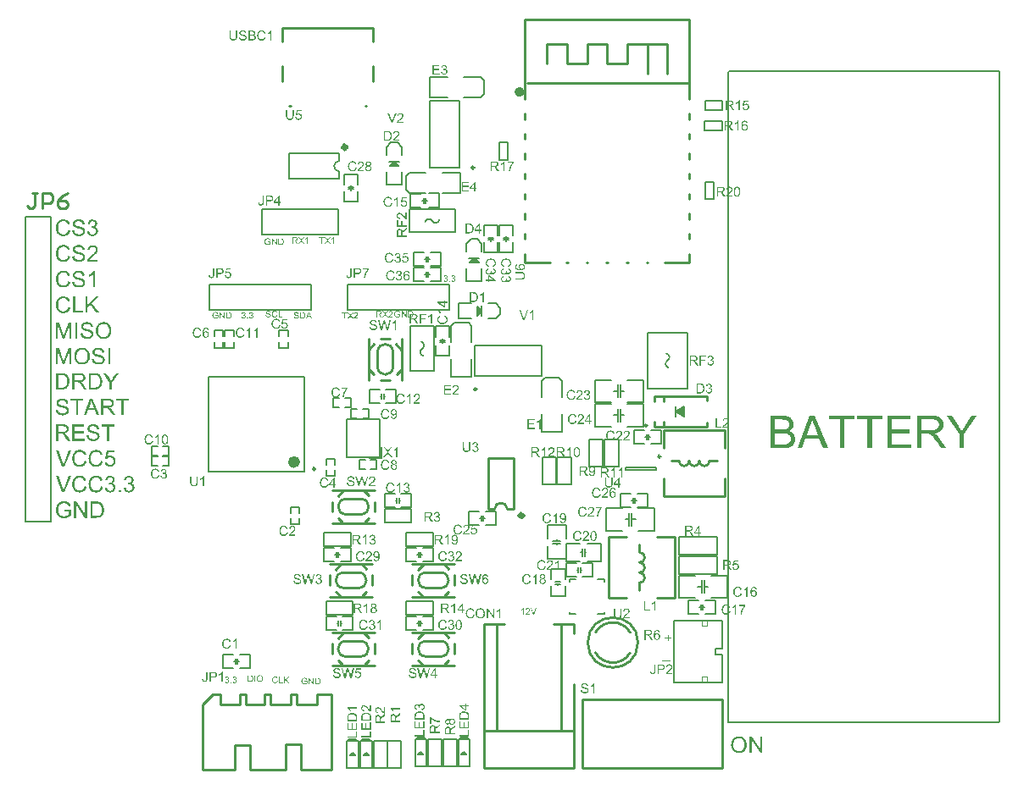
<source format=gto>
G04*
G04 #@! TF.GenerationSoftware,Altium Limited,Altium Designer,22.0.2 (36)*
G04*
G04 Layer_Color=65535*
%FSLAX25Y25*%
%MOIN*%
G70*
G04*
G04 #@! TF.SameCoordinates,7F160BED-0690-4144-9330-6DFC8CD618BD*
G04*
G04*
G04 #@! TF.FilePolarity,Positive*
G04*
G01*
G75*
%ADD10C,0.01000*%
%ADD11C,0.00600*%
%ADD12C,0.00984*%
%ADD13C,0.01968*%
%ADD14C,0.00394*%
%ADD15C,0.02362*%
%ADD16C,0.00800*%
%ADD17C,0.00787*%
%ADD18C,0.00598*%
%ADD19C,0.00700*%
%ADD20C,0.00591*%
G36*
X692247Y106111D02*
X691368D01*
X688020Y111134D01*
Y106111D01*
X687206D01*
Y112512D01*
X688075D01*
X691433Y107480D01*
Y112512D01*
X692247D01*
Y106111D01*
D02*
G37*
G36*
X683210Y112614D02*
X683293D01*
X683376Y112604D01*
X683487Y112586D01*
X683598Y112567D01*
X683839Y112521D01*
X684116Y112447D01*
X684384Y112336D01*
X684523Y112271D01*
X684662Y112197D01*
X684671Y112188D01*
X684690Y112179D01*
X684727Y112151D01*
X684782Y112124D01*
X684838Y112077D01*
X684912Y112022D01*
X685069Y111892D01*
X685236Y111726D01*
X685421Y111522D01*
X685596Y111282D01*
X685744Y111013D01*
Y111004D01*
X685763Y110977D01*
X685781Y110940D01*
X685800Y110884D01*
X685837Y110810D01*
X685864Y110727D01*
X685901Y110625D01*
X685939Y110514D01*
X685966Y110394D01*
X686003Y110264D01*
X686040Y110116D01*
X686068Y109968D01*
X686105Y109644D01*
X686124Y109293D01*
Y109284D01*
Y109247D01*
Y109201D01*
X686114Y109126D01*
Y109043D01*
X686105Y108941D01*
X686087Y108830D01*
X686077Y108710D01*
X686031Y108442D01*
X685957Y108146D01*
X685855Y107850D01*
X685800Y107702D01*
X685726Y107554D01*
Y107545D01*
X685707Y107517D01*
X685689Y107480D01*
X685652Y107424D01*
X685615Y107360D01*
X685569Y107295D01*
X685439Y107119D01*
X685282Y106934D01*
X685097Y106740D01*
X684875Y106555D01*
X684616Y106388D01*
X684607D01*
X684588Y106370D01*
X684542Y106351D01*
X684486Y106324D01*
X684421Y106296D01*
X684347Y106268D01*
X684255Y106231D01*
X684153Y106194D01*
X684042Y106157D01*
X683922Y106120D01*
X683654Y106065D01*
X683367Y106018D01*
X683062Y106000D01*
X682969D01*
X682914Y106009D01*
X682830D01*
X682738Y106028D01*
X682636Y106037D01*
X682516Y106055D01*
X682266Y106111D01*
X681998Y106185D01*
X681720Y106296D01*
X681582Y106361D01*
X681443Y106435D01*
X681434Y106444D01*
X681415Y106453D01*
X681378Y106481D01*
X681323Y106518D01*
X681267Y106555D01*
X681203Y106611D01*
X681045Y106749D01*
X680869Y106916D01*
X680685Y107119D01*
X680518Y107351D01*
X680361Y107619D01*
Y107628D01*
X680342Y107656D01*
X680324Y107693D01*
X680305Y107748D01*
X680277Y107822D01*
X680250Y107905D01*
X680213Y107998D01*
X680185Y108100D01*
X680148Y108220D01*
X680111Y108340D01*
X680056Y108618D01*
X680019Y108905D01*
X680000Y109219D01*
Y109228D01*
Y109238D01*
Y109293D01*
X680009Y109376D01*
Y109487D01*
X680028Y109617D01*
X680046Y109774D01*
X680074Y109950D01*
X680111Y110135D01*
X680148Y110329D01*
X680203Y110532D01*
X680277Y110736D01*
X680361Y110949D01*
X680453Y111152D01*
X680574Y111356D01*
X680703Y111541D01*
X680851Y111716D01*
X680860Y111726D01*
X680888Y111753D01*
X680943Y111800D01*
X681008Y111855D01*
X681091Y111929D01*
X681193Y112003D01*
X681314Y112086D01*
X681452Y112170D01*
X681600Y112253D01*
X681767Y112336D01*
X681952Y112410D01*
X682146Y112484D01*
X682359Y112540D01*
X682581Y112586D01*
X682812Y112614D01*
X683062Y112623D01*
X683145D01*
X683210Y112614D01*
D02*
G37*
G36*
X417876Y205114D02*
X417950D01*
X418126Y205095D01*
X418320Y205067D01*
X418524Y205021D01*
X418746Y204966D01*
X418959Y204892D01*
X418968D01*
X418986Y204883D01*
X419014Y204873D01*
X419051Y204855D01*
X419153Y204799D01*
X419282Y204734D01*
X419421Y204642D01*
X419569Y204531D01*
X419708Y204411D01*
X419837Y204263D01*
X419856Y204244D01*
X419893Y204189D01*
X419948Y204105D01*
X420022Y203985D01*
X420096Y203837D01*
X420180Y203652D01*
X420263Y203449D01*
X420328Y203218D01*
X419560Y203014D01*
Y203023D01*
X419551Y203032D01*
X419541Y203060D01*
X419532Y203097D01*
X419504Y203181D01*
X419467Y203292D01*
X419412Y203421D01*
X419347Y203541D01*
X419282Y203671D01*
X419199Y203782D01*
X419190Y203791D01*
X419162Y203828D01*
X419106Y203874D01*
X419042Y203939D01*
X418959Y204013D01*
X418848Y204087D01*
X418727Y204161D01*
X418588Y204226D01*
X418570Y204235D01*
X418524Y204254D01*
X418440Y204281D01*
X418329Y204318D01*
X418200Y204346D01*
X418052Y204374D01*
X417885Y204392D01*
X417710Y204401D01*
X417608D01*
X417562Y204392D01*
X417506D01*
X417368Y204383D01*
X417210Y204355D01*
X417034Y204328D01*
X416868Y204281D01*
X416702Y204217D01*
X416683Y204207D01*
X416628Y204189D01*
X416553Y204142D01*
X416461Y204096D01*
X416350Y204022D01*
X416230Y203948D01*
X416119Y203856D01*
X416017Y203754D01*
X416008Y203745D01*
X415971Y203708D01*
X415925Y203643D01*
X415869Y203569D01*
X415804Y203477D01*
X415739Y203365D01*
X415675Y203245D01*
X415610Y203116D01*
Y203106D01*
X415601Y203088D01*
X415591Y203060D01*
X415573Y203014D01*
X415555Y202958D01*
X415536Y202894D01*
X415508Y202820D01*
X415490Y202736D01*
X415444Y202542D01*
X415407Y202320D01*
X415379Y202089D01*
X415370Y201830D01*
Y201821D01*
Y201793D01*
Y201747D01*
X415379Y201691D01*
Y201617D01*
X415388Y201525D01*
X415397Y201432D01*
X415407Y201330D01*
X415444Y201099D01*
X415490Y200859D01*
X415564Y200618D01*
X415656Y200387D01*
Y200378D01*
X415675Y200359D01*
X415684Y200331D01*
X415712Y200294D01*
X415776Y200193D01*
X415878Y200063D01*
X415999Y199925D01*
X416147Y199786D01*
X416322Y199656D01*
X416516Y199536D01*
X416526D01*
X416544Y199527D01*
X416572Y199508D01*
X416618Y199490D01*
X416665Y199471D01*
X416729Y199453D01*
X416877Y199397D01*
X417062Y199351D01*
X417266Y199305D01*
X417488Y199268D01*
X417719Y199258D01*
X417811D01*
X417867Y199268D01*
X417922D01*
X418061Y199286D01*
X418228Y199305D01*
X418403Y199342D01*
X418598Y199397D01*
X418792Y199462D01*
X418801D01*
X418820Y199471D01*
X418838Y199480D01*
X418875Y199499D01*
X418977Y199545D01*
X419088Y199601D01*
X419217Y199665D01*
X419356Y199740D01*
X419486Y199823D01*
X419597Y199915D01*
Y201118D01*
X417710D01*
Y201876D01*
X420429D01*
Y199499D01*
X420420Y199490D01*
X420401Y199480D01*
X420365Y199453D01*
X420318Y199416D01*
X420263Y199379D01*
X420198Y199332D01*
X420115Y199277D01*
X420031Y199222D01*
X419837Y199101D01*
X419615Y198972D01*
X419384Y198852D01*
X419134Y198750D01*
X419125D01*
X419106Y198740D01*
X419069Y198731D01*
X419023Y198713D01*
X418959Y198694D01*
X418885Y198667D01*
X418801Y198648D01*
X418718Y198629D01*
X418514Y198583D01*
X418283Y198537D01*
X418034Y198509D01*
X417774Y198500D01*
X417682D01*
X417617Y198509D01*
X417534D01*
X417432Y198519D01*
X417321Y198537D01*
X417201Y198546D01*
X416933Y198602D01*
X416646Y198667D01*
X416350Y198768D01*
X416202Y198824D01*
X416054Y198898D01*
X416045Y198907D01*
X416017Y198916D01*
X415980Y198944D01*
X415925Y198972D01*
X415860Y199018D01*
X415795Y199064D01*
X415619Y199194D01*
X415434Y199360D01*
X415240Y199564D01*
X415055Y199795D01*
X414888Y200063D01*
Y200073D01*
X414870Y200100D01*
X414852Y200137D01*
X414824Y200202D01*
X414796Y200267D01*
X414768Y200359D01*
X414731Y200452D01*
X414694Y200563D01*
X414657Y200683D01*
X414620Y200822D01*
X414593Y200960D01*
X414565Y201109D01*
X414518Y201432D01*
X414500Y201775D01*
Y201784D01*
Y201821D01*
Y201867D01*
X414509Y201932D01*
Y202015D01*
X414518Y202117D01*
X414537Y202219D01*
X414546Y202339D01*
X414574Y202468D01*
X414593Y202607D01*
X414667Y202903D01*
X414759Y203208D01*
X414888Y203514D01*
X414898Y203523D01*
X414907Y203551D01*
X414925Y203588D01*
X414962Y203643D01*
X414999Y203717D01*
X415046Y203791D01*
X415175Y203967D01*
X415333Y204170D01*
X415527Y204364D01*
X415749Y204559D01*
X415878Y204642D01*
X416008Y204725D01*
X416017Y204734D01*
X416045Y204744D01*
X416082Y204762D01*
X416137Y204790D01*
X416211Y204818D01*
X416294Y204855D01*
X416387Y204892D01*
X416498Y204929D01*
X416618Y204966D01*
X416748Y204994D01*
X416887Y205030D01*
X417034Y205058D01*
X417358Y205104D01*
X417525Y205123D01*
X417821D01*
X417876Y205114D01*
D02*
G37*
G36*
X426710Y198611D02*
X425831D01*
X422483Y203634D01*
Y198611D01*
X421669D01*
Y205012D01*
X422538D01*
X425896Y199980D01*
Y205012D01*
X426710D01*
Y198611D01*
D02*
G37*
G36*
X430761Y205003D02*
X430946Y204994D01*
X431132Y204975D01*
X431317Y204947D01*
X431474Y204920D01*
X431483D01*
X431501Y204910D01*
X431529D01*
X431566Y204892D01*
X431668Y204864D01*
X431798Y204818D01*
X431946Y204753D01*
X432103Y204670D01*
X432260Y204577D01*
X432408Y204457D01*
X432417Y204448D01*
X432427Y204438D01*
X432454Y204411D01*
X432491Y204383D01*
X432584Y204291D01*
X432695Y204161D01*
X432815Y204004D01*
X432944Y203819D01*
X433065Y203606D01*
X433167Y203365D01*
Y203356D01*
X433176Y203338D01*
X433194Y203301D01*
X433204Y203245D01*
X433231Y203181D01*
X433250Y203106D01*
X433268Y203023D01*
X433296Y202922D01*
X433324Y202820D01*
X433342Y202699D01*
X433389Y202441D01*
X433416Y202154D01*
X433426Y201839D01*
Y201830D01*
Y201812D01*
Y201765D01*
Y201719D01*
X433416Y201654D01*
Y201580D01*
X433407Y201405D01*
X433379Y201201D01*
X433352Y200988D01*
X433305Y200766D01*
X433250Y200544D01*
Y200535D01*
X433241Y200517D01*
X433231Y200489D01*
X433222Y200452D01*
X433185Y200350D01*
X433130Y200220D01*
X433074Y200073D01*
X433000Y199925D01*
X432907Y199767D01*
X432815Y199619D01*
X432806Y199601D01*
X432769Y199555D01*
X432713Y199490D01*
X432639Y199407D01*
X432556Y199314D01*
X432454Y199222D01*
X432352Y199120D01*
X432232Y199037D01*
X432214Y199027D01*
X432177Y199000D01*
X432112Y198962D01*
X432020Y198916D01*
X431909Y198861D01*
X431779Y198814D01*
X431631Y198759D01*
X431464Y198713D01*
X431446D01*
X431418Y198704D01*
X431390Y198694D01*
X431298Y198685D01*
X431169Y198667D01*
X431020Y198648D01*
X430845Y198629D01*
X430651Y198620D01*
X430438Y198611D01*
X428134D01*
Y205012D01*
X430595D01*
X430761Y205003D01*
D02*
G37*
G36*
X430512Y215217D02*
X430595Y215208D01*
X430697Y215199D01*
X430798Y215190D01*
X430919Y215162D01*
X431169Y215106D01*
X431446Y215023D01*
X431585Y214967D01*
X431714Y214903D01*
X431844Y214820D01*
X431973Y214736D01*
X431983Y214727D01*
X432001Y214718D01*
X432038Y214690D01*
X432084Y214644D01*
X432130Y214598D01*
X432195Y214533D01*
X432260Y214459D01*
X432334Y214385D01*
X432408Y214292D01*
X432482Y214181D01*
X432565Y214070D01*
X432639Y213950D01*
X432704Y213811D01*
X432778Y213672D01*
X432833Y213525D01*
X432889Y213358D01*
X432057Y213164D01*
Y213173D01*
X432047Y213192D01*
X432029Y213229D01*
X432010Y213275D01*
X431992Y213330D01*
X431964Y213404D01*
X431890Y213552D01*
X431798Y213719D01*
X431686Y213885D01*
X431548Y214042D01*
X431400Y214181D01*
X431381Y214200D01*
X431326Y214237D01*
X431233Y214283D01*
X431113Y214348D01*
X430956Y214403D01*
X430780Y214459D01*
X430567Y214496D01*
X430336Y214505D01*
X430262D01*
X430216Y214496D01*
X430151D01*
X430077Y214487D01*
X429901Y214459D01*
X429707Y214422D01*
X429503Y214357D01*
X429291Y214264D01*
X429097Y214144D01*
X429087D01*
X429078Y214126D01*
X429013Y214079D01*
X428930Y214005D01*
X428828Y213895D01*
X428708Y213756D01*
X428597Y213598D01*
X428495Y213404D01*
X428403Y213192D01*
Y213182D01*
X428394Y213164D01*
X428384Y213136D01*
X428375Y213090D01*
X428357Y213034D01*
X428338Y212969D01*
X428310Y212812D01*
X428273Y212627D01*
X428236Y212424D01*
X428218Y212202D01*
X428208Y211961D01*
Y211952D01*
Y211924D01*
Y211878D01*
Y211823D01*
X428218Y211758D01*
Y211674D01*
X428227Y211582D01*
X428236Y211480D01*
X428264Y211258D01*
X428310Y211018D01*
X428366Y210777D01*
X428440Y210537D01*
Y210527D01*
X428449Y210509D01*
X428468Y210481D01*
X428486Y210435D01*
X428542Y210324D01*
X428625Y210194D01*
X428726Y210047D01*
X428856Y209889D01*
X429004Y209751D01*
X429180Y209621D01*
X429189D01*
X429208Y209612D01*
X429235Y209593D01*
X429272Y209575D01*
X429319Y209556D01*
X429374Y209528D01*
X429503Y209473D01*
X429670Y209418D01*
X429855Y209371D01*
X430058Y209334D01*
X430271Y209325D01*
X430336D01*
X430392Y209334D01*
X430456D01*
X430521Y209344D01*
X430688Y209381D01*
X430882Y209427D01*
X431076Y209501D01*
X431280Y209602D01*
X431381Y209658D01*
X431474Y209732D01*
X431483Y209741D01*
X431492Y209751D01*
X431520Y209778D01*
X431557Y209806D01*
X431594Y209852D01*
X431640Y209908D01*
X431696Y209963D01*
X431742Y210037D01*
X431798Y210121D01*
X431862Y210213D01*
X431918Y210306D01*
X431973Y210417D01*
X432020Y210537D01*
X432066Y210666D01*
X432112Y210805D01*
X432149Y210953D01*
X433000Y210740D01*
Y210731D01*
X432991Y210694D01*
X432972Y210638D01*
X432944Y210564D01*
X432917Y210481D01*
X432880Y210380D01*
X432833Y210268D01*
X432778Y210148D01*
X432649Y209889D01*
X432482Y209630D01*
X432380Y209501D01*
X432278Y209371D01*
X432167Y209260D01*
X432038Y209149D01*
X432029Y209140D01*
X432010Y209121D01*
X431964Y209103D01*
X431918Y209066D01*
X431844Y209020D01*
X431770Y208974D01*
X431668Y208927D01*
X431566Y208881D01*
X431446Y208825D01*
X431317Y208779D01*
X431178Y208733D01*
X431030Y208687D01*
X430872Y208650D01*
X430706Y208631D01*
X430530Y208613D01*
X430345Y208604D01*
X430243D01*
X430169Y208613D01*
X430086D01*
X429985Y208622D01*
X429874Y208641D01*
X429744Y208659D01*
X429476Y208705D01*
X429198Y208779D01*
X428921Y208881D01*
X428791Y208946D01*
X428662Y209020D01*
X428652Y209029D01*
X428634Y209038D01*
X428597Y209066D01*
X428560Y209103D01*
X428505Y209140D01*
X428440Y209195D01*
X428366Y209260D01*
X428292Y209334D01*
X428218Y209418D01*
X428134Y209501D01*
X427968Y209714D01*
X427811Y209963D01*
X427672Y210241D01*
Y210250D01*
X427654Y210278D01*
X427644Y210324D01*
X427617Y210380D01*
X427598Y210454D01*
X427570Y210546D01*
X427533Y210648D01*
X427505Y210759D01*
X427478Y210879D01*
X427441Y211018D01*
X427394Y211304D01*
X427357Y211628D01*
X427339Y211961D01*
Y211970D01*
Y212007D01*
Y212063D01*
X427348Y212128D01*
Y212220D01*
X427357Y212313D01*
X427367Y212433D01*
X427385Y212553D01*
X427431Y212822D01*
X427496Y213118D01*
X427589Y213414D01*
X427718Y213700D01*
X427728Y213709D01*
X427737Y213737D01*
X427755Y213774D01*
X427792Y213821D01*
X427829Y213885D01*
X427876Y213959D01*
X427996Y214126D01*
X428153Y214311D01*
X428338Y214496D01*
X428551Y214681D01*
X428800Y214838D01*
X428810Y214847D01*
X428837Y214857D01*
X428874Y214875D01*
X428921Y214903D01*
X428995Y214931D01*
X429069Y214958D01*
X429161Y214995D01*
X429263Y215032D01*
X429374Y215069D01*
X429494Y215106D01*
X429753Y215162D01*
X430049Y215208D01*
X430354Y215227D01*
X430447D01*
X430512Y215217D01*
D02*
G37*
G36*
X424055D02*
X424138Y215208D01*
X424240Y215199D01*
X424342Y215190D01*
X424462Y215162D01*
X424712Y215106D01*
X424990Y215023D01*
X425128Y214967D01*
X425258Y214903D01*
X425387Y214820D01*
X425517Y214736D01*
X425526Y214727D01*
X425545Y214718D01*
X425582Y214690D01*
X425628Y214644D01*
X425674Y214598D01*
X425739Y214533D01*
X425804Y214459D01*
X425878Y214385D01*
X425951Y214292D01*
X426025Y214181D01*
X426109Y214070D01*
X426183Y213950D01*
X426248Y213811D01*
X426322Y213672D01*
X426377Y213525D01*
X426433Y213358D01*
X425600Y213164D01*
Y213173D01*
X425591Y213192D01*
X425572Y213229D01*
X425554Y213275D01*
X425535Y213330D01*
X425507Y213404D01*
X425433Y213552D01*
X425341Y213719D01*
X425230Y213885D01*
X425091Y214042D01*
X424943Y214181D01*
X424925Y214200D01*
X424869Y214237D01*
X424777Y214283D01*
X424656Y214348D01*
X424499Y214403D01*
X424324Y214459D01*
X424111Y214496D01*
X423879Y214505D01*
X423806D01*
X423759Y214496D01*
X423695D01*
X423621Y214487D01*
X423445Y214459D01*
X423250Y214422D01*
X423047Y214357D01*
X422834Y214264D01*
X422640Y214144D01*
X422631D01*
X422621Y214126D01*
X422557Y214079D01*
X422473Y214005D01*
X422372Y213895D01*
X422252Y213756D01*
X422141Y213598D01*
X422039Y213404D01*
X421946Y213192D01*
Y213182D01*
X421937Y213164D01*
X421928Y213136D01*
X421918Y213090D01*
X421900Y213034D01*
X421881Y212969D01*
X421854Y212812D01*
X421817Y212627D01*
X421780Y212424D01*
X421761Y212202D01*
X421752Y211961D01*
Y211952D01*
Y211924D01*
Y211878D01*
Y211823D01*
X421761Y211758D01*
Y211674D01*
X421770Y211582D01*
X421780Y211480D01*
X421807Y211258D01*
X421854Y211018D01*
X421909Y210777D01*
X421983Y210537D01*
Y210527D01*
X421992Y210509D01*
X422011Y210481D01*
X422029Y210435D01*
X422085Y210324D01*
X422168Y210194D01*
X422270Y210047D01*
X422400Y209889D01*
X422547Y209751D01*
X422723Y209621D01*
X422732D01*
X422751Y209612D01*
X422779Y209593D01*
X422816Y209575D01*
X422862Y209556D01*
X422918Y209528D01*
X423047Y209473D01*
X423213Y209418D01*
X423398Y209371D01*
X423602Y209334D01*
X423815Y209325D01*
X423879D01*
X423935Y209334D01*
X424000D01*
X424064Y209344D01*
X424231Y209381D01*
X424425Y209427D01*
X424619Y209501D01*
X424823Y209602D01*
X424925Y209658D01*
X425017Y209732D01*
X425027Y209741D01*
X425036Y209751D01*
X425064Y209778D01*
X425101Y209806D01*
X425138Y209852D01*
X425184Y209908D01*
X425239Y209963D01*
X425285Y210037D01*
X425341Y210121D01*
X425406Y210213D01*
X425461Y210306D01*
X425517Y210417D01*
X425563Y210537D01*
X425609Y210666D01*
X425656Y210805D01*
X425693Y210953D01*
X426544Y210740D01*
Y210731D01*
X426534Y210694D01*
X426516Y210638D01*
X426488Y210564D01*
X426460Y210481D01*
X426423Y210380D01*
X426377Y210268D01*
X426322Y210148D01*
X426192Y209889D01*
X426025Y209630D01*
X425924Y209501D01*
X425822Y209371D01*
X425711Y209260D01*
X425582Y209149D01*
X425572Y209140D01*
X425554Y209121D01*
X425507Y209103D01*
X425461Y209066D01*
X425387Y209020D01*
X425313Y208974D01*
X425211Y208927D01*
X425110Y208881D01*
X424990Y208825D01*
X424860Y208779D01*
X424721Y208733D01*
X424573Y208687D01*
X424416Y208650D01*
X424250Y208631D01*
X424074Y208613D01*
X423889Y208604D01*
X423787D01*
X423713Y208613D01*
X423630D01*
X423528Y208622D01*
X423417Y208641D01*
X423287Y208659D01*
X423019Y208705D01*
X422742Y208779D01*
X422464Y208881D01*
X422335Y208946D01*
X422205Y209020D01*
X422196Y209029D01*
X422178Y209038D01*
X422141Y209066D01*
X422104Y209103D01*
X422048Y209140D01*
X421983Y209195D01*
X421909Y209260D01*
X421835Y209334D01*
X421761Y209418D01*
X421678Y209501D01*
X421512Y209714D01*
X421354Y209963D01*
X421215Y210241D01*
Y210250D01*
X421197Y210278D01*
X421188Y210324D01*
X421160Y210380D01*
X421141Y210454D01*
X421114Y210546D01*
X421077Y210648D01*
X421049Y210759D01*
X421021Y210879D01*
X420984Y211018D01*
X420938Y211304D01*
X420901Y211628D01*
X420883Y211961D01*
Y211970D01*
Y212007D01*
Y212063D01*
X420892Y212128D01*
Y212220D01*
X420901Y212313D01*
X420910Y212433D01*
X420929Y212553D01*
X420975Y212822D01*
X421040Y213118D01*
X421132Y213414D01*
X421262Y213700D01*
X421271Y213709D01*
X421280Y213737D01*
X421299Y213774D01*
X421336Y213821D01*
X421373Y213885D01*
X421419Y213959D01*
X421539Y214126D01*
X421697Y214311D01*
X421881Y214496D01*
X422094Y214681D01*
X422344Y214838D01*
X422353Y214847D01*
X422381Y214857D01*
X422418Y214875D01*
X422464Y214903D01*
X422538Y214931D01*
X422612Y214958D01*
X422705Y214995D01*
X422807Y215032D01*
X422918Y215069D01*
X423038Y215106D01*
X423297Y215162D01*
X423593Y215208D01*
X423898Y215227D01*
X423990D01*
X424055Y215217D01*
D02*
G37*
G36*
X443388Y215134D02*
X443508Y215115D01*
X443656Y215088D01*
X443822Y215041D01*
X443989Y214986D01*
X444156Y214912D01*
X444165D01*
X444174Y214903D01*
X444230Y214875D01*
X444313Y214820D01*
X444405Y214755D01*
X444516Y214662D01*
X444627Y214561D01*
X444738Y214440D01*
X444831Y214301D01*
X444840Y214283D01*
X444868Y214237D01*
X444905Y214154D01*
X444951Y214052D01*
X444997Y213931D01*
X445034Y213793D01*
X445062Y213635D01*
X445071Y213478D01*
Y213460D01*
Y213404D01*
X445062Y213330D01*
X445044Y213229D01*
X445016Y213108D01*
X444970Y212979D01*
X444914Y212849D01*
X444840Y212720D01*
X444831Y212701D01*
X444803Y212664D01*
X444747Y212599D01*
X444673Y212526D01*
X444581Y212442D01*
X444470Y212350D01*
X444341Y212266D01*
X444183Y212183D01*
X444193D01*
X444211Y212174D01*
X444239Y212165D01*
X444276Y212156D01*
X444378Y212119D01*
X444507Y212063D01*
X444655Y211989D01*
X444803Y211896D01*
X444942Y211776D01*
X445071Y211637D01*
X445081Y211619D01*
X445118Y211563D01*
X445173Y211471D01*
X445228Y211351D01*
X445284Y211203D01*
X445339Y211027D01*
X445376Y210823D01*
X445386Y210601D01*
Y210592D01*
Y210564D01*
Y210518D01*
X445376Y210463D01*
X445367Y210389D01*
X445349Y210306D01*
X445330Y210213D01*
X445312Y210111D01*
X445238Y209889D01*
X445182Y209769D01*
X445127Y209658D01*
X445053Y209538D01*
X444970Y209418D01*
X444877Y209297D01*
X444766Y209186D01*
X444757Y209177D01*
X444738Y209158D01*
X444701Y209131D01*
X444655Y209094D01*
X444599Y209048D01*
X444525Y209001D01*
X444442Y208946D01*
X444341Y208899D01*
X444239Y208844D01*
X444118Y208788D01*
X443998Y208742D01*
X443859Y208696D01*
X443712Y208659D01*
X443554Y208631D01*
X443397Y208613D01*
X443221Y208604D01*
X443138D01*
X443083Y208613D01*
X443009Y208622D01*
X442925Y208631D01*
X442833Y208650D01*
X442731Y208668D01*
X442509Y208724D01*
X442278Y208816D01*
X442158Y208872D01*
X442046Y208937D01*
X441935Y209020D01*
X441824Y209103D01*
X441815Y209112D01*
X441797Y209131D01*
X441769Y209158D01*
X441741Y209195D01*
X441695Y209242D01*
X441649Y209307D01*
X441593Y209371D01*
X441538Y209454D01*
X441482Y209547D01*
X441427Y209640D01*
X441325Y209861D01*
X441242Y210121D01*
X441214Y210259D01*
X441195Y210407D01*
X441982Y210509D01*
Y210500D01*
X441991Y210481D01*
X442000Y210444D01*
X442009Y210398D01*
X442019Y210343D01*
X442037Y210278D01*
X442084Y210139D01*
X442148Y209973D01*
X442232Y209815D01*
X442324Y209667D01*
X442435Y209538D01*
X442453Y209528D01*
X442490Y209491D01*
X442564Y209445D01*
X442657Y209399D01*
X442768Y209344D01*
X442907Y209297D01*
X443064Y209260D01*
X443230Y209251D01*
X443286D01*
X443323Y209260D01*
X443425Y209269D01*
X443554Y209297D01*
X443702Y209344D01*
X443859Y209408D01*
X444017Y209501D01*
X444165Y209630D01*
X444183Y209649D01*
X444230Y209704D01*
X444285Y209788D01*
X444359Y209898D01*
X444433Y210037D01*
X444488Y210194D01*
X444535Y210380D01*
X444553Y210583D01*
Y210592D01*
Y210611D01*
Y210638D01*
X444544Y210676D01*
X444535Y210777D01*
X444507Y210897D01*
X444470Y211046D01*
X444405Y211193D01*
X444313Y211342D01*
X444193Y211480D01*
X444174Y211499D01*
X444128Y211536D01*
X444054Y211591D01*
X443952Y211656D01*
X443822Y211721D01*
X443665Y211776D01*
X443490Y211813D01*
X443295Y211832D01*
X443212D01*
X443147Y211823D01*
X443064Y211813D01*
X442972Y211795D01*
X442861Y211776D01*
X442740Y211749D01*
X442833Y212442D01*
X442879D01*
X442916Y212433D01*
X443036D01*
X443138Y212452D01*
X443258Y212470D01*
X443397Y212498D01*
X443554Y212544D01*
X443702Y212609D01*
X443859Y212692D01*
X443869D01*
X443878Y212701D01*
X443924Y212738D01*
X443989Y212803D01*
X444063Y212886D01*
X444137Y213006D01*
X444202Y213145D01*
X444248Y213302D01*
X444267Y213395D01*
Y213497D01*
Y213506D01*
Y213515D01*
Y213571D01*
X444248Y213645D01*
X444230Y213747D01*
X444193Y213858D01*
X444146Y213978D01*
X444072Y214098D01*
X443970Y214209D01*
X443961Y214218D01*
X443915Y214255D01*
X443850Y214301D01*
X443767Y214357D01*
X443656Y214403D01*
X443527Y214450D01*
X443378Y214487D01*
X443212Y214496D01*
X443138D01*
X443055Y214477D01*
X442944Y214459D01*
X442824Y214422D01*
X442703Y214375D01*
X442574Y214301D01*
X442453Y214209D01*
X442444Y214200D01*
X442407Y214154D01*
X442352Y214089D01*
X442287Y213996D01*
X442222Y213876D01*
X442158Y213728D01*
X442102Y213552D01*
X442065Y213349D01*
X441279Y213488D01*
Y213497D01*
X441288Y213525D01*
X441297Y213562D01*
X441306Y213617D01*
X441325Y213682D01*
X441353Y213756D01*
X441408Y213931D01*
X441501Y214135D01*
X441612Y214338D01*
X441750Y214533D01*
X441926Y214708D01*
X441935Y214718D01*
X441954Y214727D01*
X441982Y214745D01*
X442019Y214773D01*
X442065Y214810D01*
X442130Y214847D01*
X442195Y214884D01*
X442278Y214931D01*
X442463Y215004D01*
X442675Y215078D01*
X442925Y215125D01*
X443055Y215143D01*
X443286D01*
X443388Y215134D01*
D02*
G37*
G36*
X435923D02*
X436043Y215115D01*
X436191Y215088D01*
X436358Y215041D01*
X436524Y214986D01*
X436691Y214912D01*
X436700D01*
X436709Y214903D01*
X436765Y214875D01*
X436848Y214820D01*
X436940Y214755D01*
X437051Y214662D01*
X437162Y214561D01*
X437274Y214440D01*
X437366Y214301D01*
X437375Y214283D01*
X437403Y214237D01*
X437440Y214154D01*
X437486Y214052D01*
X437533Y213931D01*
X437570Y213793D01*
X437597Y213635D01*
X437606Y213478D01*
Y213460D01*
Y213404D01*
X437597Y213330D01*
X437579Y213229D01*
X437551Y213108D01*
X437505Y212979D01*
X437449Y212849D01*
X437375Y212720D01*
X437366Y212701D01*
X437338Y212664D01*
X437283Y212599D01*
X437209Y212526D01*
X437116Y212442D01*
X437005Y212350D01*
X436876Y212266D01*
X436719Y212183D01*
X436728D01*
X436746Y212174D01*
X436774Y212165D01*
X436811Y212156D01*
X436913Y212119D01*
X437042Y212063D01*
X437190Y211989D01*
X437338Y211896D01*
X437477Y211776D01*
X437606Y211637D01*
X437616Y211619D01*
X437653Y211563D01*
X437708Y211471D01*
X437764Y211351D01*
X437819Y211203D01*
X437875Y211027D01*
X437912Y210823D01*
X437921Y210601D01*
Y210592D01*
Y210564D01*
Y210518D01*
X437912Y210463D01*
X437902Y210389D01*
X437884Y210306D01*
X437865Y210213D01*
X437847Y210111D01*
X437773Y209889D01*
X437717Y209769D01*
X437662Y209658D01*
X437588Y209538D01*
X437505Y209418D01*
X437412Y209297D01*
X437301Y209186D01*
X437292Y209177D01*
X437274Y209158D01*
X437236Y209131D01*
X437190Y209094D01*
X437135Y209048D01*
X437061Y209001D01*
X436977Y208946D01*
X436876Y208899D01*
X436774Y208844D01*
X436654Y208788D01*
X436533Y208742D01*
X436395Y208696D01*
X436247Y208659D01*
X436090Y208631D01*
X435932Y208613D01*
X435756Y208604D01*
X435673D01*
X435618Y208613D01*
X435544Y208622D01*
X435461Y208631D01*
X435368Y208650D01*
X435266Y208668D01*
X435044Y208724D01*
X434813Y208816D01*
X434693Y208872D01*
X434582Y208937D01*
X434471Y209020D01*
X434360Y209103D01*
X434350Y209112D01*
X434332Y209131D01*
X434304Y209158D01*
X434276Y209195D01*
X434230Y209242D01*
X434184Y209307D01*
X434129Y209371D01*
X434073Y209454D01*
X434018Y209547D01*
X433962Y209640D01*
X433860Y209861D01*
X433777Y210121D01*
X433749Y210259D01*
X433731Y210407D01*
X434517Y210509D01*
Y210500D01*
X434526Y210481D01*
X434536Y210444D01*
X434545Y210398D01*
X434554Y210343D01*
X434573Y210278D01*
X434619Y210139D01*
X434684Y209973D01*
X434767Y209815D01*
X434859Y209667D01*
X434970Y209538D01*
X434989Y209528D01*
X435026Y209491D01*
X435100Y209445D01*
X435192Y209399D01*
X435303Y209344D01*
X435442Y209297D01*
X435599Y209260D01*
X435766Y209251D01*
X435821D01*
X435858Y209260D01*
X435960Y209269D01*
X436090Y209297D01*
X436237Y209344D01*
X436395Y209408D01*
X436552Y209501D01*
X436700Y209630D01*
X436719Y209649D01*
X436765Y209704D01*
X436820Y209788D01*
X436894Y209898D01*
X436968Y210037D01*
X437024Y210194D01*
X437070Y210380D01*
X437088Y210583D01*
Y210592D01*
Y210611D01*
Y210638D01*
X437079Y210676D01*
X437070Y210777D01*
X437042Y210897D01*
X437005Y211046D01*
X436940Y211193D01*
X436848Y211342D01*
X436728Y211480D01*
X436709Y211499D01*
X436663Y211536D01*
X436589Y211591D01*
X436487Y211656D01*
X436358Y211721D01*
X436201Y211776D01*
X436025Y211813D01*
X435830Y211832D01*
X435747D01*
X435682Y211823D01*
X435599Y211813D01*
X435507Y211795D01*
X435396Y211776D01*
X435276Y211749D01*
X435368Y212442D01*
X435414D01*
X435451Y212433D01*
X435571D01*
X435673Y212452D01*
X435793Y212470D01*
X435932Y212498D01*
X436090Y212544D01*
X436237Y212609D01*
X436395Y212692D01*
X436404D01*
X436413Y212701D01*
X436459Y212738D01*
X436524Y212803D01*
X436598Y212886D01*
X436672Y213006D01*
X436737Y213145D01*
X436783Y213302D01*
X436802Y213395D01*
Y213497D01*
Y213506D01*
Y213515D01*
Y213571D01*
X436783Y213645D01*
X436765Y213747D01*
X436728Y213858D01*
X436682Y213978D01*
X436608Y214098D01*
X436506Y214209D01*
X436496Y214218D01*
X436450Y214255D01*
X436385Y214301D01*
X436302Y214357D01*
X436191Y214403D01*
X436062Y214450D01*
X435914Y214487D01*
X435747Y214496D01*
X435673D01*
X435590Y214477D01*
X435479Y214459D01*
X435359Y214422D01*
X435239Y214375D01*
X435109Y214301D01*
X434989Y214209D01*
X434979Y214200D01*
X434942Y214154D01*
X434887Y214089D01*
X434822Y213996D01*
X434758Y213876D01*
X434693Y213728D01*
X434637Y213552D01*
X434600Y213349D01*
X433814Y213488D01*
Y213497D01*
X433823Y213525D01*
X433833Y213562D01*
X433842Y213617D01*
X433860Y213682D01*
X433888Y213756D01*
X433944Y213931D01*
X434036Y214135D01*
X434147Y214338D01*
X434286Y214533D01*
X434461Y214708D01*
X434471Y214718D01*
X434489Y214727D01*
X434517Y214745D01*
X434554Y214773D01*
X434600Y214810D01*
X434665Y214847D01*
X434730Y214884D01*
X434813Y214931D01*
X434998Y215004D01*
X435211Y215078D01*
X435461Y215125D01*
X435590Y215143D01*
X435821D01*
X435923Y215134D01*
D02*
G37*
G36*
X417867Y208715D02*
X416979D01*
X414500Y215115D01*
X415425D01*
X417090Y210463D01*
Y210454D01*
X417099Y210435D01*
X417108Y210407D01*
X417127Y210370D01*
X417136Y210315D01*
X417155Y210259D01*
X417201Y210121D01*
X417256Y209963D01*
X417312Y209788D01*
X417423Y209418D01*
Y209427D01*
X417432Y209445D01*
X417442Y209473D01*
X417451Y209510D01*
X417479Y209612D01*
X417525Y209751D01*
X417571Y209908D01*
X417626Y210084D01*
X417691Y210268D01*
X417765Y210463D01*
X419504Y215115D01*
X420365D01*
X417867Y208715D01*
D02*
G37*
G36*
X440039D02*
X439142D01*
Y209612D01*
X440039D01*
Y208715D01*
D02*
G37*
G36*
X430512Y225342D02*
X430595Y225332D01*
X430697Y225323D01*
X430798Y225314D01*
X430919Y225286D01*
X431169Y225231D01*
X431446Y225147D01*
X431585Y225092D01*
X431714Y225027D01*
X431844Y224944D01*
X431973Y224861D01*
X431983Y224851D01*
X432001Y224842D01*
X432038Y224814D01*
X432084Y224768D01*
X432130Y224722D01*
X432195Y224657D01*
X432260Y224583D01*
X432334Y224509D01*
X432408Y224417D01*
X432482Y224306D01*
X432565Y224195D01*
X432639Y224074D01*
X432704Y223936D01*
X432778Y223797D01*
X432833Y223649D01*
X432889Y223482D01*
X432057Y223288D01*
Y223297D01*
X432047Y223316D01*
X432029Y223353D01*
X432010Y223399D01*
X431992Y223455D01*
X431964Y223529D01*
X431890Y223677D01*
X431798Y223843D01*
X431686Y224010D01*
X431548Y224167D01*
X431400Y224306D01*
X431381Y224324D01*
X431326Y224361D01*
X431233Y224407D01*
X431113Y224472D01*
X430956Y224528D01*
X430780Y224583D01*
X430567Y224620D01*
X430336Y224629D01*
X430262D01*
X430216Y224620D01*
X430151D01*
X430077Y224611D01*
X429901Y224583D01*
X429707Y224546D01*
X429503Y224481D01*
X429291Y224389D01*
X429097Y224269D01*
X429087D01*
X429078Y224250D01*
X429013Y224204D01*
X428930Y224130D01*
X428828Y224019D01*
X428708Y223880D01*
X428597Y223723D01*
X428495Y223529D01*
X428403Y223316D01*
Y223307D01*
X428394Y223288D01*
X428384Y223260D01*
X428375Y223214D01*
X428357Y223159D01*
X428338Y223094D01*
X428310Y222937D01*
X428273Y222752D01*
X428236Y222548D01*
X428218Y222326D01*
X428208Y222086D01*
Y222076D01*
Y222049D01*
Y222002D01*
Y221947D01*
X428218Y221882D01*
Y221799D01*
X428227Y221706D01*
X428236Y221605D01*
X428264Y221383D01*
X428310Y221142D01*
X428366Y220902D01*
X428440Y220661D01*
Y220652D01*
X428449Y220633D01*
X428468Y220606D01*
X428486Y220559D01*
X428542Y220448D01*
X428625Y220319D01*
X428726Y220171D01*
X428856Y220014D01*
X429004Y219875D01*
X429180Y219745D01*
X429189D01*
X429208Y219736D01*
X429235Y219718D01*
X429272Y219699D01*
X429319Y219681D01*
X429374Y219653D01*
X429503Y219597D01*
X429670Y219542D01*
X429855Y219496D01*
X430058Y219459D01*
X430271Y219449D01*
X430336D01*
X430392Y219459D01*
X430456D01*
X430521Y219468D01*
X430688Y219505D01*
X430882Y219551D01*
X431076Y219625D01*
X431280Y219727D01*
X431381Y219782D01*
X431474Y219856D01*
X431483Y219866D01*
X431492Y219875D01*
X431520Y219903D01*
X431557Y219930D01*
X431594Y219977D01*
X431640Y220032D01*
X431696Y220088D01*
X431742Y220162D01*
X431798Y220245D01*
X431862Y220337D01*
X431918Y220430D01*
X431973Y220541D01*
X432020Y220661D01*
X432066Y220791D01*
X432112Y220929D01*
X432149Y221077D01*
X433000Y220865D01*
Y220855D01*
X432991Y220818D01*
X432972Y220763D01*
X432944Y220689D01*
X432917Y220606D01*
X432880Y220504D01*
X432833Y220393D01*
X432778Y220273D01*
X432649Y220014D01*
X432482Y219755D01*
X432380Y219625D01*
X432278Y219496D01*
X432167Y219385D01*
X432038Y219274D01*
X432029Y219264D01*
X432010Y219246D01*
X431964Y219227D01*
X431918Y219190D01*
X431844Y219144D01*
X431770Y219098D01*
X431668Y219052D01*
X431566Y219005D01*
X431446Y218950D01*
X431317Y218904D01*
X431178Y218857D01*
X431030Y218811D01*
X430872Y218774D01*
X430706Y218756D01*
X430530Y218737D01*
X430345Y218728D01*
X430243D01*
X430169Y218737D01*
X430086D01*
X429985Y218746D01*
X429874Y218765D01*
X429744Y218783D01*
X429476Y218830D01*
X429198Y218904D01*
X428921Y219005D01*
X428791Y219070D01*
X428662Y219144D01*
X428652Y219153D01*
X428634Y219163D01*
X428597Y219190D01*
X428560Y219227D01*
X428505Y219264D01*
X428440Y219320D01*
X428366Y219385D01*
X428292Y219459D01*
X428218Y219542D01*
X428134Y219625D01*
X427968Y219838D01*
X427811Y220088D01*
X427672Y220365D01*
Y220374D01*
X427654Y220402D01*
X427644Y220448D01*
X427617Y220504D01*
X427598Y220578D01*
X427570Y220670D01*
X427533Y220772D01*
X427505Y220883D01*
X427478Y221003D01*
X427441Y221142D01*
X427394Y221429D01*
X427357Y221753D01*
X427339Y222086D01*
Y222095D01*
Y222132D01*
Y222187D01*
X427348Y222252D01*
Y222345D01*
X427357Y222437D01*
X427367Y222557D01*
X427385Y222678D01*
X427431Y222946D01*
X427496Y223242D01*
X427589Y223538D01*
X427718Y223825D01*
X427728Y223834D01*
X427737Y223862D01*
X427755Y223899D01*
X427792Y223945D01*
X427829Y224010D01*
X427876Y224084D01*
X427996Y224250D01*
X428153Y224435D01*
X428338Y224620D01*
X428551Y224805D01*
X428800Y224962D01*
X428810Y224972D01*
X428837Y224981D01*
X428874Y224999D01*
X428921Y225027D01*
X428995Y225055D01*
X429069Y225083D01*
X429161Y225120D01*
X429263Y225157D01*
X429374Y225194D01*
X429494Y225231D01*
X429753Y225286D01*
X430049Y225332D01*
X430354Y225351D01*
X430447D01*
X430512Y225342D01*
D02*
G37*
G36*
X424055D02*
X424138Y225332D01*
X424240Y225323D01*
X424342Y225314D01*
X424462Y225286D01*
X424712Y225231D01*
X424990Y225147D01*
X425128Y225092D01*
X425258Y225027D01*
X425387Y224944D01*
X425517Y224861D01*
X425526Y224851D01*
X425545Y224842D01*
X425582Y224814D01*
X425628Y224768D01*
X425674Y224722D01*
X425739Y224657D01*
X425804Y224583D01*
X425878Y224509D01*
X425951Y224417D01*
X426025Y224306D01*
X426109Y224195D01*
X426183Y224074D01*
X426248Y223936D01*
X426322Y223797D01*
X426377Y223649D01*
X426433Y223482D01*
X425600Y223288D01*
Y223297D01*
X425591Y223316D01*
X425572Y223353D01*
X425554Y223399D01*
X425535Y223455D01*
X425507Y223529D01*
X425433Y223677D01*
X425341Y223843D01*
X425230Y224010D01*
X425091Y224167D01*
X424943Y224306D01*
X424925Y224324D01*
X424869Y224361D01*
X424777Y224407D01*
X424656Y224472D01*
X424499Y224528D01*
X424324Y224583D01*
X424111Y224620D01*
X423879Y224629D01*
X423806D01*
X423759Y224620D01*
X423695D01*
X423621Y224611D01*
X423445Y224583D01*
X423250Y224546D01*
X423047Y224481D01*
X422834Y224389D01*
X422640Y224269D01*
X422631D01*
X422621Y224250D01*
X422557Y224204D01*
X422473Y224130D01*
X422372Y224019D01*
X422252Y223880D01*
X422141Y223723D01*
X422039Y223529D01*
X421946Y223316D01*
Y223307D01*
X421937Y223288D01*
X421928Y223260D01*
X421918Y223214D01*
X421900Y223159D01*
X421881Y223094D01*
X421854Y222937D01*
X421817Y222752D01*
X421780Y222548D01*
X421761Y222326D01*
X421752Y222086D01*
Y222076D01*
Y222049D01*
Y222002D01*
Y221947D01*
X421761Y221882D01*
Y221799D01*
X421770Y221706D01*
X421780Y221605D01*
X421807Y221383D01*
X421854Y221142D01*
X421909Y220902D01*
X421983Y220661D01*
Y220652D01*
X421992Y220633D01*
X422011Y220606D01*
X422029Y220559D01*
X422085Y220448D01*
X422168Y220319D01*
X422270Y220171D01*
X422400Y220014D01*
X422547Y219875D01*
X422723Y219745D01*
X422732D01*
X422751Y219736D01*
X422779Y219718D01*
X422816Y219699D01*
X422862Y219681D01*
X422918Y219653D01*
X423047Y219597D01*
X423213Y219542D01*
X423398Y219496D01*
X423602Y219459D01*
X423815Y219449D01*
X423879D01*
X423935Y219459D01*
X424000D01*
X424064Y219468D01*
X424231Y219505D01*
X424425Y219551D01*
X424619Y219625D01*
X424823Y219727D01*
X424925Y219782D01*
X425017Y219856D01*
X425027Y219866D01*
X425036Y219875D01*
X425064Y219903D01*
X425101Y219930D01*
X425138Y219977D01*
X425184Y220032D01*
X425239Y220088D01*
X425285Y220162D01*
X425341Y220245D01*
X425406Y220337D01*
X425461Y220430D01*
X425517Y220541D01*
X425563Y220661D01*
X425609Y220791D01*
X425656Y220929D01*
X425693Y221077D01*
X426544Y220865D01*
Y220855D01*
X426534Y220818D01*
X426516Y220763D01*
X426488Y220689D01*
X426460Y220606D01*
X426423Y220504D01*
X426377Y220393D01*
X426322Y220273D01*
X426192Y220014D01*
X426025Y219755D01*
X425924Y219625D01*
X425822Y219496D01*
X425711Y219385D01*
X425582Y219274D01*
X425572Y219264D01*
X425554Y219246D01*
X425507Y219227D01*
X425461Y219190D01*
X425387Y219144D01*
X425313Y219098D01*
X425211Y219052D01*
X425110Y219005D01*
X424990Y218950D01*
X424860Y218904D01*
X424721Y218857D01*
X424573Y218811D01*
X424416Y218774D01*
X424250Y218756D01*
X424074Y218737D01*
X423889Y218728D01*
X423787D01*
X423713Y218737D01*
X423630D01*
X423528Y218746D01*
X423417Y218765D01*
X423287Y218783D01*
X423019Y218830D01*
X422742Y218904D01*
X422464Y219005D01*
X422335Y219070D01*
X422205Y219144D01*
X422196Y219153D01*
X422178Y219163D01*
X422141Y219190D01*
X422104Y219227D01*
X422048Y219264D01*
X421983Y219320D01*
X421909Y219385D01*
X421835Y219459D01*
X421761Y219542D01*
X421678Y219625D01*
X421512Y219838D01*
X421354Y220088D01*
X421215Y220365D01*
Y220374D01*
X421197Y220402D01*
X421188Y220448D01*
X421160Y220504D01*
X421141Y220578D01*
X421114Y220670D01*
X421077Y220772D01*
X421049Y220883D01*
X421021Y221003D01*
X420984Y221142D01*
X420938Y221429D01*
X420901Y221753D01*
X420883Y222086D01*
Y222095D01*
Y222132D01*
Y222187D01*
X420892Y222252D01*
Y222345D01*
X420901Y222437D01*
X420910Y222557D01*
X420929Y222678D01*
X420975Y222946D01*
X421040Y223242D01*
X421132Y223538D01*
X421262Y223825D01*
X421271Y223834D01*
X421280Y223862D01*
X421299Y223899D01*
X421336Y223945D01*
X421373Y224010D01*
X421419Y224084D01*
X421539Y224250D01*
X421697Y224435D01*
X421881Y224620D01*
X422094Y224805D01*
X422344Y224962D01*
X422353Y224972D01*
X422381Y224981D01*
X422418Y224999D01*
X422464Y225027D01*
X422538Y225055D01*
X422612Y225083D01*
X422705Y225120D01*
X422807Y225157D01*
X422918Y225194D01*
X423038Y225231D01*
X423297Y225286D01*
X423593Y225332D01*
X423898Y225351D01*
X423990D01*
X424055Y225342D01*
D02*
G37*
G36*
X417867Y218839D02*
X416979D01*
X414500Y225240D01*
X415425D01*
X417090Y220587D01*
Y220578D01*
X417099Y220559D01*
X417108Y220532D01*
X417127Y220495D01*
X417136Y220439D01*
X417155Y220384D01*
X417201Y220245D01*
X417256Y220088D01*
X417312Y219912D01*
X417423Y219542D01*
Y219551D01*
X417432Y219570D01*
X417442Y219597D01*
X417451Y219634D01*
X417479Y219736D01*
X417525Y219875D01*
X417571Y220032D01*
X417626Y220208D01*
X417691Y220393D01*
X417765Y220587D01*
X419504Y225240D01*
X420365D01*
X417867Y218839D01*
D02*
G37*
G36*
X437662Y224407D02*
X435100D01*
X434758Y222678D01*
X434767Y222687D01*
X434785Y222696D01*
X434813Y222715D01*
X434859Y222742D01*
X434915Y222770D01*
X434979Y222807D01*
X435127Y222881D01*
X435313Y222955D01*
X435516Y223020D01*
X435738Y223066D01*
X435849Y223085D01*
X436053D01*
X436108Y223075D01*
X436182Y223066D01*
X436265Y223057D01*
X436358Y223038D01*
X436459Y223011D01*
X436682Y222946D01*
X436802Y222900D01*
X436922Y222835D01*
X437042Y222770D01*
X437162Y222696D01*
X437274Y222604D01*
X437385Y222502D01*
X437394Y222493D01*
X437412Y222474D01*
X437440Y222446D01*
X437477Y222400D01*
X437523Y222335D01*
X437570Y222271D01*
X437625Y222187D01*
X437680Y222095D01*
X437727Y221993D01*
X437782Y221882D01*
X437828Y221753D01*
X437875Y221623D01*
X437912Y221484D01*
X437940Y221327D01*
X437958Y221170D01*
X437967Y221003D01*
Y220994D01*
Y220966D01*
Y220920D01*
X437958Y220855D01*
X437949Y220781D01*
X437940Y220698D01*
X437921Y220596D01*
X437902Y220495D01*
X437847Y220254D01*
X437754Y220004D01*
X437699Y219875D01*
X437625Y219755D01*
X437551Y219625D01*
X437459Y219505D01*
X437449Y219496D01*
X437431Y219468D01*
X437394Y219431D01*
X437348Y219385D01*
X437283Y219329D01*
X437209Y219255D01*
X437116Y219190D01*
X437014Y219116D01*
X436903Y219042D01*
X436774Y218978D01*
X436635Y218913D01*
X436487Y218848D01*
X436330Y218802D01*
X436154Y218765D01*
X435969Y218737D01*
X435775Y218728D01*
X435692D01*
X435627Y218737D01*
X435553Y218746D01*
X435470Y218756D01*
X435368Y218765D01*
X435266Y218793D01*
X435035Y218848D01*
X434804Y218931D01*
X434684Y218987D01*
X434563Y219052D01*
X434452Y219126D01*
X434341Y219209D01*
X434332Y219218D01*
X434313Y219227D01*
X434295Y219264D01*
X434258Y219301D01*
X434212Y219348D01*
X434165Y219403D01*
X434110Y219477D01*
X434064Y219560D01*
X434008Y219644D01*
X433953Y219745D01*
X433851Y219967D01*
X433768Y220226D01*
X433740Y220365D01*
X433721Y220513D01*
X434545Y220578D01*
Y220569D01*
Y220550D01*
X434554Y220522D01*
X434563Y220476D01*
X434591Y220374D01*
X434628Y220236D01*
X434684Y220097D01*
X434758Y219940D01*
X434850Y219801D01*
X434961Y219671D01*
X434979Y219662D01*
X435016Y219625D01*
X435090Y219579D01*
X435192Y219523D01*
X435303Y219468D01*
X435442Y219422D01*
X435599Y219385D01*
X435775Y219375D01*
X435830D01*
X435868Y219385D01*
X435979Y219394D01*
X436108Y219431D01*
X436265Y219477D01*
X436422Y219551D01*
X436589Y219662D01*
X436663Y219727D01*
X436737Y219801D01*
X436746Y219810D01*
X436756Y219819D01*
X436774Y219847D01*
X436802Y219875D01*
X436867Y219977D01*
X436940Y220106D01*
X437005Y220263D01*
X437070Y220458D01*
X437116Y220689D01*
X437135Y220809D01*
Y220939D01*
Y220948D01*
Y220966D01*
Y221003D01*
X437125Y221050D01*
Y221105D01*
X437116Y221170D01*
X437088Y221318D01*
X437042Y221494D01*
X436977Y221669D01*
X436885Y221836D01*
X436756Y221993D01*
Y222002D01*
X436737Y222012D01*
X436691Y222058D01*
X436608Y222123D01*
X436496Y222197D01*
X436348Y222261D01*
X436182Y222326D01*
X435988Y222372D01*
X435877Y222391D01*
X435701D01*
X435627Y222382D01*
X435534Y222372D01*
X435424Y222345D01*
X435313Y222317D01*
X435192Y222271D01*
X435072Y222215D01*
X435063Y222206D01*
X435026Y222187D01*
X434970Y222141D01*
X434896Y222095D01*
X434822Y222030D01*
X434748Y221947D01*
X434665Y221864D01*
X434600Y221762D01*
X433860Y221864D01*
X434480Y225157D01*
X437662D01*
Y224407D01*
D02*
G37*
G36*
X429300Y235452D02*
X429365D01*
X429540Y235434D01*
X429735Y235406D01*
X429938Y235360D01*
X430160Y235304D01*
X430364Y235230D01*
X430373D01*
X430392Y235221D01*
X430419Y235202D01*
X430456Y235184D01*
X430549Y235138D01*
X430669Y235054D01*
X430808Y234962D01*
X430946Y234842D01*
X431076Y234703D01*
X431196Y234546D01*
Y234536D01*
X431206Y234527D01*
X431224Y234499D01*
X431243Y234472D01*
X431289Y234379D01*
X431344Y234259D01*
X431409Y234111D01*
X431455Y233935D01*
X431501Y233750D01*
X431520Y233547D01*
X430706Y233482D01*
Y233491D01*
Y233510D01*
X430697Y233537D01*
X430688Y233584D01*
X430660Y233685D01*
X430623Y233824D01*
X430567Y233972D01*
X430484Y234120D01*
X430382Y234259D01*
X430253Y234388D01*
X430234Y234398D01*
X430188Y234435D01*
X430095Y234490D01*
X429975Y234546D01*
X429818Y234601D01*
X429633Y234657D01*
X429402Y234694D01*
X429143Y234703D01*
X429013D01*
X428958Y234694D01*
X428884Y234684D01*
X428717Y234666D01*
X428532Y234629D01*
X428347Y234583D01*
X428171Y234509D01*
X428097Y234462D01*
X428023Y234416D01*
X428005Y234407D01*
X427968Y234370D01*
X427913Y234305D01*
X427857Y234231D01*
X427792Y234129D01*
X427737Y234018D01*
X427700Y233889D01*
X427681Y233741D01*
Y233722D01*
Y233685D01*
X427691Y233621D01*
X427709Y233547D01*
X427737Y233454D01*
X427783Y233362D01*
X427839Y233269D01*
X427922Y233177D01*
X427931Y233167D01*
X427977Y233140D01*
X428014Y233112D01*
X428051Y233093D01*
X428107Y233066D01*
X428171Y233029D01*
X428255Y233001D01*
X428347Y232964D01*
X428449Y232927D01*
X428569Y232881D01*
X428699Y232844D01*
X428847Y232797D01*
X429013Y232760D01*
X429198Y232714D01*
X429208D01*
X429245Y232705D01*
X429300Y232696D01*
X429365Y232677D01*
X429448Y232659D01*
X429550Y232631D01*
X429651Y232603D01*
X429763Y232575D01*
X430003Y232511D01*
X430234Y232446D01*
X430345Y232409D01*
X430447Y232372D01*
X430540Y232344D01*
X430614Y232307D01*
X430623D01*
X430641Y232298D01*
X430669Y232279D01*
X430706Y232261D01*
X430808Y232205D01*
X430928Y232131D01*
X431067Y232030D01*
X431206Y231919D01*
X431335Y231789D01*
X431446Y231650D01*
X431455Y231632D01*
X431492Y231586D01*
X431529Y231502D01*
X431585Y231391D01*
X431631Y231262D01*
X431677Y231105D01*
X431705Y230929D01*
X431714Y230744D01*
Y230735D01*
Y230725D01*
Y230698D01*
Y230661D01*
X431696Y230559D01*
X431677Y230429D01*
X431640Y230281D01*
X431594Y230124D01*
X431520Y229958D01*
X431418Y229782D01*
Y229773D01*
X431409Y229763D01*
X431363Y229708D01*
X431298Y229625D01*
X431206Y229532D01*
X431085Y229421D01*
X430937Y229301D01*
X430771Y229190D01*
X430577Y229088D01*
X430567D01*
X430549Y229079D01*
X430521Y229070D01*
X430484Y229051D01*
X430429Y229033D01*
X430364Y229005D01*
X430216Y228968D01*
X430040Y228922D01*
X429827Y228875D01*
X429596Y228848D01*
X429346Y228838D01*
X429198D01*
X429124Y228848D01*
X429041D01*
X428948Y228857D01*
X428837Y228866D01*
X428606Y228903D01*
X428366Y228940D01*
X428125Y229005D01*
X427894Y229088D01*
X427885D01*
X427866Y229097D01*
X427839Y229116D01*
X427802Y229134D01*
X427691Y229190D01*
X427561Y229273D01*
X427413Y229384D01*
X427256Y229514D01*
X427108Y229671D01*
X426969Y229847D01*
Y229856D01*
X426951Y229874D01*
X426941Y229902D01*
X426913Y229939D01*
X426895Y229985D01*
X426867Y230041D01*
X426802Y230180D01*
X426738Y230355D01*
X426682Y230550D01*
X426645Y230772D01*
X426627Y231003D01*
X427422Y231077D01*
Y231068D01*
Y231058D01*
X427431Y231031D01*
Y230994D01*
X427450Y230910D01*
X427478Y230790D01*
X427515Y230670D01*
X427552Y230531D01*
X427617Y230402D01*
X427681Y230281D01*
X427691Y230272D01*
X427718Y230235D01*
X427765Y230170D01*
X427839Y230106D01*
X427931Y230022D01*
X428033Y229939D01*
X428171Y229856D01*
X428320Y229782D01*
X428329D01*
X428338Y229773D01*
X428366Y229763D01*
X428394Y229754D01*
X428486Y229726D01*
X428606Y229689D01*
X428754Y229652D01*
X428921Y229625D01*
X429106Y229606D01*
X429309Y229597D01*
X429392D01*
X429485Y229606D01*
X429596Y229615D01*
X429726Y229634D01*
X429874Y229652D01*
X430021Y229689D01*
X430160Y229736D01*
X430179Y229745D01*
X430225Y229763D01*
X430290Y229800D01*
X430373Y229837D01*
X430456Y229902D01*
X430549Y229967D01*
X430641Y230041D01*
X430715Y230133D01*
X430724Y230143D01*
X430743Y230180D01*
X430771Y230226D01*
X430808Y230300D01*
X430845Y230374D01*
X430872Y230466D01*
X430891Y230568D01*
X430900Y230679D01*
Y230688D01*
Y230735D01*
X430891Y230790D01*
X430882Y230864D01*
X430854Y230938D01*
X430826Y231031D01*
X430780Y231123D01*
X430715Y231206D01*
X430706Y231216D01*
X430678Y231243D01*
X430641Y231280D01*
X430577Y231336D01*
X430503Y231391D01*
X430401Y231456D01*
X430280Y231521D01*
X430142Y231576D01*
X430132Y231586D01*
X430086Y231595D01*
X430012Y231623D01*
X429966Y231632D01*
X429901Y231650D01*
X429837Y231678D01*
X429753Y231697D01*
X429661Y231724D01*
X429550Y231752D01*
X429439Y231780D01*
X429309Y231817D01*
X429161Y231854D01*
X429004Y231891D01*
X428995D01*
X428967Y231900D01*
X428921Y231909D01*
X428865Y231928D01*
X428791Y231946D01*
X428708Y231965D01*
X428523Y232020D01*
X428320Y232085D01*
X428107Y232150D01*
X427922Y232215D01*
X427839Y232252D01*
X427765Y232289D01*
X427755D01*
X427746Y232298D01*
X427691Y232335D01*
X427607Y232381D01*
X427515Y232455D01*
X427404Y232538D01*
X427293Y232640D01*
X427182Y232760D01*
X427089Y232890D01*
X427080Y232908D01*
X427052Y232955D01*
X427015Y233029D01*
X426978Y233121D01*
X426941Y233241D01*
X426904Y233380D01*
X426876Y233528D01*
X426867Y233685D01*
Y233695D01*
Y233704D01*
Y233732D01*
Y233769D01*
X426886Y233861D01*
X426904Y233981D01*
X426932Y234120D01*
X426978Y234277D01*
X427043Y234435D01*
X427136Y234592D01*
Y234601D01*
X427145Y234610D01*
X427191Y234666D01*
X427256Y234740D01*
X427339Y234832D01*
X427450Y234934D01*
X427589Y235045D01*
X427755Y235147D01*
X427940Y235239D01*
X427949D01*
X427968Y235249D01*
X427996Y235258D01*
X428033Y235276D01*
X428079Y235295D01*
X428144Y235313D01*
X428282Y235350D01*
X428458Y235387D01*
X428662Y235424D01*
X428874Y235452D01*
X429115Y235461D01*
X429235D01*
X429300Y235452D01*
D02*
G37*
G36*
X437468Y234592D02*
X435359D01*
Y228949D01*
X434508D01*
Y234592D01*
X432399D01*
Y235350D01*
X437468D01*
Y234592D01*
D02*
G37*
G36*
X425591D02*
X421807D01*
Y232640D01*
X425350D01*
Y231882D01*
X421807D01*
Y229708D01*
X425739D01*
Y228949D01*
X420957D01*
Y235350D01*
X425591D01*
Y234592D01*
D02*
G37*
G36*
X417543Y235341D02*
X417626D01*
X417821Y235332D01*
X418024Y235304D01*
X418246Y235276D01*
X418450Y235230D01*
X418551Y235202D01*
X418635Y235175D01*
X418644D01*
X418653Y235165D01*
X418709Y235138D01*
X418792Y235101D01*
X418894Y235036D01*
X419005Y234953D01*
X419125Y234842D01*
X419236Y234712D01*
X419347Y234564D01*
Y234555D01*
X419356Y234546D01*
X419393Y234490D01*
X419430Y234398D01*
X419486Y234277D01*
X419532Y234139D01*
X419578Y233972D01*
X419606Y233796D01*
X419615Y233602D01*
Y233593D01*
Y233574D01*
Y233537D01*
X419606Y233491D01*
Y233426D01*
X419597Y233362D01*
X419560Y233204D01*
X419504Y233019D01*
X419430Y232825D01*
X419319Y232631D01*
X419245Y232538D01*
X419171Y232446D01*
X419162Y232437D01*
X419153Y232427D01*
X419125Y232400D01*
X419088Y232372D01*
X419042Y232335D01*
X418986Y232298D01*
X418912Y232252D01*
X418838Y232196D01*
X418746Y232150D01*
X418644Y232104D01*
X418533Y232048D01*
X418413Y232002D01*
X418274Y231965D01*
X418135Y231919D01*
X417978Y231891D01*
X417811Y231863D01*
X417830Y231854D01*
X417867Y231835D01*
X417922Y231798D01*
X417997Y231761D01*
X418163Y231660D01*
X418246Y231595D01*
X418320Y231539D01*
X418339Y231521D01*
X418385Y231475D01*
X418459Y231401D01*
X418551Y231308D01*
X418653Y231179D01*
X418774Y231040D01*
X418894Y230873D01*
X419023Y230688D01*
X420124Y228949D01*
X419069D01*
X418228Y230281D01*
Y230291D01*
X418209Y230309D01*
X418191Y230337D01*
X418163Y230374D01*
X418098Y230476D01*
X418015Y230605D01*
X417913Y230744D01*
X417811Y230892D01*
X417710Y231031D01*
X417617Y231160D01*
X417608Y231169D01*
X417580Y231206D01*
X417534Y231262D01*
X417469Y231327D01*
X417331Y231465D01*
X417256Y231530D01*
X417182Y231586D01*
X417173Y231595D01*
X417155Y231604D01*
X417118Y231623D01*
X417062Y231650D01*
X417007Y231678D01*
X416942Y231706D01*
X416794Y231752D01*
X416785D01*
X416766Y231761D01*
X416729D01*
X416683Y231771D01*
X416618Y231780D01*
X416544D01*
X416442Y231789D01*
X415351D01*
Y228949D01*
X414500D01*
Y235350D01*
X417469D01*
X417543Y235341D01*
D02*
G37*
G36*
X417173Y245563D02*
X417238D01*
X417414Y245544D01*
X417608Y245516D01*
X417811Y245470D01*
X418034Y245414D01*
X418237Y245340D01*
X418246D01*
X418265Y245331D01*
X418293Y245313D01*
X418329Y245294D01*
X418422Y245248D01*
X418542Y245165D01*
X418681Y245072D01*
X418820Y244952D01*
X418949Y244813D01*
X419069Y244656D01*
Y244647D01*
X419079Y244637D01*
X419097Y244610D01*
X419116Y244582D01*
X419162Y244490D01*
X419217Y244369D01*
X419282Y244221D01*
X419328Y244045D01*
X419375Y243861D01*
X419393Y243657D01*
X418579Y243592D01*
Y243601D01*
Y243620D01*
X418570Y243648D01*
X418561Y243694D01*
X418533Y243796D01*
X418496Y243934D01*
X418440Y244082D01*
X418357Y244231D01*
X418256Y244369D01*
X418126Y244499D01*
X418108Y244508D01*
X418061Y244545D01*
X417969Y244601D01*
X417848Y244656D01*
X417691Y244711D01*
X417506Y244767D01*
X417275Y244804D01*
X417016Y244813D01*
X416887D01*
X416831Y244804D01*
X416757Y244795D01*
X416590Y244776D01*
X416405Y244739D01*
X416221Y244693D01*
X416045Y244619D01*
X415971Y244573D01*
X415897Y244527D01*
X415878Y244517D01*
X415841Y244480D01*
X415786Y244415D01*
X415730Y244341D01*
X415665Y244240D01*
X415610Y244129D01*
X415573Y243999D01*
X415555Y243851D01*
Y243833D01*
Y243796D01*
X415564Y243731D01*
X415582Y243657D01*
X415610Y243565D01*
X415656Y243472D01*
X415712Y243379D01*
X415795Y243287D01*
X415804Y243278D01*
X415850Y243250D01*
X415887Y243222D01*
X415925Y243204D01*
X415980Y243176D01*
X416045Y243139D01*
X416128Y243111D01*
X416221Y243074D01*
X416322Y243037D01*
X416442Y242991D01*
X416572Y242954D01*
X416720Y242908D01*
X416887Y242871D01*
X417071Y242825D01*
X417081D01*
X417118Y242815D01*
X417173Y242806D01*
X417238Y242788D01*
X417321Y242769D01*
X417423Y242741D01*
X417525Y242713D01*
X417636Y242686D01*
X417876Y242621D01*
X418108Y242556D01*
X418219Y242519D01*
X418320Y242482D01*
X418413Y242455D01*
X418487Y242418D01*
X418496D01*
X418514Y242408D01*
X418542Y242390D01*
X418579Y242371D01*
X418681Y242316D01*
X418801Y242242D01*
X418940Y242140D01*
X419079Y242029D01*
X419208Y241899D01*
X419319Y241761D01*
X419328Y241742D01*
X419366Y241696D01*
X419403Y241613D01*
X419458Y241502D01*
X419504Y241372D01*
X419551Y241215D01*
X419578Y241039D01*
X419588Y240854D01*
Y240845D01*
Y240836D01*
Y240808D01*
Y240771D01*
X419569Y240669D01*
X419551Y240540D01*
X419514Y240392D01*
X419467Y240234D01*
X419393Y240068D01*
X419291Y239892D01*
Y239883D01*
X419282Y239874D01*
X419236Y239818D01*
X419171Y239735D01*
X419079Y239643D01*
X418959Y239531D01*
X418811Y239411D01*
X418644Y239300D01*
X418450Y239198D01*
X418440D01*
X418422Y239189D01*
X418394Y239180D01*
X418357Y239161D01*
X418302Y239143D01*
X418237Y239115D01*
X418089Y239078D01*
X417913Y239032D01*
X417700Y238986D01*
X417469Y238958D01*
X417219Y238949D01*
X417071D01*
X416997Y238958D01*
X416914D01*
X416822Y238967D01*
X416711Y238977D01*
X416479Y239014D01*
X416239Y239051D01*
X415999Y239115D01*
X415767Y239198D01*
X415758D01*
X415739Y239208D01*
X415712Y239226D01*
X415675Y239245D01*
X415564Y239300D01*
X415434Y239384D01*
X415286Y239494D01*
X415129Y239624D01*
X414981Y239781D01*
X414842Y239957D01*
Y239966D01*
X414824Y239985D01*
X414815Y240013D01*
X414787Y240050D01*
X414768Y240096D01*
X414741Y240151D01*
X414676Y240290D01*
X414611Y240466D01*
X414556Y240660D01*
X414518Y240882D01*
X414500Y241113D01*
X415296Y241187D01*
Y241178D01*
Y241169D01*
X415305Y241141D01*
Y241104D01*
X415323Y241021D01*
X415351Y240900D01*
X415388Y240780D01*
X415425Y240641D01*
X415490Y240512D01*
X415555Y240392D01*
X415564Y240383D01*
X415591Y240346D01*
X415638Y240281D01*
X415712Y240216D01*
X415804Y240133D01*
X415906Y240050D01*
X416045Y239966D01*
X416193Y239892D01*
X416202D01*
X416211Y239883D01*
X416239Y239874D01*
X416267Y239864D01*
X416359Y239837D01*
X416479Y239800D01*
X416628Y239763D01*
X416794Y239735D01*
X416979Y239717D01*
X417182Y239707D01*
X417266D01*
X417358Y239717D01*
X417469Y239726D01*
X417599Y239744D01*
X417747Y239763D01*
X417895Y239800D01*
X418034Y239846D01*
X418052Y239855D01*
X418098Y239874D01*
X418163Y239911D01*
X418246Y239948D01*
X418329Y240013D01*
X418422Y240077D01*
X418514Y240151D01*
X418588Y240244D01*
X418598Y240253D01*
X418616Y240290D01*
X418644Y240336D01*
X418681Y240410D01*
X418718Y240484D01*
X418746Y240577D01*
X418764Y240679D01*
X418774Y240790D01*
Y240799D01*
Y240845D01*
X418764Y240900D01*
X418755Y240974D01*
X418727Y241049D01*
X418700Y241141D01*
X418653Y241233D01*
X418588Y241317D01*
X418579Y241326D01*
X418551Y241354D01*
X418514Y241391D01*
X418450Y241446D01*
X418376Y241502D01*
X418274Y241566D01*
X418154Y241631D01*
X418015Y241687D01*
X418006Y241696D01*
X417959Y241705D01*
X417885Y241733D01*
X417839Y241742D01*
X417774Y241761D01*
X417710Y241789D01*
X417626Y241807D01*
X417534Y241835D01*
X417423Y241863D01*
X417312Y241890D01*
X417182Y241927D01*
X417034Y241964D01*
X416877Y242001D01*
X416868D01*
X416840Y242010D01*
X416794Y242020D01*
X416739Y242038D01*
X416665Y242057D01*
X416581Y242075D01*
X416396Y242131D01*
X416193Y242196D01*
X415980Y242260D01*
X415795Y242325D01*
X415712Y242362D01*
X415638Y242399D01*
X415628D01*
X415619Y242408D01*
X415564Y242445D01*
X415481Y242492D01*
X415388Y242565D01*
X415277Y242649D01*
X415166Y242751D01*
X415055Y242871D01*
X414962Y243000D01*
X414953Y243019D01*
X414925Y243065D01*
X414888Y243139D01*
X414852Y243232D01*
X414815Y243352D01*
X414778Y243491D01*
X414750Y243638D01*
X414741Y243796D01*
Y243805D01*
Y243814D01*
Y243842D01*
Y243879D01*
X414759Y243971D01*
X414778Y244092D01*
X414805Y244231D01*
X414852Y244388D01*
X414916Y244545D01*
X415009Y244702D01*
Y244711D01*
X415018Y244721D01*
X415064Y244776D01*
X415129Y244850D01*
X415212Y244943D01*
X415323Y245044D01*
X415462Y245156D01*
X415628Y245257D01*
X415813Y245350D01*
X415823D01*
X415841Y245359D01*
X415869Y245368D01*
X415906Y245387D01*
X415952Y245405D01*
X416017Y245424D01*
X416156Y245461D01*
X416331Y245498D01*
X416535Y245535D01*
X416748Y245563D01*
X416988Y245572D01*
X417108D01*
X417173Y245563D01*
D02*
G37*
G36*
X443230Y244702D02*
X441121D01*
Y239060D01*
X440271D01*
Y244702D01*
X438162D01*
Y245461D01*
X443230D01*
Y244702D01*
D02*
G37*
G36*
X435239Y245451D02*
X435322D01*
X435516Y245442D01*
X435719Y245414D01*
X435942Y245387D01*
X436145Y245340D01*
X436247Y245313D01*
X436330Y245285D01*
X436339D01*
X436348Y245276D01*
X436404Y245248D01*
X436487Y245211D01*
X436589Y245146D01*
X436700Y245063D01*
X436820Y244952D01*
X436931Y244823D01*
X437042Y244674D01*
Y244665D01*
X437051Y244656D01*
X437088Y244601D01*
X437125Y244508D01*
X437181Y244388D01*
X437227Y244249D01*
X437274Y244082D01*
X437301Y243907D01*
X437311Y243712D01*
Y243703D01*
Y243685D01*
Y243648D01*
X437301Y243601D01*
Y243537D01*
X437292Y243472D01*
X437255Y243315D01*
X437199Y243130D01*
X437125Y242935D01*
X437014Y242741D01*
X436940Y242649D01*
X436867Y242556D01*
X436857Y242547D01*
X436848Y242538D01*
X436820Y242510D01*
X436783Y242482D01*
X436737Y242445D01*
X436682Y242408D01*
X436608Y242362D01*
X436533Y242306D01*
X436441Y242260D01*
X436339Y242214D01*
X436228Y242159D01*
X436108Y242112D01*
X435969Y242075D01*
X435830Y242029D01*
X435673Y242001D01*
X435507Y241973D01*
X435525Y241964D01*
X435562Y241946D01*
X435618Y241909D01*
X435692Y241872D01*
X435858Y241770D01*
X435942Y241705D01*
X436016Y241650D01*
X436034Y241631D01*
X436080Y241585D01*
X436154Y241511D01*
X436247Y241419D01*
X436348Y241289D01*
X436469Y241150D01*
X436589Y240984D01*
X436719Y240799D01*
X437819Y239060D01*
X436765D01*
X435923Y240392D01*
Y240401D01*
X435905Y240420D01*
X435886Y240447D01*
X435858Y240484D01*
X435793Y240586D01*
X435710Y240716D01*
X435608Y240854D01*
X435507Y241002D01*
X435405Y241141D01*
X435313Y241270D01*
X435303Y241280D01*
X435276Y241317D01*
X435229Y241372D01*
X435164Y241437D01*
X435026Y241576D01*
X434952Y241640D01*
X434878Y241696D01*
X434868Y241705D01*
X434850Y241715D01*
X434813Y241733D01*
X434758Y241761D01*
X434702Y241789D01*
X434637Y241816D01*
X434489Y241863D01*
X434480D01*
X434461Y241872D01*
X434424D01*
X434378Y241881D01*
X434313Y241890D01*
X434239D01*
X434138Y241899D01*
X433046D01*
Y239060D01*
X432195D01*
Y245461D01*
X435164D01*
X435239Y245451D01*
D02*
G37*
G36*
X431501Y239060D02*
X430540D01*
X429790Y241002D01*
X427108D01*
X426414Y239060D01*
X425517D01*
X427959Y245461D01*
X428884D01*
X431501Y239060D01*
D02*
G37*
G36*
X425341Y244702D02*
X423232D01*
Y239060D01*
X422381D01*
Y244702D01*
X420272D01*
Y245461D01*
X425341D01*
Y244702D01*
D02*
G37*
G36*
X436515Y251874D02*
Y249163D01*
X435664D01*
Y251874D01*
X433194Y255564D01*
X434221D01*
X435479Y253622D01*
Y253613D01*
X435498Y253594D01*
X435516Y253566D01*
X435534Y253529D01*
X435571Y253483D01*
X435608Y253428D01*
X435692Y253289D01*
X435793Y253122D01*
X435905Y252937D01*
X436025Y252743D01*
X436136Y252540D01*
Y252549D01*
X436145Y252567D01*
X436164Y252595D01*
X436191Y252632D01*
X436219Y252678D01*
X436256Y252734D01*
X436339Y252873D01*
X436441Y253039D01*
X436561Y253233D01*
X436700Y253446D01*
X436848Y253677D01*
X438078Y255564D01*
X439068D01*
X436515Y251874D01*
D02*
G37*
G36*
X430040Y255555D02*
X430225Y255546D01*
X430410Y255527D01*
X430595Y255500D01*
X430752Y255472D01*
X430761D01*
X430780Y255463D01*
X430808D01*
X430845Y255444D01*
X430946Y255416D01*
X431076Y255370D01*
X431224Y255305D01*
X431381Y255222D01*
X431538Y255130D01*
X431686Y255009D01*
X431696Y255000D01*
X431705Y254991D01*
X431733Y254963D01*
X431770Y254935D01*
X431862Y254843D01*
X431973Y254713D01*
X432093Y254556D01*
X432223Y254371D01*
X432343Y254158D01*
X432445Y253918D01*
Y253909D01*
X432454Y253890D01*
X432473Y253853D01*
X432482Y253798D01*
X432510Y253733D01*
X432528Y253659D01*
X432547Y253576D01*
X432575Y253474D01*
X432602Y253372D01*
X432621Y253252D01*
X432667Y252993D01*
X432695Y252706D01*
X432704Y252392D01*
Y252382D01*
Y252364D01*
Y252318D01*
Y252271D01*
X432695Y252207D01*
Y252133D01*
X432686Y251957D01*
X432658Y251753D01*
X432630Y251541D01*
X432584Y251319D01*
X432528Y251097D01*
Y251087D01*
X432519Y251069D01*
X432510Y251041D01*
X432501Y251004D01*
X432464Y250902D01*
X432408Y250773D01*
X432352Y250625D01*
X432278Y250477D01*
X432186Y250320D01*
X432093Y250172D01*
X432084Y250153D01*
X432047Y250107D01*
X431992Y250042D01*
X431918Y249959D01*
X431835Y249866D01*
X431733Y249774D01*
X431631Y249672D01*
X431511Y249589D01*
X431492Y249580D01*
X431455Y249552D01*
X431390Y249515D01*
X431298Y249469D01*
X431187Y249413D01*
X431058Y249367D01*
X430909Y249311D01*
X430743Y249265D01*
X430724D01*
X430697Y249256D01*
X430669Y249247D01*
X430577Y249237D01*
X430447Y249219D01*
X430299Y249200D01*
X430123Y249182D01*
X429929Y249173D01*
X429716Y249163D01*
X427413D01*
Y255564D01*
X429874D01*
X430040Y255555D01*
D02*
G37*
G36*
X424009D02*
X424092D01*
X424287Y255546D01*
X424490Y255518D01*
X424712Y255490D01*
X424916Y255444D01*
X425017Y255416D01*
X425101Y255389D01*
X425110D01*
X425119Y255379D01*
X425175Y255352D01*
X425258Y255315D01*
X425359Y255250D01*
X425470Y255167D01*
X425591Y255056D01*
X425702Y254926D01*
X425813Y254778D01*
Y254769D01*
X425822Y254760D01*
X425859Y254704D01*
X425896Y254612D01*
X425951Y254491D01*
X425998Y254353D01*
X426044Y254186D01*
X426072Y254010D01*
X426081Y253816D01*
Y253807D01*
Y253788D01*
Y253751D01*
X426072Y253705D01*
Y253640D01*
X426062Y253576D01*
X426025Y253418D01*
X425970Y253233D01*
X425896Y253039D01*
X425785Y252845D01*
X425711Y252752D01*
X425637Y252660D01*
X425628Y252651D01*
X425619Y252641D01*
X425591Y252614D01*
X425554Y252586D01*
X425507Y252549D01*
X425452Y252512D01*
X425378Y252466D01*
X425304Y252410D01*
X425211Y252364D01*
X425110Y252318D01*
X424999Y252262D01*
X424879Y252216D01*
X424740Y252179D01*
X424601Y252133D01*
X424444Y252105D01*
X424277Y252077D01*
X424296Y252068D01*
X424333Y252049D01*
X424388Y252012D01*
X424462Y251975D01*
X424629Y251874D01*
X424712Y251809D01*
X424786Y251753D01*
X424804Y251735D01*
X424851Y251689D01*
X424925Y251615D01*
X425017Y251522D01*
X425119Y251393D01*
X425239Y251254D01*
X425359Y251087D01*
X425489Y250902D01*
X426590Y249163D01*
X425535D01*
X424693Y250495D01*
Y250505D01*
X424675Y250523D01*
X424656Y250551D01*
X424629Y250588D01*
X424564Y250690D01*
X424481Y250819D01*
X424379Y250958D01*
X424277Y251106D01*
X424176Y251245D01*
X424083Y251374D01*
X424074Y251383D01*
X424046Y251420D01*
X424000Y251476D01*
X423935Y251541D01*
X423796Y251679D01*
X423722Y251744D01*
X423648Y251800D01*
X423639Y251809D01*
X423621Y251818D01*
X423584Y251837D01*
X423528Y251864D01*
X423472Y251892D01*
X423408Y251920D01*
X423260Y251966D01*
X423250D01*
X423232Y251975D01*
X423195D01*
X423149Y251985D01*
X423084Y251994D01*
X423010D01*
X422908Y252003D01*
X421817D01*
Y249163D01*
X420966D01*
Y255564D01*
X423935D01*
X424009Y255555D01*
D02*
G37*
G36*
X417127D02*
X417312Y255546D01*
X417497Y255527D01*
X417682Y255500D01*
X417839Y255472D01*
X417848D01*
X417867Y255463D01*
X417895D01*
X417932Y255444D01*
X418034Y255416D01*
X418163Y255370D01*
X418311Y255305D01*
X418468Y255222D01*
X418625Y255130D01*
X418774Y255009D01*
X418783Y255000D01*
X418792Y254991D01*
X418820Y254963D01*
X418857Y254935D01*
X418949Y254843D01*
X419060Y254713D01*
X419180Y254556D01*
X419310Y254371D01*
X419430Y254158D01*
X419532Y253918D01*
Y253909D01*
X419541Y253890D01*
X419560Y253853D01*
X419569Y253798D01*
X419597Y253733D01*
X419615Y253659D01*
X419634Y253576D01*
X419662Y253474D01*
X419689Y253372D01*
X419708Y253252D01*
X419754Y252993D01*
X419782Y252706D01*
X419791Y252392D01*
Y252382D01*
Y252364D01*
Y252318D01*
Y252271D01*
X419782Y252207D01*
Y252133D01*
X419772Y251957D01*
X419745Y251753D01*
X419717Y251541D01*
X419671Y251319D01*
X419615Y251097D01*
Y251087D01*
X419606Y251069D01*
X419597Y251041D01*
X419588Y251004D01*
X419551Y250902D01*
X419495Y250773D01*
X419440Y250625D01*
X419366Y250477D01*
X419273Y250320D01*
X419180Y250172D01*
X419171Y250153D01*
X419134Y250107D01*
X419079Y250042D01*
X419005Y249959D01*
X418922Y249866D01*
X418820Y249774D01*
X418718Y249672D01*
X418598Y249589D01*
X418579Y249580D01*
X418542Y249552D01*
X418477Y249515D01*
X418385Y249469D01*
X418274Y249413D01*
X418145Y249367D01*
X417997Y249311D01*
X417830Y249265D01*
X417811D01*
X417784Y249256D01*
X417756Y249247D01*
X417663Y249237D01*
X417534Y249219D01*
X417386Y249200D01*
X417210Y249182D01*
X417016Y249173D01*
X416803Y249163D01*
X414500D01*
Y255564D01*
X416960D01*
X417127Y255555D01*
D02*
G37*
G36*
X431326Y265568D02*
X431390D01*
X431566Y265550D01*
X431761Y265522D01*
X431964Y265476D01*
X432186Y265420D01*
X432389Y265346D01*
X432399D01*
X432417Y265337D01*
X432445Y265319D01*
X432482Y265300D01*
X432575Y265254D01*
X432695Y265171D01*
X432833Y265078D01*
X432972Y264958D01*
X433102Y264819D01*
X433222Y264662D01*
Y264653D01*
X433231Y264643D01*
X433250Y264616D01*
X433268Y264588D01*
X433315Y264495D01*
X433370Y264375D01*
X433435Y264227D01*
X433481Y264051D01*
X433527Y263866D01*
X433546Y263663D01*
X432732Y263598D01*
Y263607D01*
Y263626D01*
X432723Y263654D01*
X432713Y263700D01*
X432686Y263802D01*
X432649Y263940D01*
X432593Y264088D01*
X432510Y264236D01*
X432408Y264375D01*
X432278Y264505D01*
X432260Y264514D01*
X432214Y264551D01*
X432121Y264606D01*
X432001Y264662D01*
X431844Y264717D01*
X431659Y264773D01*
X431427Y264810D01*
X431169Y264819D01*
X431039D01*
X430983Y264810D01*
X430909Y264801D01*
X430743Y264782D01*
X430558Y264745D01*
X430373Y264699D01*
X430197Y264625D01*
X430123Y264579D01*
X430049Y264532D01*
X430031Y264523D01*
X429994Y264486D01*
X429938Y264421D01*
X429883Y264347D01*
X429818Y264246D01*
X429763Y264135D01*
X429726Y264005D01*
X429707Y263857D01*
Y263839D01*
Y263802D01*
X429716Y263737D01*
X429735Y263663D01*
X429763Y263570D01*
X429809Y263478D01*
X429864Y263385D01*
X429948Y263293D01*
X429957Y263284D01*
X430003Y263256D01*
X430040Y263228D01*
X430077Y263210D01*
X430132Y263182D01*
X430197Y263145D01*
X430280Y263117D01*
X430373Y263080D01*
X430475Y263043D01*
X430595Y262997D01*
X430724Y262960D01*
X430872Y262914D01*
X431039Y262877D01*
X431224Y262830D01*
X431233D01*
X431270Y262821D01*
X431326Y262812D01*
X431390Y262793D01*
X431474Y262775D01*
X431575Y262747D01*
X431677Y262719D01*
X431788Y262692D01*
X432029Y262627D01*
X432260Y262562D01*
X432371Y262525D01*
X432473Y262488D01*
X432565Y262460D01*
X432639Y262423D01*
X432649D01*
X432667Y262414D01*
X432695Y262396D01*
X432732Y262377D01*
X432833Y262322D01*
X432954Y262248D01*
X433092Y262146D01*
X433231Y262035D01*
X433361Y261905D01*
X433472Y261767D01*
X433481Y261748D01*
X433518Y261702D01*
X433555Y261619D01*
X433610Y261508D01*
X433657Y261378D01*
X433703Y261221D01*
X433731Y261045D01*
X433740Y260860D01*
Y260851D01*
Y260842D01*
Y260814D01*
Y260777D01*
X433721Y260675D01*
X433703Y260546D01*
X433666Y260398D01*
X433620Y260240D01*
X433546Y260074D01*
X433444Y259898D01*
Y259889D01*
X433435Y259880D01*
X433389Y259824D01*
X433324Y259741D01*
X433231Y259648D01*
X433111Y259537D01*
X432963Y259417D01*
X432796Y259306D01*
X432602Y259204D01*
X432593D01*
X432575Y259195D01*
X432547Y259186D01*
X432510Y259167D01*
X432454Y259149D01*
X432389Y259121D01*
X432241Y259084D01*
X432066Y259038D01*
X431853Y258992D01*
X431622Y258964D01*
X431372Y258955D01*
X431224D01*
X431150Y258964D01*
X431067D01*
X430974Y258973D01*
X430863Y258982D01*
X430632Y259019D01*
X430392Y259056D01*
X430151Y259121D01*
X429920Y259204D01*
X429911D01*
X429892Y259214D01*
X429864Y259232D01*
X429827Y259251D01*
X429716Y259306D01*
X429587Y259389D01*
X429439Y259500D01*
X429282Y259630D01*
X429134Y259787D01*
X428995Y259963D01*
Y259972D01*
X428976Y259991D01*
X428967Y260018D01*
X428939Y260055D01*
X428921Y260102D01*
X428893Y260157D01*
X428828Y260296D01*
X428763Y260472D01*
X428708Y260666D01*
X428671Y260888D01*
X428652Y261119D01*
X429448Y261193D01*
Y261184D01*
Y261175D01*
X429457Y261147D01*
Y261110D01*
X429476Y261027D01*
X429503Y260906D01*
X429540Y260786D01*
X429577Y260647D01*
X429642Y260518D01*
X429707Y260398D01*
X429716Y260388D01*
X429744Y260351D01*
X429790Y260287D01*
X429864Y260222D01*
X429957Y260139D01*
X430058Y260055D01*
X430197Y259972D01*
X430345Y259898D01*
X430354D01*
X430364Y259889D01*
X430392Y259880D01*
X430419Y259870D01*
X430512Y259843D01*
X430632Y259806D01*
X430780Y259769D01*
X430946Y259741D01*
X431132Y259722D01*
X431335Y259713D01*
X431418D01*
X431511Y259722D01*
X431622Y259732D01*
X431751Y259750D01*
X431899Y259769D01*
X432047Y259806D01*
X432186Y259852D01*
X432204Y259861D01*
X432251Y259880D01*
X432315Y259917D01*
X432399Y259954D01*
X432482Y260018D01*
X432575Y260083D01*
X432667Y260157D01*
X432741Y260250D01*
X432750Y260259D01*
X432769Y260296D01*
X432796Y260342D01*
X432833Y260416D01*
X432870Y260490D01*
X432898Y260583D01*
X432917Y260684D01*
X432926Y260795D01*
Y260805D01*
Y260851D01*
X432917Y260906D01*
X432907Y260980D01*
X432880Y261054D01*
X432852Y261147D01*
X432806Y261239D01*
X432741Y261323D01*
X432732Y261332D01*
X432704Y261360D01*
X432667Y261397D01*
X432602Y261452D01*
X432528Y261508D01*
X432427Y261572D01*
X432306Y261637D01*
X432167Y261693D01*
X432158Y261702D01*
X432112Y261711D01*
X432038Y261739D01*
X431992Y261748D01*
X431927Y261767D01*
X431862Y261794D01*
X431779Y261813D01*
X431686Y261841D01*
X431575Y261868D01*
X431464Y261896D01*
X431335Y261933D01*
X431187Y261970D01*
X431030Y262007D01*
X431020D01*
X430993Y262016D01*
X430946Y262026D01*
X430891Y262044D01*
X430817Y262063D01*
X430734Y262081D01*
X430549Y262137D01*
X430345Y262201D01*
X430132Y262266D01*
X429948Y262331D01*
X429864Y262368D01*
X429790Y262405D01*
X429781D01*
X429772Y262414D01*
X429716Y262451D01*
X429633Y262497D01*
X429540Y262571D01*
X429429Y262655D01*
X429319Y262756D01*
X429208Y262877D01*
X429115Y263006D01*
X429106Y263025D01*
X429078Y263071D01*
X429041Y263145D01*
X429004Y263237D01*
X428967Y263358D01*
X428930Y263496D01*
X428902Y263644D01*
X428893Y263802D01*
Y263811D01*
Y263820D01*
Y263848D01*
Y263885D01*
X428911Y263977D01*
X428930Y264098D01*
X428958Y264236D01*
X429004Y264394D01*
X429069Y264551D01*
X429161Y264708D01*
Y264717D01*
X429171Y264727D01*
X429217Y264782D01*
X429282Y264856D01*
X429365Y264949D01*
X429476Y265050D01*
X429614Y265161D01*
X429781Y265263D01*
X429966Y265356D01*
X429975D01*
X429994Y265365D01*
X430021Y265374D01*
X430058Y265393D01*
X430105Y265411D01*
X430169Y265430D01*
X430308Y265467D01*
X430484Y265504D01*
X430688Y265541D01*
X430900Y265568D01*
X431141Y265578D01*
X431261D01*
X431326Y265568D01*
D02*
G37*
G36*
X420605Y259066D02*
X419791D01*
Y264421D01*
X417922Y259066D01*
X417164D01*
X415314Y264514D01*
Y259066D01*
X414500D01*
Y265467D01*
X415767D01*
X417284Y260925D01*
Y260916D01*
X417294Y260897D01*
X417303Y260869D01*
X417321Y260823D01*
X417358Y260712D01*
X417405Y260573D01*
X417451Y260416D01*
X417506Y260259D01*
X417553Y260111D01*
X417590Y259981D01*
X417599Y260000D01*
X417608Y260046D01*
X417636Y260129D01*
X417673Y260240D01*
X417719Y260388D01*
X417784Y260564D01*
X417848Y260768D01*
X417932Y261008D01*
X419467Y265467D01*
X420605D01*
Y259066D01*
D02*
G37*
G36*
X435895D02*
X435044D01*
Y265467D01*
X435895D01*
Y259066D01*
D02*
G37*
G36*
X424934Y265568D02*
X425017D01*
X425101Y265559D01*
X425211Y265541D01*
X425322Y265522D01*
X425563Y265476D01*
X425841Y265402D01*
X426109Y265291D01*
X426248Y265226D01*
X426386Y265152D01*
X426396Y265143D01*
X426414Y265134D01*
X426451Y265106D01*
X426507Y265078D01*
X426562Y265032D01*
X426636Y264976D01*
X426793Y264847D01*
X426960Y264680D01*
X427145Y264477D01*
X427320Y264236D01*
X427468Y263968D01*
Y263959D01*
X427487Y263931D01*
X427505Y263894D01*
X427524Y263839D01*
X427561Y263765D01*
X427589Y263681D01*
X427626Y263580D01*
X427663Y263469D01*
X427691Y263348D01*
X427728Y263219D01*
X427765Y263071D01*
X427792Y262923D01*
X427829Y262599D01*
X427848Y262248D01*
Y262238D01*
Y262201D01*
Y262155D01*
X427839Y262081D01*
Y261998D01*
X427829Y261896D01*
X427811Y261785D01*
X427802Y261665D01*
X427755Y261397D01*
X427681Y261101D01*
X427579Y260805D01*
X427524Y260657D01*
X427450Y260509D01*
Y260499D01*
X427431Y260472D01*
X427413Y260435D01*
X427376Y260379D01*
X427339Y260314D01*
X427293Y260250D01*
X427163Y260074D01*
X427006Y259889D01*
X426821Y259695D01*
X426599Y259510D01*
X426340Y259343D01*
X426331D01*
X426312Y259325D01*
X426266Y259306D01*
X426210Y259278D01*
X426146Y259251D01*
X426072Y259223D01*
X425979Y259186D01*
X425878Y259149D01*
X425767Y259112D01*
X425646Y259075D01*
X425378Y259019D01*
X425091Y258973D01*
X424786Y258955D01*
X424693D01*
X424638Y258964D01*
X424555D01*
X424462Y258982D01*
X424361Y258992D01*
X424240Y259010D01*
X423990Y259066D01*
X423722Y259140D01*
X423445Y259251D01*
X423306Y259315D01*
X423167Y259389D01*
X423158Y259399D01*
X423139Y259408D01*
X423103Y259436D01*
X423047Y259473D01*
X422992Y259510D01*
X422927Y259565D01*
X422769Y259704D01*
X422594Y259870D01*
X422409Y260074D01*
X422242Y260305D01*
X422085Y260573D01*
Y260583D01*
X422066Y260610D01*
X422048Y260647D01*
X422029Y260703D01*
X422002Y260777D01*
X421974Y260860D01*
X421937Y260953D01*
X421909Y261054D01*
X421872Y261175D01*
X421835Y261295D01*
X421780Y261572D01*
X421743Y261859D01*
X421724Y262174D01*
Y262183D01*
Y262192D01*
Y262248D01*
X421734Y262331D01*
Y262442D01*
X421752Y262571D01*
X421770Y262729D01*
X421798Y262904D01*
X421835Y263089D01*
X421872Y263284D01*
X421928Y263487D01*
X422002Y263691D01*
X422085Y263903D01*
X422178Y264107D01*
X422298Y264310D01*
X422427Y264495D01*
X422575Y264671D01*
X422584Y264680D01*
X422612Y264708D01*
X422668Y264754D01*
X422732Y264810D01*
X422816Y264884D01*
X422918Y264958D01*
X423038Y265041D01*
X423176Y265124D01*
X423324Y265208D01*
X423491Y265291D01*
X423676Y265365D01*
X423870Y265439D01*
X424083Y265494D01*
X424305Y265541D01*
X424536Y265568D01*
X424786Y265578D01*
X424869D01*
X424934Y265568D01*
D02*
G37*
G36*
X426858Y275679D02*
X426923D01*
X427099Y275660D01*
X427293Y275633D01*
X427496Y275586D01*
X427718Y275531D01*
X427922Y275457D01*
X427931D01*
X427949Y275448D01*
X427977Y275429D01*
X428014Y275411D01*
X428107Y275364D01*
X428227Y275281D01*
X428366Y275188D01*
X428505Y275068D01*
X428634Y274929D01*
X428754Y274772D01*
Y274763D01*
X428763Y274754D01*
X428782Y274726D01*
X428800Y274698D01*
X428847Y274606D01*
X428902Y274485D01*
X428967Y274338D01*
X429013Y274162D01*
X429060Y273977D01*
X429078Y273773D01*
X428264Y273709D01*
Y273718D01*
Y273736D01*
X428255Y273764D01*
X428245Y273810D01*
X428218Y273912D01*
X428181Y274051D01*
X428125Y274199D01*
X428042Y274347D01*
X427940Y274485D01*
X427811Y274615D01*
X427792Y274624D01*
X427746Y274661D01*
X427654Y274717D01*
X427533Y274772D01*
X427376Y274828D01*
X427191Y274883D01*
X426960Y274920D01*
X426701Y274929D01*
X426571D01*
X426516Y274920D01*
X426442Y274911D01*
X426275Y274892D01*
X426090Y274855D01*
X425905Y274809D01*
X425730Y274735D01*
X425656Y274689D01*
X425582Y274643D01*
X425563Y274634D01*
X425526Y274597D01*
X425470Y274532D01*
X425415Y274458D01*
X425350Y274356D01*
X425295Y274245D01*
X425258Y274115D01*
X425239Y273968D01*
Y273949D01*
Y273912D01*
X425248Y273847D01*
X425267Y273773D01*
X425295Y273681D01*
X425341Y273588D01*
X425396Y273496D01*
X425480Y273403D01*
X425489Y273394D01*
X425535Y273366D01*
X425572Y273339D01*
X425609Y273320D01*
X425665Y273292D01*
X425730Y273255D01*
X425813Y273228D01*
X425905Y273190D01*
X426007Y273153D01*
X426127Y273107D01*
X426257Y273070D01*
X426405Y273024D01*
X426571Y272987D01*
X426756Y272941D01*
X426765D01*
X426802Y272932D01*
X426858Y272922D01*
X426923Y272904D01*
X427006Y272885D01*
X427108Y272857D01*
X427210Y272830D01*
X427320Y272802D01*
X427561Y272737D01*
X427792Y272673D01*
X427903Y272636D01*
X428005Y272599D01*
X428097Y272571D01*
X428171Y272534D01*
X428181D01*
X428199Y272524D01*
X428227Y272506D01*
X428264Y272487D01*
X428366Y272432D01*
X428486Y272358D01*
X428625Y272256D01*
X428763Y272145D01*
X428893Y272016D01*
X429004Y271877D01*
X429013Y271859D01*
X429050Y271812D01*
X429087Y271729D01*
X429143Y271618D01*
X429189Y271488D01*
X429235Y271331D01*
X429263Y271156D01*
X429272Y270971D01*
Y270961D01*
Y270952D01*
Y270924D01*
Y270887D01*
X429254Y270785D01*
X429235Y270656D01*
X429198Y270508D01*
X429152Y270351D01*
X429078Y270184D01*
X428976Y270008D01*
Y269999D01*
X428967Y269990D01*
X428921Y269935D01*
X428856Y269851D01*
X428763Y269759D01*
X428643Y269648D01*
X428495Y269528D01*
X428329Y269416D01*
X428134Y269315D01*
X428125D01*
X428107Y269305D01*
X428079Y269296D01*
X428042Y269278D01*
X427986Y269259D01*
X427922Y269232D01*
X427774Y269195D01*
X427598Y269148D01*
X427385Y269102D01*
X427154Y269074D01*
X426904Y269065D01*
X426756D01*
X426682Y269074D01*
X426599D01*
X426507Y269083D01*
X426396Y269093D01*
X426164Y269130D01*
X425924Y269167D01*
X425683Y269232D01*
X425452Y269315D01*
X425443D01*
X425424Y269324D01*
X425396Y269342D01*
X425359Y269361D01*
X425248Y269416D01*
X425119Y269500D01*
X424971Y269611D01*
X424814Y269740D01*
X424666Y269898D01*
X424527Y270073D01*
Y270082D01*
X424508Y270101D01*
X424499Y270129D01*
X424472Y270166D01*
X424453Y270212D01*
X424425Y270268D01*
X424361Y270406D01*
X424296Y270582D01*
X424240Y270776D01*
X424203Y270998D01*
X424185Y271230D01*
X424980Y271304D01*
Y271294D01*
Y271285D01*
X424990Y271257D01*
Y271220D01*
X425008Y271137D01*
X425036Y271017D01*
X425073Y270897D01*
X425110Y270758D01*
X425175Y270628D01*
X425239Y270508D01*
X425248Y270499D01*
X425276Y270462D01*
X425322Y270397D01*
X425396Y270332D01*
X425489Y270249D01*
X425591Y270166D01*
X425730Y270082D01*
X425878Y270008D01*
X425887D01*
X425896Y269999D01*
X425924Y269990D01*
X425951Y269981D01*
X426044Y269953D01*
X426164Y269916D01*
X426312Y269879D01*
X426479Y269851D01*
X426664Y269833D01*
X426867Y269824D01*
X426951D01*
X427043Y269833D01*
X427154Y269842D01*
X427283Y269861D01*
X427431Y269879D01*
X427579Y269916D01*
X427718Y269962D01*
X427737Y269971D01*
X427783Y269990D01*
X427848Y270027D01*
X427931Y270064D01*
X428014Y270129D01*
X428107Y270194D01*
X428199Y270268D01*
X428273Y270360D01*
X428282Y270369D01*
X428301Y270406D01*
X428329Y270452D01*
X428366Y270527D01*
X428403Y270601D01*
X428431Y270693D01*
X428449Y270795D01*
X428458Y270906D01*
Y270915D01*
Y270961D01*
X428449Y271017D01*
X428440Y271091D01*
X428412Y271165D01*
X428384Y271257D01*
X428338Y271350D01*
X428273Y271433D01*
X428264Y271442D01*
X428236Y271470D01*
X428199Y271507D01*
X428134Y271563D01*
X428060Y271618D01*
X427959Y271683D01*
X427839Y271747D01*
X427700Y271803D01*
X427691Y271812D01*
X427644Y271821D01*
X427570Y271849D01*
X427524Y271859D01*
X427459Y271877D01*
X427394Y271905D01*
X427311Y271923D01*
X427219Y271951D01*
X427108Y271979D01*
X426997Y272007D01*
X426867Y272043D01*
X426719Y272080D01*
X426562Y272117D01*
X426553D01*
X426525Y272127D01*
X426479Y272136D01*
X426423Y272154D01*
X426349Y272173D01*
X426266Y272192D01*
X426081Y272247D01*
X425878Y272312D01*
X425665Y272376D01*
X425480Y272441D01*
X425396Y272478D01*
X425322Y272515D01*
X425313D01*
X425304Y272524D01*
X425248Y272562D01*
X425165Y272608D01*
X425073Y272682D01*
X424962Y272765D01*
X424851Y272867D01*
X424740Y272987D01*
X424647Y273116D01*
X424638Y273135D01*
X424610Y273181D01*
X424573Y273255D01*
X424536Y273348D01*
X424499Y273468D01*
X424462Y273607D01*
X424435Y273755D01*
X424425Y273912D01*
Y273921D01*
Y273931D01*
Y273958D01*
Y273995D01*
X424444Y274088D01*
X424462Y274208D01*
X424490Y274347D01*
X424536Y274504D01*
X424601Y274661D01*
X424693Y274818D01*
Y274828D01*
X424703Y274837D01*
X424749Y274892D01*
X424814Y274967D01*
X424897Y275059D01*
X425008Y275161D01*
X425147Y275272D01*
X425313Y275374D01*
X425498Y275466D01*
X425507D01*
X425526Y275475D01*
X425554Y275484D01*
X425591Y275503D01*
X425637Y275521D01*
X425702Y275540D01*
X425841Y275577D01*
X426016Y275614D01*
X426220Y275651D01*
X426433Y275679D01*
X426673Y275688D01*
X426793D01*
X426858Y275679D01*
D02*
G37*
G36*
X420605Y269176D02*
X419791D01*
Y274532D01*
X417922Y269176D01*
X417164D01*
X415314Y274624D01*
Y269176D01*
X414500D01*
Y275577D01*
X415767D01*
X417284Y271035D01*
Y271026D01*
X417294Y271007D01*
X417303Y270980D01*
X417321Y270934D01*
X417358Y270823D01*
X417405Y270684D01*
X417451Y270527D01*
X417506Y270369D01*
X417553Y270221D01*
X417590Y270092D01*
X417599Y270110D01*
X417608Y270157D01*
X417636Y270240D01*
X417673Y270351D01*
X417719Y270499D01*
X417784Y270674D01*
X417848Y270878D01*
X417932Y271118D01*
X419467Y275577D01*
X420605D01*
Y269176D01*
D02*
G37*
G36*
X422973D02*
X422122D01*
Y275577D01*
X422973D01*
Y269176D01*
D02*
G37*
G36*
X433389Y275679D02*
X433472D01*
X433555Y275670D01*
X433666Y275651D01*
X433777Y275633D01*
X434018Y275586D01*
X434295Y275512D01*
X434563Y275401D01*
X434702Y275337D01*
X434841Y275262D01*
X434850Y275253D01*
X434868Y275244D01*
X434905Y275216D01*
X434961Y275188D01*
X435016Y275142D01*
X435090Y275087D01*
X435248Y274957D01*
X435414Y274791D01*
X435599Y274587D01*
X435775Y274347D01*
X435923Y274078D01*
Y274069D01*
X435942Y274042D01*
X435960Y274005D01*
X435979Y273949D01*
X436016Y273875D01*
X436043Y273792D01*
X436080Y273690D01*
X436117Y273579D01*
X436145Y273459D01*
X436182Y273329D01*
X436219Y273181D01*
X436247Y273033D01*
X436284Y272709D01*
X436302Y272358D01*
Y272349D01*
Y272312D01*
Y272266D01*
X436293Y272192D01*
Y272108D01*
X436284Y272007D01*
X436265Y271896D01*
X436256Y271775D01*
X436210Y271507D01*
X436136Y271211D01*
X436034Y270915D01*
X435979Y270767D01*
X435905Y270619D01*
Y270610D01*
X435886Y270582D01*
X435868Y270545D01*
X435830Y270490D01*
X435793Y270425D01*
X435747Y270360D01*
X435618Y270184D01*
X435461Y269999D01*
X435276Y269805D01*
X435053Y269620D01*
X434795Y269454D01*
X434785D01*
X434767Y269435D01*
X434721Y269416D01*
X434665Y269389D01*
X434600Y269361D01*
X434526Y269333D01*
X434434Y269296D01*
X434332Y269259D01*
X434221Y269222D01*
X434101Y269185D01*
X433833Y269130D01*
X433546Y269083D01*
X433241Y269065D01*
X433148D01*
X433092Y269074D01*
X433009D01*
X432917Y269093D01*
X432815Y269102D01*
X432695Y269121D01*
X432445Y269176D01*
X432177Y269250D01*
X431899Y269361D01*
X431761Y269426D01*
X431622Y269500D01*
X431612Y269509D01*
X431594Y269518D01*
X431557Y269546D01*
X431501Y269583D01*
X431446Y269620D01*
X431381Y269675D01*
X431224Y269814D01*
X431048Y269981D01*
X430863Y270184D01*
X430697Y270415D01*
X430540Y270684D01*
Y270693D01*
X430521Y270721D01*
X430503Y270758D01*
X430484Y270813D01*
X430456Y270887D01*
X430429Y270971D01*
X430392Y271063D01*
X430364Y271165D01*
X430327Y271285D01*
X430290Y271405D01*
X430234Y271683D01*
X430197Y271970D01*
X430179Y272284D01*
Y272293D01*
Y272303D01*
Y272358D01*
X430188Y272441D01*
Y272552D01*
X430206Y272682D01*
X430225Y272839D01*
X430253Y273015D01*
X430290Y273200D01*
X430327Y273394D01*
X430382Y273598D01*
X430456Y273801D01*
X430540Y274014D01*
X430632Y274217D01*
X430752Y274421D01*
X430882Y274606D01*
X431030Y274781D01*
X431039Y274791D01*
X431067Y274818D01*
X431122Y274865D01*
X431187Y274920D01*
X431270Y274994D01*
X431372Y275068D01*
X431492Y275151D01*
X431631Y275235D01*
X431779Y275318D01*
X431946Y275401D01*
X432130Y275475D01*
X432325Y275549D01*
X432538Y275605D01*
X432760Y275651D01*
X432991Y275679D01*
X433241Y275688D01*
X433324D01*
X433389Y275679D01*
D02*
G37*
G36*
X417673Y285789D02*
X417756Y285780D01*
X417858Y285771D01*
X417959Y285761D01*
X418080Y285734D01*
X418329Y285678D01*
X418607Y285595D01*
X418746Y285540D01*
X418875Y285475D01*
X419005Y285391D01*
X419134Y285308D01*
X419143Y285299D01*
X419162Y285290D01*
X419199Y285262D01*
X419245Y285216D01*
X419291Y285170D01*
X419356Y285105D01*
X419421Y285031D01*
X419495Y284957D01*
X419569Y284864D01*
X419643Y284753D01*
X419726Y284642D01*
X419800Y284522D01*
X419865Y284383D01*
X419939Y284244D01*
X419994Y284097D01*
X420050Y283930D01*
X419217Y283736D01*
Y283745D01*
X419208Y283764D01*
X419190Y283801D01*
X419171Y283847D01*
X419153Y283902D01*
X419125Y283976D01*
X419051Y284124D01*
X418959Y284291D01*
X418848Y284457D01*
X418709Y284614D01*
X418561Y284753D01*
X418542Y284772D01*
X418487Y284809D01*
X418394Y284855D01*
X418274Y284920D01*
X418117Y284975D01*
X417941Y285031D01*
X417728Y285068D01*
X417497Y285077D01*
X417423D01*
X417377Y285068D01*
X417312D01*
X417238Y285058D01*
X417062Y285031D01*
X416868Y284994D01*
X416665Y284929D01*
X416452Y284837D01*
X416257Y284716D01*
X416248D01*
X416239Y284698D01*
X416174Y284651D01*
X416091Y284577D01*
X415989Y284467D01*
X415869Y284328D01*
X415758Y284171D01*
X415656Y283976D01*
X415564Y283764D01*
Y283754D01*
X415555Y283736D01*
X415545Y283708D01*
X415536Y283662D01*
X415518Y283606D01*
X415499Y283541D01*
X415471Y283384D01*
X415434Y283199D01*
X415397Y282996D01*
X415379Y282774D01*
X415370Y282533D01*
Y282524D01*
Y282496D01*
Y282450D01*
Y282395D01*
X415379Y282330D01*
Y282246D01*
X415388Y282154D01*
X415397Y282052D01*
X415425Y281830D01*
X415471Y281590D01*
X415527Y281349D01*
X415601Y281109D01*
Y281100D01*
X415610Y281081D01*
X415628Y281053D01*
X415647Y281007D01*
X415702Y280896D01*
X415786Y280767D01*
X415887Y280619D01*
X416017Y280461D01*
X416165Y280323D01*
X416341Y280193D01*
X416350D01*
X416368Y280184D01*
X416396Y280165D01*
X416433Y280147D01*
X416479Y280128D01*
X416535Y280100D01*
X416665Y280045D01*
X416831Y279990D01*
X417016Y279943D01*
X417219Y279906D01*
X417432Y279897D01*
X417497D01*
X417553Y279906D01*
X417617D01*
X417682Y279915D01*
X417848Y279953D01*
X418043Y279999D01*
X418237Y280073D01*
X418440Y280174D01*
X418542Y280230D01*
X418635Y280304D01*
X418644Y280313D01*
X418653Y280323D01*
X418681Y280350D01*
X418718Y280378D01*
X418755Y280424D01*
X418801Y280480D01*
X418857Y280535D01*
X418903Y280609D01*
X418959Y280693D01*
X419023Y280785D01*
X419079Y280877D01*
X419134Y280989D01*
X419180Y281109D01*
X419227Y281238D01*
X419273Y281377D01*
X419310Y281525D01*
X420161Y281312D01*
Y281303D01*
X420152Y281266D01*
X420133Y281210D01*
X420106Y281136D01*
X420078Y281053D01*
X420041Y280951D01*
X419994Y280840D01*
X419939Y280720D01*
X419809Y280461D01*
X419643Y280202D01*
X419541Y280073D01*
X419440Y279943D01*
X419328Y279832D01*
X419199Y279721D01*
X419190Y279712D01*
X419171Y279694D01*
X419125Y279675D01*
X419079Y279638D01*
X419005Y279592D01*
X418931Y279545D01*
X418829Y279499D01*
X418727Y279453D01*
X418607Y279398D01*
X418477Y279351D01*
X418339Y279305D01*
X418191Y279259D01*
X418034Y279222D01*
X417867Y279203D01*
X417691Y279185D01*
X417506Y279175D01*
X417405D01*
X417331Y279185D01*
X417247D01*
X417145Y279194D01*
X417034Y279212D01*
X416905Y279231D01*
X416637Y279277D01*
X416359Y279351D01*
X416082Y279453D01*
X415952Y279518D01*
X415823Y279592D01*
X415813Y279601D01*
X415795Y279610D01*
X415758Y279638D01*
X415721Y279675D01*
X415665Y279712D01*
X415601Y279767D01*
X415527Y279832D01*
X415453Y279906D01*
X415379Y279990D01*
X415296Y280073D01*
X415129Y280286D01*
X414972Y280535D01*
X414833Y280813D01*
Y280822D01*
X414815Y280850D01*
X414805Y280896D01*
X414778Y280951D01*
X414759Y281026D01*
X414731Y281118D01*
X414694Y281220D01*
X414667Y281331D01*
X414639Y281451D01*
X414602Y281590D01*
X414556Y281876D01*
X414518Y282200D01*
X414500Y282533D01*
Y282542D01*
Y282579D01*
Y282635D01*
X414509Y282700D01*
Y282792D01*
X414518Y282885D01*
X414528Y283005D01*
X414546Y283125D01*
X414593Y283394D01*
X414657Y283689D01*
X414750Y283985D01*
X414879Y284272D01*
X414888Y284281D01*
X414898Y284309D01*
X414916Y284346D01*
X414953Y284392D01*
X414990Y284457D01*
X415036Y284531D01*
X415157Y284698D01*
X415314Y284883D01*
X415499Y285068D01*
X415712Y285253D01*
X415962Y285410D01*
X415971Y285419D01*
X415999Y285429D01*
X416036Y285447D01*
X416082Y285475D01*
X416156Y285503D01*
X416230Y285530D01*
X416322Y285567D01*
X416424Y285604D01*
X416535Y285641D01*
X416655Y285678D01*
X416914Y285734D01*
X417210Y285780D01*
X417516Y285799D01*
X417608D01*
X417673Y285789D01*
D02*
G37*
G36*
X428634Y283088D02*
X431437Y279287D01*
X430317D01*
X428042Y282515D01*
X426997Y281506D01*
Y279287D01*
X426146D01*
Y285687D01*
X426997D01*
Y282505D01*
X430160Y285687D01*
X431317D01*
X428634Y283088D01*
D02*
G37*
G36*
X422020Y280045D02*
X425175D01*
Y279287D01*
X421169D01*
Y285687D01*
X422020D01*
Y280045D01*
D02*
G37*
G36*
X423593Y316114D02*
X423658D01*
X423833Y316095D01*
X424027Y316067D01*
X424231Y316021D01*
X424453Y315966D01*
X424656Y315892D01*
X424666D01*
X424684Y315882D01*
X424712Y315864D01*
X424749Y315845D01*
X424841Y315799D01*
X424962Y315716D01*
X425101Y315623D01*
X425239Y315503D01*
X425369Y315364D01*
X425489Y315207D01*
Y315198D01*
X425498Y315189D01*
X425517Y315161D01*
X425535Y315133D01*
X425582Y315041D01*
X425637Y314920D01*
X425702Y314772D01*
X425748Y314597D01*
X425794Y314412D01*
X425813Y314208D01*
X424999Y314143D01*
Y314153D01*
Y314171D01*
X424990Y314199D01*
X424980Y314245D01*
X424953Y314347D01*
X424916Y314486D01*
X424860Y314634D01*
X424777Y314782D01*
X424675Y314920D01*
X424545Y315050D01*
X424527Y315059D01*
X424481Y315096D01*
X424388Y315152D01*
X424268Y315207D01*
X424111Y315263D01*
X423926Y315318D01*
X423695Y315355D01*
X423435Y315364D01*
X423306D01*
X423250Y315355D01*
X423176Y315346D01*
X423010Y315327D01*
X422825Y315290D01*
X422640Y315244D01*
X422464Y315170D01*
X422390Y315124D01*
X422316Y315078D01*
X422298Y315068D01*
X422261Y315031D01*
X422205Y314967D01*
X422150Y314893D01*
X422085Y314791D01*
X422029Y314680D01*
X421992Y314550D01*
X421974Y314402D01*
Y314384D01*
Y314347D01*
X421983Y314282D01*
X422002Y314208D01*
X422029Y314116D01*
X422076Y314023D01*
X422131Y313931D01*
X422215Y313838D01*
X422224Y313829D01*
X422270Y313801D01*
X422307Y313773D01*
X422344Y313755D01*
X422400Y313727D01*
X422464Y313690D01*
X422547Y313662D01*
X422640Y313625D01*
X422742Y313588D01*
X422862Y313542D01*
X422992Y313505D01*
X423139Y313459D01*
X423306Y313422D01*
X423491Y313376D01*
X423500D01*
X423537Y313366D01*
X423593Y313357D01*
X423658Y313339D01*
X423741Y313320D01*
X423842Y313292D01*
X423944Y313265D01*
X424055Y313237D01*
X424296Y313172D01*
X424527Y313107D01*
X424638Y313070D01*
X424740Y313033D01*
X424832Y313006D01*
X424906Y312969D01*
X424916D01*
X424934Y312959D01*
X424962Y312941D01*
X424999Y312922D01*
X425101Y312867D01*
X425221Y312793D01*
X425359Y312691D01*
X425498Y312580D01*
X425628Y312451D01*
X425739Y312312D01*
X425748Y312293D01*
X425785Y312247D01*
X425822Y312164D01*
X425878Y312053D01*
X425924Y311923D01*
X425970Y311766D01*
X425998Y311590D01*
X426007Y311405D01*
Y311396D01*
Y311387D01*
Y311359D01*
Y311322D01*
X425988Y311220D01*
X425970Y311091D01*
X425933Y310943D01*
X425887Y310786D01*
X425813Y310619D01*
X425711Y310443D01*
Y310434D01*
X425702Y310425D01*
X425656Y310369D01*
X425591Y310286D01*
X425498Y310194D01*
X425378Y310083D01*
X425230Y309962D01*
X425064Y309851D01*
X424869Y309750D01*
X424860D01*
X424841Y309740D01*
X424814Y309731D01*
X424777Y309713D01*
X424721Y309694D01*
X424656Y309666D01*
X424508Y309629D01*
X424333Y309583D01*
X424120Y309537D01*
X423889Y309509D01*
X423639Y309500D01*
X423491D01*
X423417Y309509D01*
X423334D01*
X423241Y309518D01*
X423130Y309528D01*
X422899Y309565D01*
X422658Y309602D01*
X422418Y309666D01*
X422187Y309750D01*
X422178D01*
X422159Y309759D01*
X422131Y309777D01*
X422094Y309796D01*
X421983Y309851D01*
X421854Y309935D01*
X421706Y310046D01*
X421549Y310175D01*
X421400Y310332D01*
X421262Y310508D01*
Y310517D01*
X421243Y310536D01*
X421234Y310564D01*
X421206Y310601D01*
X421188Y310647D01*
X421160Y310702D01*
X421095Y310841D01*
X421031Y311017D01*
X420975Y311211D01*
X420938Y311433D01*
X420920Y311664D01*
X421715Y311738D01*
Y311729D01*
Y311720D01*
X421724Y311692D01*
Y311655D01*
X421743Y311572D01*
X421770Y311452D01*
X421807Y311331D01*
X421844Y311193D01*
X421909Y311063D01*
X421974Y310943D01*
X421983Y310934D01*
X422011Y310897D01*
X422057Y310832D01*
X422131Y310767D01*
X422224Y310684D01*
X422326Y310601D01*
X422464Y310517D01*
X422612Y310443D01*
X422621D01*
X422631Y310434D01*
X422658Y310425D01*
X422686Y310416D01*
X422779Y310388D01*
X422899Y310351D01*
X423047Y310314D01*
X423213Y310286D01*
X423398Y310268D01*
X423602Y310258D01*
X423685D01*
X423778Y310268D01*
X423889Y310277D01*
X424018Y310295D01*
X424166Y310314D01*
X424314Y310351D01*
X424453Y310397D01*
X424472Y310406D01*
X424518Y310425D01*
X424582Y310462D01*
X424666Y310499D01*
X424749Y310564D01*
X424841Y310628D01*
X424934Y310702D01*
X425008Y310795D01*
X425017Y310804D01*
X425036Y310841D01*
X425064Y310887D01*
X425101Y310961D01*
X425138Y311035D01*
X425165Y311128D01*
X425184Y311230D01*
X425193Y311341D01*
Y311350D01*
Y311396D01*
X425184Y311452D01*
X425175Y311526D01*
X425147Y311600D01*
X425119Y311692D01*
X425073Y311785D01*
X425008Y311868D01*
X424999Y311877D01*
X424971Y311905D01*
X424934Y311942D01*
X424869Y311997D01*
X424795Y312053D01*
X424693Y312118D01*
X424573Y312182D01*
X424435Y312238D01*
X424425Y312247D01*
X424379Y312256D01*
X424305Y312284D01*
X424259Y312293D01*
X424194Y312312D01*
X424129Y312340D01*
X424046Y312358D01*
X423953Y312386D01*
X423842Y312414D01*
X423732Y312441D01*
X423602Y312478D01*
X423454Y312515D01*
X423297Y312552D01*
X423287D01*
X423260Y312562D01*
X423213Y312571D01*
X423158Y312589D01*
X423084Y312608D01*
X423001Y312626D01*
X422816Y312682D01*
X422612Y312747D01*
X422400Y312811D01*
X422215Y312876D01*
X422131Y312913D01*
X422057Y312950D01*
X422048D01*
X422039Y312959D01*
X421983Y312996D01*
X421900Y313043D01*
X421807Y313117D01*
X421697Y313200D01*
X421586Y313302D01*
X421475Y313422D01*
X421382Y313551D01*
X421373Y313570D01*
X421345Y313616D01*
X421308Y313690D01*
X421271Y313783D01*
X421234Y313903D01*
X421197Y314042D01*
X421169Y314190D01*
X421160Y314347D01*
Y314356D01*
Y314365D01*
Y314393D01*
Y314430D01*
X421178Y314523D01*
X421197Y314643D01*
X421225Y314782D01*
X421271Y314939D01*
X421336Y315096D01*
X421428Y315253D01*
Y315263D01*
X421438Y315272D01*
X421484Y315327D01*
X421549Y315401D01*
X421632Y315494D01*
X421743Y315596D01*
X421881Y315707D01*
X422048Y315808D01*
X422233Y315901D01*
X422242D01*
X422261Y315910D01*
X422289Y315919D01*
X422326Y315938D01*
X422372Y315956D01*
X422437Y315975D01*
X422575Y316012D01*
X422751Y316049D01*
X422955Y316086D01*
X423167Y316114D01*
X423408Y316123D01*
X423528D01*
X423593Y316114D01*
D02*
G37*
G36*
X417673D02*
X417756Y316104D01*
X417858Y316095D01*
X417959Y316086D01*
X418080Y316058D01*
X418329Y316003D01*
X418607Y315919D01*
X418746Y315864D01*
X418875Y315799D01*
X419005Y315716D01*
X419134Y315633D01*
X419143Y315623D01*
X419162Y315614D01*
X419199Y315586D01*
X419245Y315540D01*
X419291Y315494D01*
X419356Y315429D01*
X419421Y315355D01*
X419495Y315281D01*
X419569Y315189D01*
X419643Y315078D01*
X419726Y314967D01*
X419800Y314846D01*
X419865Y314708D01*
X419939Y314569D01*
X419994Y314421D01*
X420050Y314254D01*
X419217Y314060D01*
Y314069D01*
X419208Y314088D01*
X419190Y314125D01*
X419171Y314171D01*
X419153Y314227D01*
X419125Y314301D01*
X419051Y314449D01*
X418959Y314615D01*
X418848Y314782D01*
X418709Y314939D01*
X418561Y315078D01*
X418542Y315096D01*
X418487Y315133D01*
X418394Y315179D01*
X418274Y315244D01*
X418117Y315300D01*
X417941Y315355D01*
X417728Y315392D01*
X417497Y315401D01*
X417423D01*
X417377Y315392D01*
X417312D01*
X417238Y315383D01*
X417062Y315355D01*
X416868Y315318D01*
X416665Y315253D01*
X416452Y315161D01*
X416257Y315041D01*
X416248D01*
X416239Y315022D01*
X416174Y314976D01*
X416091Y314902D01*
X415989Y314791D01*
X415869Y314652D01*
X415758Y314495D01*
X415656Y314301D01*
X415564Y314088D01*
Y314079D01*
X415555Y314060D01*
X415545Y314032D01*
X415536Y313986D01*
X415518Y313931D01*
X415499Y313866D01*
X415471Y313709D01*
X415434Y313524D01*
X415397Y313320D01*
X415379Y313098D01*
X415370Y312858D01*
Y312848D01*
Y312821D01*
Y312774D01*
Y312719D01*
X415379Y312654D01*
Y312571D01*
X415388Y312478D01*
X415397Y312377D01*
X415425Y312155D01*
X415471Y311914D01*
X415527Y311674D01*
X415601Y311433D01*
Y311424D01*
X415610Y311405D01*
X415628Y311378D01*
X415647Y311331D01*
X415702Y311220D01*
X415786Y311091D01*
X415887Y310943D01*
X416017Y310786D01*
X416165Y310647D01*
X416341Y310517D01*
X416350D01*
X416368Y310508D01*
X416396Y310490D01*
X416433Y310471D01*
X416479Y310453D01*
X416535Y310425D01*
X416665Y310369D01*
X416831Y310314D01*
X417016Y310268D01*
X417219Y310231D01*
X417432Y310221D01*
X417497D01*
X417553Y310231D01*
X417617D01*
X417682Y310240D01*
X417848Y310277D01*
X418043Y310323D01*
X418237Y310397D01*
X418440Y310499D01*
X418542Y310554D01*
X418635Y310628D01*
X418644Y310638D01*
X418653Y310647D01*
X418681Y310675D01*
X418718Y310702D01*
X418755Y310749D01*
X418801Y310804D01*
X418857Y310860D01*
X418903Y310934D01*
X418959Y311017D01*
X419023Y311109D01*
X419079Y311202D01*
X419134Y311313D01*
X419180Y311433D01*
X419227Y311563D01*
X419273Y311701D01*
X419310Y311849D01*
X420161Y311637D01*
Y311627D01*
X420152Y311590D01*
X420133Y311535D01*
X420106Y311461D01*
X420078Y311378D01*
X420041Y311276D01*
X419994Y311165D01*
X419939Y311045D01*
X419809Y310786D01*
X419643Y310527D01*
X419541Y310397D01*
X419440Y310268D01*
X419328Y310157D01*
X419199Y310046D01*
X419190Y310036D01*
X419171Y310018D01*
X419125Y309999D01*
X419079Y309962D01*
X419005Y309916D01*
X418931Y309870D01*
X418829Y309824D01*
X418727Y309777D01*
X418607Y309722D01*
X418477Y309676D01*
X418339Y309629D01*
X418191Y309583D01*
X418034Y309546D01*
X417867Y309528D01*
X417691Y309509D01*
X417506Y309500D01*
X417405D01*
X417331Y309509D01*
X417247D01*
X417145Y309518D01*
X417034Y309537D01*
X416905Y309555D01*
X416637Y309602D01*
X416359Y309676D01*
X416082Y309777D01*
X415952Y309842D01*
X415823Y309916D01*
X415813Y309925D01*
X415795Y309935D01*
X415758Y309962D01*
X415721Y309999D01*
X415665Y310036D01*
X415601Y310092D01*
X415527Y310157D01*
X415453Y310231D01*
X415379Y310314D01*
X415296Y310397D01*
X415129Y310610D01*
X414972Y310860D01*
X414833Y311137D01*
Y311146D01*
X414815Y311174D01*
X414805Y311220D01*
X414778Y311276D01*
X414759Y311350D01*
X414731Y311442D01*
X414694Y311544D01*
X414667Y311655D01*
X414639Y311775D01*
X414602Y311914D01*
X414556Y312201D01*
X414518Y312525D01*
X414500Y312858D01*
Y312867D01*
Y312904D01*
Y312959D01*
X414509Y313024D01*
Y313117D01*
X414518Y313209D01*
X414528Y313329D01*
X414546Y313450D01*
X414593Y313718D01*
X414657Y314014D01*
X414750Y314310D01*
X414879Y314597D01*
X414888Y314606D01*
X414898Y314634D01*
X414916Y314671D01*
X414953Y314717D01*
X414990Y314782D01*
X415036Y314856D01*
X415157Y315022D01*
X415314Y315207D01*
X415499Y315392D01*
X415712Y315577D01*
X415962Y315734D01*
X415971Y315744D01*
X415999Y315753D01*
X416036Y315771D01*
X416082Y315799D01*
X416156Y315827D01*
X416230Y315855D01*
X416322Y315892D01*
X416424Y315929D01*
X416535Y315966D01*
X416655Y316003D01*
X416914Y316058D01*
X417210Y316104D01*
X417516Y316123D01*
X417608D01*
X417673Y316114D01*
D02*
G37*
G36*
X429050Y316030D02*
X429171Y316012D01*
X429319Y315984D01*
X429485Y315938D01*
X429651Y315882D01*
X429818Y315808D01*
X429827D01*
X429837Y315799D01*
X429892Y315771D01*
X429975Y315716D01*
X430068Y315651D01*
X430179Y315559D01*
X430290Y315457D01*
X430401Y315337D01*
X430493Y315198D01*
X430503Y315179D01*
X430530Y315133D01*
X430567Y315050D01*
X430614Y314948D01*
X430660Y314828D01*
X430697Y314689D01*
X430724Y314532D01*
X430734Y314375D01*
Y314356D01*
Y314301D01*
X430724Y314227D01*
X430706Y314125D01*
X430678Y314005D01*
X430632Y313875D01*
X430577Y313746D01*
X430503Y313616D01*
X430493Y313598D01*
X430466Y313561D01*
X430410Y313496D01*
X430336Y313422D01*
X430243Y313339D01*
X430132Y313246D01*
X430003Y313163D01*
X429846Y313080D01*
X429855D01*
X429874Y313070D01*
X429901Y313061D01*
X429938Y313052D01*
X430040Y313015D01*
X430169Y312959D01*
X430317Y312885D01*
X430466Y312793D01*
X430604Y312673D01*
X430734Y312534D01*
X430743Y312515D01*
X430780Y312460D01*
X430835Y312367D01*
X430891Y312247D01*
X430946Y312099D01*
X431002Y311923D01*
X431039Y311720D01*
X431048Y311498D01*
Y311489D01*
Y311461D01*
Y311415D01*
X431039Y311359D01*
X431030Y311285D01*
X431011Y311202D01*
X430993Y311109D01*
X430974Y311008D01*
X430900Y310786D01*
X430845Y310665D01*
X430789Y310554D01*
X430715Y310434D01*
X430632Y310314D01*
X430540Y310194D01*
X430429Y310083D01*
X430419Y310073D01*
X430401Y310055D01*
X430364Y310027D01*
X430317Y309990D01*
X430262Y309944D01*
X430188Y309898D01*
X430105Y309842D01*
X430003Y309796D01*
X429901Y309740D01*
X429781Y309685D01*
X429661Y309639D01*
X429522Y309592D01*
X429374Y309555D01*
X429217Y309528D01*
X429060Y309509D01*
X428884Y309500D01*
X428800D01*
X428745Y309509D01*
X428671Y309518D01*
X428588Y309528D01*
X428495Y309546D01*
X428394Y309565D01*
X428171Y309620D01*
X427940Y309713D01*
X427820Y309768D01*
X427709Y309833D01*
X427598Y309916D01*
X427487Y309999D01*
X427478Y310009D01*
X427459Y310027D01*
X427431Y310055D01*
X427404Y310092D01*
X427357Y310138D01*
X427311Y310203D01*
X427256Y310268D01*
X427200Y310351D01*
X427145Y310443D01*
X427089Y310536D01*
X426988Y310758D01*
X426904Y311017D01*
X426876Y311156D01*
X426858Y311304D01*
X427644Y311405D01*
Y311396D01*
X427654Y311378D01*
X427663Y311341D01*
X427672Y311294D01*
X427681Y311239D01*
X427700Y311174D01*
X427746Y311035D01*
X427811Y310869D01*
X427894Y310712D01*
X427986Y310564D01*
X428097Y310434D01*
X428116Y310425D01*
X428153Y310388D01*
X428227Y310342D01*
X428320Y310295D01*
X428431Y310240D01*
X428569Y310194D01*
X428726Y310157D01*
X428893Y310147D01*
X428948D01*
X428986Y310157D01*
X429087Y310166D01*
X429217Y310194D01*
X429365Y310240D01*
X429522Y310305D01*
X429679Y310397D01*
X429827Y310527D01*
X429846Y310545D01*
X429892Y310601D01*
X429948Y310684D01*
X430021Y310795D01*
X430095Y310934D01*
X430151Y311091D01*
X430197Y311276D01*
X430216Y311479D01*
Y311489D01*
Y311507D01*
Y311535D01*
X430206Y311572D01*
X430197Y311674D01*
X430169Y311794D01*
X430132Y311942D01*
X430068Y312090D01*
X429975Y312238D01*
X429855Y312377D01*
X429837Y312395D01*
X429790Y312432D01*
X429716Y312488D01*
X429614Y312552D01*
X429485Y312617D01*
X429328Y312673D01*
X429152Y312710D01*
X428958Y312728D01*
X428874D01*
X428810Y312719D01*
X428726Y312710D01*
X428634Y312691D01*
X428523Y312673D01*
X428403Y312645D01*
X428495Y313339D01*
X428542D01*
X428579Y313329D01*
X428699D01*
X428800Y313348D01*
X428921Y313366D01*
X429060Y313394D01*
X429217Y313440D01*
X429365Y313505D01*
X429522Y313588D01*
X429531D01*
X429540Y313598D01*
X429587Y313635D01*
X429651Y313699D01*
X429726Y313783D01*
X429800Y313903D01*
X429864Y314042D01*
X429911Y314199D01*
X429929Y314291D01*
Y314393D01*
Y314402D01*
Y314412D01*
Y314467D01*
X429911Y314541D01*
X429892Y314643D01*
X429855Y314754D01*
X429809Y314874D01*
X429735Y314994D01*
X429633Y315105D01*
X429624Y315115D01*
X429577Y315152D01*
X429513Y315198D01*
X429429Y315253D01*
X429319Y315300D01*
X429189Y315346D01*
X429041Y315383D01*
X428874Y315392D01*
X428800D01*
X428717Y315374D01*
X428606Y315355D01*
X428486Y315318D01*
X428366Y315272D01*
X428236Y315198D01*
X428116Y315105D01*
X428107Y315096D01*
X428070Y315050D01*
X428014Y314985D01*
X427949Y314893D01*
X427885Y314772D01*
X427820Y314624D01*
X427765Y314449D01*
X427728Y314245D01*
X426941Y314384D01*
Y314393D01*
X426951Y314421D01*
X426960Y314458D01*
X426969Y314513D01*
X426988Y314578D01*
X427015Y314652D01*
X427071Y314828D01*
X427163Y315031D01*
X427274Y315235D01*
X427413Y315429D01*
X427589Y315605D01*
X427598Y315614D01*
X427617Y315623D01*
X427644Y315642D01*
X427681Y315670D01*
X427728Y315707D01*
X427792Y315744D01*
X427857Y315781D01*
X427940Y315827D01*
X428125Y315901D01*
X428338Y315975D01*
X428588Y316021D01*
X428717Y316040D01*
X428948D01*
X429050Y316030D01*
D02*
G37*
G36*
X423593Y306010D02*
X423658D01*
X423833Y305992D01*
X424027Y305964D01*
X424231Y305918D01*
X424453Y305862D01*
X424656Y305788D01*
X424666D01*
X424684Y305779D01*
X424712Y305760D01*
X424749Y305742D01*
X424841Y305696D01*
X424962Y305612D01*
X425101Y305520D01*
X425239Y305400D01*
X425369Y305261D01*
X425489Y305104D01*
Y305094D01*
X425498Y305085D01*
X425517Y305057D01*
X425535Y305030D01*
X425582Y304937D01*
X425637Y304817D01*
X425702Y304669D01*
X425748Y304493D01*
X425794Y304308D01*
X425813Y304105D01*
X424999Y304040D01*
Y304049D01*
Y304068D01*
X424990Y304095D01*
X424980Y304142D01*
X424953Y304243D01*
X424916Y304382D01*
X424860Y304530D01*
X424777Y304678D01*
X424675Y304817D01*
X424545Y304946D01*
X424527Y304956D01*
X424481Y304993D01*
X424388Y305048D01*
X424268Y305104D01*
X424111Y305159D01*
X423926Y305215D01*
X423695Y305252D01*
X423435Y305261D01*
X423306D01*
X423250Y305252D01*
X423176Y305242D01*
X423010Y305224D01*
X422825Y305187D01*
X422640Y305141D01*
X422464Y305067D01*
X422390Y305020D01*
X422316Y304974D01*
X422298Y304965D01*
X422261Y304928D01*
X422205Y304863D01*
X422150Y304789D01*
X422085Y304687D01*
X422029Y304576D01*
X421992Y304447D01*
X421974Y304299D01*
Y304280D01*
Y304243D01*
X421983Y304179D01*
X422002Y304105D01*
X422029Y304012D01*
X422076Y303920D01*
X422131Y303827D01*
X422215Y303735D01*
X422224Y303725D01*
X422270Y303698D01*
X422307Y303670D01*
X422344Y303651D01*
X422400Y303624D01*
X422464Y303587D01*
X422547Y303559D01*
X422640Y303522D01*
X422742Y303485D01*
X422862Y303439D01*
X422992Y303402D01*
X423139Y303355D01*
X423306Y303318D01*
X423491Y303272D01*
X423500D01*
X423537Y303263D01*
X423593Y303254D01*
X423658Y303235D01*
X423741Y303217D01*
X423842Y303189D01*
X423944Y303161D01*
X424055Y303133D01*
X424296Y303069D01*
X424527Y303004D01*
X424638Y302967D01*
X424740Y302930D01*
X424832Y302902D01*
X424906Y302865D01*
X424916D01*
X424934Y302856D01*
X424962Y302837D01*
X424999Y302819D01*
X425101Y302763D01*
X425221Y302689D01*
X425359Y302588D01*
X425498Y302477D01*
X425628Y302347D01*
X425739Y302208D01*
X425748Y302190D01*
X425785Y302144D01*
X425822Y302060D01*
X425878Y301949D01*
X425924Y301820D01*
X425970Y301663D01*
X425998Y301487D01*
X426007Y301302D01*
Y301293D01*
Y301283D01*
Y301256D01*
Y301219D01*
X425988Y301117D01*
X425970Y300987D01*
X425933Y300839D01*
X425887Y300682D01*
X425813Y300516D01*
X425711Y300340D01*
Y300331D01*
X425702Y300321D01*
X425656Y300266D01*
X425591Y300183D01*
X425498Y300090D01*
X425378Y299979D01*
X425230Y299859D01*
X425064Y299748D01*
X424869Y299646D01*
X424860D01*
X424841Y299637D01*
X424814Y299628D01*
X424777Y299609D01*
X424721Y299591D01*
X424656Y299563D01*
X424508Y299526D01*
X424333Y299480D01*
X424120Y299433D01*
X423889Y299406D01*
X423639Y299396D01*
X423491D01*
X423417Y299406D01*
X423334D01*
X423241Y299415D01*
X423130Y299424D01*
X422899Y299461D01*
X422658Y299498D01*
X422418Y299563D01*
X422187Y299646D01*
X422178D01*
X422159Y299655D01*
X422131Y299674D01*
X422094Y299692D01*
X421983Y299748D01*
X421854Y299831D01*
X421706Y299942D01*
X421549Y300072D01*
X421400Y300229D01*
X421262Y300405D01*
Y300414D01*
X421243Y300432D01*
X421234Y300460D01*
X421206Y300497D01*
X421188Y300543D01*
X421160Y300599D01*
X421095Y300738D01*
X421031Y300913D01*
X420975Y301108D01*
X420938Y301330D01*
X420920Y301561D01*
X421715Y301635D01*
Y301626D01*
Y301616D01*
X421724Y301589D01*
Y301552D01*
X421743Y301468D01*
X421770Y301348D01*
X421807Y301228D01*
X421844Y301089D01*
X421909Y300960D01*
X421974Y300839D01*
X421983Y300830D01*
X422011Y300793D01*
X422057Y300728D01*
X422131Y300664D01*
X422224Y300580D01*
X422326Y300497D01*
X422464Y300414D01*
X422612Y300340D01*
X422621D01*
X422631Y300331D01*
X422658Y300321D01*
X422686Y300312D01*
X422779Y300284D01*
X422899Y300247D01*
X423047Y300210D01*
X423213Y300183D01*
X423398Y300164D01*
X423602Y300155D01*
X423685D01*
X423778Y300164D01*
X423889Y300173D01*
X424018Y300192D01*
X424166Y300210D01*
X424314Y300247D01*
X424453Y300294D01*
X424472Y300303D01*
X424518Y300321D01*
X424582Y300358D01*
X424666Y300395D01*
X424749Y300460D01*
X424841Y300525D01*
X424934Y300599D01*
X425008Y300691D01*
X425017Y300701D01*
X425036Y300738D01*
X425064Y300784D01*
X425101Y300858D01*
X425138Y300932D01*
X425165Y301024D01*
X425184Y301126D01*
X425193Y301237D01*
Y301246D01*
Y301293D01*
X425184Y301348D01*
X425175Y301422D01*
X425147Y301496D01*
X425119Y301589D01*
X425073Y301681D01*
X425008Y301764D01*
X424999Y301774D01*
X424971Y301801D01*
X424934Y301838D01*
X424869Y301894D01*
X424795Y301949D01*
X424693Y302014D01*
X424573Y302079D01*
X424435Y302134D01*
X424425Y302144D01*
X424379Y302153D01*
X424305Y302181D01*
X424259Y302190D01*
X424194Y302208D01*
X424129Y302236D01*
X424046Y302255D01*
X423953Y302282D01*
X423842Y302310D01*
X423732Y302338D01*
X423602Y302375D01*
X423454Y302412D01*
X423297Y302449D01*
X423287D01*
X423260Y302458D01*
X423213Y302467D01*
X423158Y302486D01*
X423084Y302504D01*
X423001Y302523D01*
X422816Y302578D01*
X422612Y302643D01*
X422400Y302708D01*
X422215Y302773D01*
X422131Y302810D01*
X422057Y302847D01*
X422048D01*
X422039Y302856D01*
X421983Y302893D01*
X421900Y302939D01*
X421807Y303013D01*
X421697Y303096D01*
X421586Y303198D01*
X421475Y303318D01*
X421382Y303448D01*
X421373Y303466D01*
X421345Y303513D01*
X421308Y303587D01*
X421271Y303679D01*
X421234Y303799D01*
X421197Y303938D01*
X421169Y304086D01*
X421160Y304243D01*
Y304253D01*
Y304262D01*
Y304290D01*
Y304327D01*
X421178Y304419D01*
X421197Y304539D01*
X421225Y304678D01*
X421271Y304835D01*
X421336Y304993D01*
X421428Y305150D01*
Y305159D01*
X421438Y305168D01*
X421484Y305224D01*
X421549Y305298D01*
X421632Y305390D01*
X421743Y305492D01*
X421881Y305603D01*
X422048Y305705D01*
X422233Y305797D01*
X422242D01*
X422261Y305807D01*
X422289Y305816D01*
X422326Y305834D01*
X422372Y305853D01*
X422437Y305871D01*
X422575Y305908D01*
X422751Y305945D01*
X422955Y305982D01*
X423167Y306010D01*
X423408Y306019D01*
X423528D01*
X423593Y306010D01*
D02*
G37*
G36*
X417673D02*
X417756Y306001D01*
X417858Y305992D01*
X417959Y305982D01*
X418080Y305955D01*
X418329Y305899D01*
X418607Y305816D01*
X418746Y305760D01*
X418875Y305696D01*
X419005Y305612D01*
X419134Y305529D01*
X419143Y305520D01*
X419162Y305511D01*
X419199Y305483D01*
X419245Y305437D01*
X419291Y305390D01*
X419356Y305326D01*
X419421Y305252D01*
X419495Y305178D01*
X419569Y305085D01*
X419643Y304974D01*
X419726Y304863D01*
X419800Y304743D01*
X419865Y304604D01*
X419939Y304465D01*
X419994Y304317D01*
X420050Y304151D01*
X419217Y303957D01*
Y303966D01*
X419208Y303984D01*
X419190Y304021D01*
X419171Y304068D01*
X419153Y304123D01*
X419125Y304197D01*
X419051Y304345D01*
X418959Y304512D01*
X418848Y304678D01*
X418709Y304835D01*
X418561Y304974D01*
X418542Y304993D01*
X418487Y305030D01*
X418394Y305076D01*
X418274Y305141D01*
X418117Y305196D01*
X417941Y305252D01*
X417728Y305289D01*
X417497Y305298D01*
X417423D01*
X417377Y305289D01*
X417312D01*
X417238Y305279D01*
X417062Y305252D01*
X416868Y305215D01*
X416665Y305150D01*
X416452Y305057D01*
X416257Y304937D01*
X416248D01*
X416239Y304919D01*
X416174Y304872D01*
X416091Y304798D01*
X415989Y304687D01*
X415869Y304549D01*
X415758Y304391D01*
X415656Y304197D01*
X415564Y303984D01*
Y303975D01*
X415555Y303957D01*
X415545Y303929D01*
X415536Y303883D01*
X415518Y303827D01*
X415499Y303762D01*
X415471Y303605D01*
X415434Y303420D01*
X415397Y303217D01*
X415379Y302995D01*
X415370Y302754D01*
Y302745D01*
Y302717D01*
Y302671D01*
Y302615D01*
X415379Y302551D01*
Y302467D01*
X415388Y302375D01*
X415397Y302273D01*
X415425Y302051D01*
X415471Y301811D01*
X415527Y301570D01*
X415601Y301330D01*
Y301320D01*
X415610Y301302D01*
X415628Y301274D01*
X415647Y301228D01*
X415702Y301117D01*
X415786Y300987D01*
X415887Y300839D01*
X416017Y300682D01*
X416165Y300543D01*
X416341Y300414D01*
X416350D01*
X416368Y300405D01*
X416396Y300386D01*
X416433Y300368D01*
X416479Y300349D01*
X416535Y300321D01*
X416665Y300266D01*
X416831Y300210D01*
X417016Y300164D01*
X417219Y300127D01*
X417432Y300118D01*
X417497D01*
X417553Y300127D01*
X417617D01*
X417682Y300136D01*
X417848Y300173D01*
X418043Y300220D01*
X418237Y300294D01*
X418440Y300395D01*
X418542Y300451D01*
X418635Y300525D01*
X418644Y300534D01*
X418653Y300543D01*
X418681Y300571D01*
X418718Y300599D01*
X418755Y300645D01*
X418801Y300701D01*
X418857Y300756D01*
X418903Y300830D01*
X418959Y300913D01*
X419023Y301006D01*
X419079Y301098D01*
X419134Y301209D01*
X419180Y301330D01*
X419227Y301459D01*
X419273Y301598D01*
X419310Y301746D01*
X420161Y301533D01*
Y301524D01*
X420152Y301487D01*
X420133Y301431D01*
X420106Y301357D01*
X420078Y301274D01*
X420041Y301172D01*
X419994Y301061D01*
X419939Y300941D01*
X419809Y300682D01*
X419643Y300423D01*
X419541Y300294D01*
X419440Y300164D01*
X419328Y300053D01*
X419199Y299942D01*
X419190Y299933D01*
X419171Y299914D01*
X419125Y299896D01*
X419079Y299859D01*
X419005Y299813D01*
X418931Y299766D01*
X418829Y299720D01*
X418727Y299674D01*
X418607Y299618D01*
X418477Y299572D01*
X418339Y299526D01*
X418191Y299480D01*
X418034Y299443D01*
X417867Y299424D01*
X417691Y299406D01*
X417506Y299396D01*
X417405D01*
X417331Y299406D01*
X417247D01*
X417145Y299415D01*
X417034Y299433D01*
X416905Y299452D01*
X416637Y299498D01*
X416359Y299572D01*
X416082Y299674D01*
X415952Y299739D01*
X415823Y299813D01*
X415813Y299822D01*
X415795Y299831D01*
X415758Y299859D01*
X415721Y299896D01*
X415665Y299933D01*
X415601Y299988D01*
X415527Y300053D01*
X415453Y300127D01*
X415379Y300210D01*
X415296Y300294D01*
X415129Y300506D01*
X414972Y300756D01*
X414833Y301034D01*
Y301043D01*
X414815Y301071D01*
X414805Y301117D01*
X414778Y301172D01*
X414759Y301246D01*
X414731Y301339D01*
X414694Y301441D01*
X414667Y301552D01*
X414639Y301672D01*
X414602Y301811D01*
X414556Y302097D01*
X414518Y302421D01*
X414500Y302754D01*
Y302763D01*
Y302800D01*
Y302856D01*
X414509Y302921D01*
Y303013D01*
X414518Y303106D01*
X414528Y303226D01*
X414546Y303346D01*
X414593Y303614D01*
X414657Y303910D01*
X414750Y304206D01*
X414879Y304493D01*
X414888Y304502D01*
X414898Y304530D01*
X414916Y304567D01*
X414953Y304613D01*
X414990Y304678D01*
X415036Y304752D01*
X415157Y304919D01*
X415314Y305104D01*
X415499Y305289D01*
X415712Y305474D01*
X415962Y305631D01*
X415971Y305640D01*
X415999Y305649D01*
X416036Y305668D01*
X416082Y305696D01*
X416156Y305723D01*
X416230Y305751D01*
X416322Y305788D01*
X416424Y305825D01*
X416535Y305862D01*
X416655Y305899D01*
X416914Y305955D01*
X417210Y306001D01*
X417516Y306019D01*
X417608D01*
X417673Y306010D01*
D02*
G37*
G36*
X429124Y305927D02*
X429198Y305918D01*
X429291Y305908D01*
X429392Y305890D01*
X429494Y305871D01*
X429735Y305807D01*
X429975Y305714D01*
X430095Y305659D01*
X430216Y305594D01*
X430327Y305511D01*
X430429Y305418D01*
X430438Y305409D01*
X430456Y305400D01*
X430475Y305363D01*
X430512Y305326D01*
X430558Y305279D01*
X430604Y305215D01*
X430651Y305150D01*
X430706Y305067D01*
X430798Y304891D01*
X430891Y304669D01*
X430928Y304558D01*
X430946Y304428D01*
X430965Y304299D01*
X430974Y304160D01*
Y304142D01*
Y304095D01*
X430965Y304021D01*
X430956Y303920D01*
X430937Y303809D01*
X430900Y303679D01*
X430863Y303540D01*
X430808Y303402D01*
X430798Y303383D01*
X430780Y303337D01*
X430743Y303263D01*
X430688Y303161D01*
X430614Y303050D01*
X430521Y302911D01*
X430410Y302773D01*
X430280Y302615D01*
X430262Y302597D01*
X430216Y302541D01*
X430169Y302495D01*
X430123Y302449D01*
X430068Y302393D01*
X429994Y302319D01*
X429920Y302245D01*
X429827Y302162D01*
X429735Y302070D01*
X429624Y301968D01*
X429503Y301866D01*
X429374Y301746D01*
X429226Y301626D01*
X429078Y301496D01*
X429069Y301487D01*
X429050Y301468D01*
X429013Y301441D01*
X428967Y301404D01*
X428911Y301348D01*
X428847Y301293D01*
X428699Y301172D01*
X428542Y301034D01*
X428394Y300895D01*
X428264Y300775D01*
X428208Y300728D01*
X428162Y300682D01*
X428153Y300673D01*
X428125Y300645D01*
X428088Y300608D01*
X428042Y300553D01*
X427996Y300488D01*
X427940Y300423D01*
X427829Y300266D01*
X430983D01*
Y299507D01*
X426738D01*
Y299517D01*
Y299554D01*
Y299609D01*
X426747Y299683D01*
X426756Y299766D01*
X426775Y299859D01*
X426793Y299951D01*
X426830Y300053D01*
Y300062D01*
X426839Y300072D01*
X426858Y300127D01*
X426895Y300210D01*
X426951Y300321D01*
X427025Y300451D01*
X427117Y300599D01*
X427219Y300747D01*
X427348Y300904D01*
Y300913D01*
X427367Y300923D01*
X427413Y300978D01*
X427496Y301061D01*
X427617Y301182D01*
X427755Y301320D01*
X427931Y301487D01*
X428144Y301672D01*
X428375Y301866D01*
X428384Y301875D01*
X428421Y301903D01*
X428477Y301949D01*
X428542Y302005D01*
X428625Y302079D01*
X428726Y302162D01*
X428828Y302255D01*
X428948Y302356D01*
X429180Y302578D01*
X429411Y302800D01*
X429522Y302911D01*
X429624Y303022D01*
X429716Y303124D01*
X429790Y303226D01*
Y303235D01*
X429809Y303244D01*
X429827Y303272D01*
X429846Y303309D01*
X429911Y303411D01*
X429985Y303531D01*
X430049Y303679D01*
X430114Y303836D01*
X430151Y304012D01*
X430169Y304179D01*
Y304188D01*
Y304197D01*
X430160Y304253D01*
X430151Y304345D01*
X430123Y304447D01*
X430086Y304576D01*
X430021Y304706D01*
X429938Y304835D01*
X429827Y304965D01*
X429809Y304983D01*
X429763Y305020D01*
X429698Y305067D01*
X429596Y305131D01*
X429466Y305187D01*
X429319Y305242D01*
X429143Y305279D01*
X428948Y305289D01*
X428893D01*
X428856Y305279D01*
X428745Y305270D01*
X428616Y305242D01*
X428477Y305205D01*
X428320Y305141D01*
X428171Y305057D01*
X428033Y304946D01*
X428014Y304928D01*
X427977Y304882D01*
X427922Y304808D01*
X427866Y304697D01*
X427802Y304567D01*
X427746Y304401D01*
X427709Y304216D01*
X427691Y304003D01*
X426886Y304086D01*
Y304095D01*
X426895Y304123D01*
Y304169D01*
X426904Y304234D01*
X426923Y304308D01*
X426941Y304391D01*
X426969Y304493D01*
X426997Y304595D01*
X427071Y304817D01*
X427182Y305039D01*
X427247Y305150D01*
X427330Y305261D01*
X427413Y305363D01*
X427505Y305455D01*
X427515Y305464D01*
X427533Y305474D01*
X427561Y305501D01*
X427607Y305529D01*
X427663Y305566D01*
X427728Y305603D01*
X427802Y305649D01*
X427894Y305696D01*
X427996Y305742D01*
X428107Y305788D01*
X428227Y305825D01*
X428357Y305862D01*
X428495Y305890D01*
X428643Y305918D01*
X428800Y305927D01*
X428967Y305936D01*
X429060D01*
X429124Y305927D01*
D02*
G37*
G36*
X423593Y295900D02*
X423658D01*
X423833Y295881D01*
X424027Y295853D01*
X424231Y295807D01*
X424453Y295752D01*
X424656Y295678D01*
X424666D01*
X424684Y295668D01*
X424712Y295650D01*
X424749Y295631D01*
X424841Y295585D01*
X424962Y295502D01*
X425101Y295409D01*
X425239Y295289D01*
X425369Y295150D01*
X425489Y294993D01*
Y294984D01*
X425498Y294975D01*
X425517Y294947D01*
X425535Y294919D01*
X425582Y294827D01*
X425637Y294706D01*
X425702Y294558D01*
X425748Y294383D01*
X425794Y294198D01*
X425813Y293994D01*
X424999Y293929D01*
Y293939D01*
Y293957D01*
X424990Y293985D01*
X424980Y294031D01*
X424953Y294133D01*
X424916Y294272D01*
X424860Y294420D01*
X424777Y294568D01*
X424675Y294706D01*
X424545Y294836D01*
X424527Y294845D01*
X424481Y294882D01*
X424388Y294938D01*
X424268Y294993D01*
X424111Y295049D01*
X423926Y295104D01*
X423695Y295141D01*
X423435Y295150D01*
X423306D01*
X423250Y295141D01*
X423176Y295132D01*
X423010Y295113D01*
X422825Y295076D01*
X422640Y295030D01*
X422464Y294956D01*
X422390Y294910D01*
X422316Y294864D01*
X422298Y294854D01*
X422261Y294817D01*
X422205Y294753D01*
X422150Y294679D01*
X422085Y294577D01*
X422029Y294466D01*
X421992Y294336D01*
X421974Y294188D01*
Y294170D01*
Y294133D01*
X421983Y294068D01*
X422002Y293994D01*
X422029Y293902D01*
X422076Y293809D01*
X422131Y293717D01*
X422215Y293624D01*
X422224Y293615D01*
X422270Y293587D01*
X422307Y293559D01*
X422344Y293541D01*
X422400Y293513D01*
X422464Y293476D01*
X422547Y293448D01*
X422640Y293411D01*
X422742Y293374D01*
X422862Y293328D01*
X422992Y293291D01*
X423139Y293245D01*
X423306Y293208D01*
X423491Y293162D01*
X423500D01*
X423537Y293152D01*
X423593Y293143D01*
X423658Y293125D01*
X423741Y293106D01*
X423842Y293078D01*
X423944Y293051D01*
X424055Y293023D01*
X424296Y292958D01*
X424527Y292893D01*
X424638Y292856D01*
X424740Y292819D01*
X424832Y292792D01*
X424906Y292755D01*
X424916D01*
X424934Y292745D01*
X424962Y292727D01*
X424999Y292708D01*
X425101Y292653D01*
X425221Y292579D01*
X425359Y292477D01*
X425498Y292366D01*
X425628Y292237D01*
X425739Y292098D01*
X425748Y292079D01*
X425785Y292033D01*
X425822Y291950D01*
X425878Y291839D01*
X425924Y291709D01*
X425970Y291552D01*
X425998Y291376D01*
X426007Y291191D01*
Y291182D01*
Y291173D01*
Y291145D01*
Y291108D01*
X425988Y291006D01*
X425970Y290877D01*
X425933Y290729D01*
X425887Y290572D01*
X425813Y290405D01*
X425711Y290229D01*
Y290220D01*
X425702Y290211D01*
X425656Y290155D01*
X425591Y290072D01*
X425498Y289980D01*
X425378Y289869D01*
X425230Y289748D01*
X425064Y289637D01*
X424869Y289536D01*
X424860D01*
X424841Y289526D01*
X424814Y289517D01*
X424777Y289499D01*
X424721Y289480D01*
X424656Y289452D01*
X424508Y289415D01*
X424333Y289369D01*
X424120Y289323D01*
X423889Y289295D01*
X423639Y289286D01*
X423491D01*
X423417Y289295D01*
X423334D01*
X423241Y289304D01*
X423130Y289314D01*
X422899Y289351D01*
X422658Y289388D01*
X422418Y289452D01*
X422187Y289536D01*
X422178D01*
X422159Y289545D01*
X422131Y289563D01*
X422094Y289582D01*
X421983Y289637D01*
X421854Y289721D01*
X421706Y289832D01*
X421549Y289961D01*
X421400Y290118D01*
X421262Y290294D01*
Y290303D01*
X421243Y290322D01*
X421234Y290350D01*
X421206Y290387D01*
X421188Y290433D01*
X421160Y290488D01*
X421095Y290627D01*
X421031Y290803D01*
X420975Y290997D01*
X420938Y291219D01*
X420920Y291450D01*
X421715Y291524D01*
Y291515D01*
Y291506D01*
X421724Y291478D01*
Y291441D01*
X421743Y291358D01*
X421770Y291238D01*
X421807Y291117D01*
X421844Y290979D01*
X421909Y290849D01*
X421974Y290729D01*
X421983Y290720D01*
X422011Y290683D01*
X422057Y290618D01*
X422131Y290553D01*
X422224Y290470D01*
X422326Y290387D01*
X422464Y290303D01*
X422612Y290229D01*
X422621D01*
X422631Y290220D01*
X422658Y290211D01*
X422686Y290202D01*
X422779Y290174D01*
X422899Y290137D01*
X423047Y290100D01*
X423213Y290072D01*
X423398Y290054D01*
X423602Y290044D01*
X423685D01*
X423778Y290054D01*
X423889Y290063D01*
X424018Y290081D01*
X424166Y290100D01*
X424314Y290137D01*
X424453Y290183D01*
X424472Y290192D01*
X424518Y290211D01*
X424582Y290248D01*
X424666Y290285D01*
X424749Y290350D01*
X424841Y290414D01*
X424934Y290488D01*
X425008Y290581D01*
X425017Y290590D01*
X425036Y290627D01*
X425064Y290673D01*
X425101Y290747D01*
X425138Y290821D01*
X425165Y290914D01*
X425184Y291016D01*
X425193Y291127D01*
Y291136D01*
Y291182D01*
X425184Y291238D01*
X425175Y291312D01*
X425147Y291386D01*
X425119Y291478D01*
X425073Y291571D01*
X425008Y291654D01*
X424999Y291663D01*
X424971Y291691D01*
X424934Y291728D01*
X424869Y291783D01*
X424795Y291839D01*
X424693Y291904D01*
X424573Y291968D01*
X424435Y292024D01*
X424425Y292033D01*
X424379Y292042D01*
X424305Y292070D01*
X424259Y292079D01*
X424194Y292098D01*
X424129Y292126D01*
X424046Y292144D01*
X423953Y292172D01*
X423842Y292200D01*
X423732Y292227D01*
X423602Y292264D01*
X423454Y292301D01*
X423297Y292338D01*
X423287D01*
X423260Y292348D01*
X423213Y292357D01*
X423158Y292375D01*
X423084Y292394D01*
X423001Y292412D01*
X422816Y292468D01*
X422612Y292533D01*
X422400Y292597D01*
X422215Y292662D01*
X422131Y292699D01*
X422057Y292736D01*
X422048D01*
X422039Y292745D01*
X421983Y292782D01*
X421900Y292829D01*
X421807Y292903D01*
X421697Y292986D01*
X421586Y293088D01*
X421475Y293208D01*
X421382Y293337D01*
X421373Y293356D01*
X421345Y293402D01*
X421308Y293476D01*
X421271Y293569D01*
X421234Y293689D01*
X421197Y293828D01*
X421169Y293976D01*
X421160Y294133D01*
Y294142D01*
Y294151D01*
Y294179D01*
Y294216D01*
X421178Y294309D01*
X421197Y294429D01*
X421225Y294568D01*
X421271Y294725D01*
X421336Y294882D01*
X421428Y295039D01*
Y295049D01*
X421438Y295058D01*
X421484Y295113D01*
X421549Y295187D01*
X421632Y295280D01*
X421743Y295382D01*
X421881Y295493D01*
X422048Y295594D01*
X422233Y295687D01*
X422242D01*
X422261Y295696D01*
X422289Y295705D01*
X422326Y295724D01*
X422372Y295742D01*
X422437Y295761D01*
X422575Y295798D01*
X422751Y295835D01*
X422955Y295872D01*
X423167Y295900D01*
X423408Y295909D01*
X423528D01*
X423593Y295900D01*
D02*
G37*
G36*
X417673D02*
X417756Y295890D01*
X417858Y295881D01*
X417959Y295872D01*
X418080Y295844D01*
X418329Y295789D01*
X418607Y295705D01*
X418746Y295650D01*
X418875Y295585D01*
X419005Y295502D01*
X419134Y295419D01*
X419143Y295409D01*
X419162Y295400D01*
X419199Y295372D01*
X419245Y295326D01*
X419291Y295280D01*
X419356Y295215D01*
X419421Y295141D01*
X419495Y295067D01*
X419569Y294975D01*
X419643Y294864D01*
X419726Y294753D01*
X419800Y294632D01*
X419865Y294494D01*
X419939Y294355D01*
X419994Y294207D01*
X420050Y294040D01*
X419217Y293846D01*
Y293855D01*
X419208Y293874D01*
X419190Y293911D01*
X419171Y293957D01*
X419153Y294013D01*
X419125Y294087D01*
X419051Y294235D01*
X418959Y294401D01*
X418848Y294568D01*
X418709Y294725D01*
X418561Y294864D01*
X418542Y294882D01*
X418487Y294919D01*
X418394Y294965D01*
X418274Y295030D01*
X418117Y295086D01*
X417941Y295141D01*
X417728Y295178D01*
X417497Y295187D01*
X417423D01*
X417377Y295178D01*
X417312D01*
X417238Y295169D01*
X417062Y295141D01*
X416868Y295104D01*
X416665Y295039D01*
X416452Y294947D01*
X416257Y294827D01*
X416248D01*
X416239Y294808D01*
X416174Y294762D01*
X416091Y294688D01*
X415989Y294577D01*
X415869Y294438D01*
X415758Y294281D01*
X415656Y294087D01*
X415564Y293874D01*
Y293865D01*
X415555Y293846D01*
X415545Y293818D01*
X415536Y293772D01*
X415518Y293717D01*
X415499Y293652D01*
X415471Y293495D01*
X415434Y293310D01*
X415397Y293106D01*
X415379Y292884D01*
X415370Y292644D01*
Y292634D01*
Y292607D01*
Y292560D01*
Y292505D01*
X415379Y292440D01*
Y292357D01*
X415388Y292264D01*
X415397Y292163D01*
X415425Y291941D01*
X415471Y291700D01*
X415527Y291460D01*
X415601Y291219D01*
Y291210D01*
X415610Y291191D01*
X415628Y291164D01*
X415647Y291117D01*
X415702Y291006D01*
X415786Y290877D01*
X415887Y290729D01*
X416017Y290572D01*
X416165Y290433D01*
X416341Y290303D01*
X416350D01*
X416368Y290294D01*
X416396Y290276D01*
X416433Y290257D01*
X416479Y290239D01*
X416535Y290211D01*
X416665Y290155D01*
X416831Y290100D01*
X417016Y290054D01*
X417219Y290017D01*
X417432Y290007D01*
X417497D01*
X417553Y290017D01*
X417617D01*
X417682Y290026D01*
X417848Y290063D01*
X418043Y290109D01*
X418237Y290183D01*
X418440Y290285D01*
X418542Y290340D01*
X418635Y290414D01*
X418644Y290424D01*
X418653Y290433D01*
X418681Y290461D01*
X418718Y290488D01*
X418755Y290535D01*
X418801Y290590D01*
X418857Y290646D01*
X418903Y290720D01*
X418959Y290803D01*
X419023Y290895D01*
X419079Y290988D01*
X419134Y291099D01*
X419180Y291219D01*
X419227Y291349D01*
X419273Y291487D01*
X419310Y291635D01*
X420161Y291423D01*
Y291413D01*
X420152Y291376D01*
X420133Y291321D01*
X420106Y291247D01*
X420078Y291164D01*
X420041Y291062D01*
X419994Y290951D01*
X419939Y290831D01*
X419809Y290572D01*
X419643Y290313D01*
X419541Y290183D01*
X419440Y290054D01*
X419328Y289943D01*
X419199Y289832D01*
X419190Y289822D01*
X419171Y289804D01*
X419125Y289785D01*
X419079Y289748D01*
X419005Y289702D01*
X418931Y289656D01*
X418829Y289610D01*
X418727Y289563D01*
X418607Y289508D01*
X418477Y289462D01*
X418339Y289415D01*
X418191Y289369D01*
X418034Y289332D01*
X417867Y289314D01*
X417691Y289295D01*
X417506Y289286D01*
X417405D01*
X417331Y289295D01*
X417247D01*
X417145Y289304D01*
X417034Y289323D01*
X416905Y289341D01*
X416637Y289388D01*
X416359Y289462D01*
X416082Y289563D01*
X415952Y289628D01*
X415823Y289702D01*
X415813Y289711D01*
X415795Y289721D01*
X415758Y289748D01*
X415721Y289785D01*
X415665Y289822D01*
X415601Y289878D01*
X415527Y289943D01*
X415453Y290017D01*
X415379Y290100D01*
X415296Y290183D01*
X415129Y290396D01*
X414972Y290646D01*
X414833Y290923D01*
Y290932D01*
X414815Y290960D01*
X414805Y291006D01*
X414778Y291062D01*
X414759Y291136D01*
X414731Y291228D01*
X414694Y291330D01*
X414667Y291441D01*
X414639Y291561D01*
X414602Y291700D01*
X414556Y291987D01*
X414518Y292311D01*
X414500Y292644D01*
Y292653D01*
Y292690D01*
Y292745D01*
X414509Y292810D01*
Y292903D01*
X414518Y292995D01*
X414528Y293115D01*
X414546Y293236D01*
X414593Y293504D01*
X414657Y293800D01*
X414750Y294096D01*
X414879Y294383D01*
X414888Y294392D01*
X414898Y294420D01*
X414916Y294457D01*
X414953Y294503D01*
X414990Y294568D01*
X415036Y294642D01*
X415157Y294808D01*
X415314Y294993D01*
X415499Y295178D01*
X415712Y295363D01*
X415962Y295520D01*
X415971Y295530D01*
X415999Y295539D01*
X416036Y295557D01*
X416082Y295585D01*
X416156Y295613D01*
X416230Y295641D01*
X416322Y295678D01*
X416424Y295715D01*
X416535Y295752D01*
X416655Y295789D01*
X416914Y295844D01*
X417210Y295890D01*
X417516Y295909D01*
X417608D01*
X417673Y295900D01*
D02*
G37*
G36*
X429809Y289397D02*
X429023D01*
Y294401D01*
X429013Y294392D01*
X428967Y294355D01*
X428911Y294299D01*
X428819Y294235D01*
X428717Y294151D01*
X428588Y294059D01*
X428440Y293957D01*
X428273Y293855D01*
X428264D01*
X428255Y293846D01*
X428199Y293809D01*
X428107Y293763D01*
X427996Y293707D01*
X427866Y293643D01*
X427728Y293578D01*
X427589Y293513D01*
X427450Y293458D01*
Y294216D01*
X427459D01*
X427478Y294235D01*
X427515Y294244D01*
X427561Y294272D01*
X427617Y294299D01*
X427681Y294336D01*
X427839Y294429D01*
X428023Y294531D01*
X428208Y294660D01*
X428403Y294808D01*
X428597Y294965D01*
X428606Y294975D01*
X428616Y294984D01*
X428643Y295012D01*
X428680Y295039D01*
X428763Y295132D01*
X428874Y295243D01*
X428986Y295372D01*
X429106Y295520D01*
X429208Y295668D01*
X429300Y295826D01*
X429809D01*
Y289397D01*
D02*
G37*
G36*
X771484Y231423D02*
Y226000D01*
X769781D01*
Y231423D01*
X764839Y238809D01*
X766893D01*
X769410Y234922D01*
Y234903D01*
X769448Y234866D01*
X769485Y234811D01*
X769522Y234737D01*
X769595Y234644D01*
X769670Y234533D01*
X769836Y234256D01*
X770040Y233922D01*
X770262Y233552D01*
X770503Y233163D01*
X770725Y232756D01*
Y232775D01*
X770743Y232812D01*
X770780Y232867D01*
X770836Y232941D01*
X770891Y233034D01*
X770965Y233145D01*
X771132Y233422D01*
X771336Y233756D01*
X771576Y234144D01*
X771854Y234570D01*
X772150Y235033D01*
X774612Y238809D01*
X776592D01*
X771484Y231423D01*
D02*
G37*
G36*
X759378Y238790D02*
X759545D01*
X759933Y238772D01*
X760340Y238716D01*
X760785Y238661D01*
X761192Y238568D01*
X761396Y238513D01*
X761562Y238457D01*
X761581D01*
X761599Y238439D01*
X761710Y238383D01*
X761877Y238309D01*
X762080Y238180D01*
X762303Y238013D01*
X762543Y237791D01*
X762765Y237532D01*
X762988Y237236D01*
Y237217D01*
X763006Y237199D01*
X763080Y237087D01*
X763154Y236902D01*
X763265Y236662D01*
X763358Y236384D01*
X763450Y236051D01*
X763506Y235699D01*
X763524Y235311D01*
Y235292D01*
Y235255D01*
Y235181D01*
X763506Y235088D01*
Y234959D01*
X763487Y234829D01*
X763413Y234515D01*
X763302Y234144D01*
X763154Y233756D01*
X762932Y233367D01*
X762784Y233182D01*
X762636Y232997D01*
X762617Y232978D01*
X762599Y232960D01*
X762543Y232904D01*
X762469Y232849D01*
X762377Y232775D01*
X762266Y232701D01*
X762117Y232608D01*
X761969Y232497D01*
X761784Y232404D01*
X761581Y232312D01*
X761359Y232201D01*
X761118Y232108D01*
X760840Y232034D01*
X760563Y231942D01*
X760248Y231886D01*
X759915Y231831D01*
X759952Y231812D01*
X760026Y231775D01*
X760137Y231701D01*
X760285Y231627D01*
X760618Y231423D01*
X760785Y231294D01*
X760933Y231183D01*
X760970Y231146D01*
X761062Y231053D01*
X761210Y230905D01*
X761396Y230720D01*
X761599Y230461D01*
X761840Y230183D01*
X762080Y229850D01*
X762340Y229480D01*
X764542Y226000D01*
X762432D01*
X760748Y228665D01*
Y228684D01*
X760711Y228721D01*
X760674Y228777D01*
X760618Y228851D01*
X760489Y229054D01*
X760322Y229313D01*
X760118Y229591D01*
X759915Y229887D01*
X759711Y230165D01*
X759526Y230424D01*
X759508Y230442D01*
X759452Y230516D01*
X759360Y230627D01*
X759230Y230757D01*
X758952Y231035D01*
X758804Y231164D01*
X758656Y231275D01*
X758638Y231294D01*
X758601Y231312D01*
X758527Y231349D01*
X758416Y231405D01*
X758304Y231460D01*
X758175Y231516D01*
X757879Y231609D01*
X757860D01*
X757823Y231627D01*
X757749D01*
X757657Y231646D01*
X757527Y231664D01*
X757379D01*
X757175Y231683D01*
X754991D01*
Y226000D01*
X753288D01*
Y238809D01*
X759230D01*
X759378Y238790D01*
D02*
G37*
G36*
X750623Y237291D02*
X743052D01*
Y233385D01*
X750141D01*
Y231868D01*
X743052D01*
Y227518D01*
X750919D01*
Y226000D01*
X741349D01*
Y238809D01*
X750623D01*
Y237291D01*
D02*
G37*
G36*
X739572D02*
X735352D01*
Y226000D01*
X733649D01*
Y237291D01*
X729429D01*
Y238809D01*
X739572D01*
Y237291D01*
D02*
G37*
G36*
X728633D02*
X724413D01*
Y226000D01*
X722710Y226000D01*
Y237291D01*
X718489D01*
Y238809D01*
X728633Y238809D01*
Y237291D01*
D02*
G37*
G36*
X718082Y226000D02*
X716157D01*
X714658Y229887D01*
X709290D01*
X707902Y226000D01*
X706106D01*
X710993Y238809D01*
X712844D01*
X718082Y226000D01*
D02*
G37*
G36*
X700664Y238790D02*
X700812D01*
X701146Y238753D01*
X701516Y238716D01*
X701904Y238642D01*
X702293Y238550D01*
X702645Y238420D01*
X702663D01*
X702682Y238402D01*
X702793Y238346D01*
X702959Y238254D01*
X703145Y238124D01*
X703367Y237958D01*
X703607Y237754D01*
X703829Y237495D01*
X704033Y237217D01*
X704052Y237180D01*
X704107Y237069D01*
X704200Y236921D01*
X704292Y236699D01*
X704385Y236440D01*
X704477Y236162D01*
X704533Y235847D01*
X704551Y235533D01*
Y235496D01*
Y235403D01*
X704533Y235237D01*
X704496Y235033D01*
X704440Y234792D01*
X704348Y234533D01*
X704237Y234274D01*
X704089Y233996D01*
X704070Y233959D01*
X704015Y233885D01*
X703903Y233737D01*
X703756Y233589D01*
X703570Y233404D01*
X703348Y233200D01*
X703071Y233015D01*
X702756Y232830D01*
X702774D01*
X702811Y232812D01*
X702867Y232793D01*
X702941Y232756D01*
X703163Y232682D01*
X703422Y232553D01*
X703700Y232386D01*
X704015Y232182D01*
X704292Y231942D01*
X704551Y231646D01*
X704570Y231609D01*
X704644Y231498D01*
X704755Y231331D01*
X704866Y231109D01*
X704977Y230813D01*
X705088Y230498D01*
X705162Y230128D01*
X705181Y229720D01*
Y229702D01*
Y229683D01*
Y229572D01*
X705162Y229387D01*
X705125Y229165D01*
X705088Y228906D01*
X705014Y228628D01*
X704922Y228332D01*
X704792Y228036D01*
X704774Y227999D01*
X704718Y227906D01*
X704644Y227777D01*
X704533Y227592D01*
X704385Y227407D01*
X704237Y227203D01*
X704052Y226999D01*
X703848Y226833D01*
X703829Y226814D01*
X703756Y226759D01*
X703626Y226685D01*
X703459Y226611D01*
X703256Y226500D01*
X703015Y226389D01*
X702756Y226296D01*
X702441Y226204D01*
X702404D01*
X702293Y226167D01*
X702108Y226148D01*
X701867Y226111D01*
X701571Y226074D01*
X701220Y226037D01*
X700831Y226019D01*
X700387Y226000D01*
X695500D01*
Y238809D01*
X700535D01*
X700664Y238790D01*
D02*
G37*
G36*
X656125Y142000D02*
X653000D01*
Y142339D01*
X656125D01*
Y142000D01*
D02*
G37*
G36*
X655487Y151493D02*
X656531D01*
Y151055D01*
X655487D01*
Y150000D01*
X655043D01*
Y151055D01*
X654000D01*
Y151493D01*
X655043D01*
Y152536D01*
X655487D01*
Y151493D01*
D02*
G37*
G36*
X602451Y160500D02*
X602095D01*
X601104Y163060D01*
X601474D01*
X602140Y161199D01*
Y161196D01*
X602143Y161188D01*
X602147Y161177D01*
X602155Y161162D01*
X602158Y161140D01*
X602166Y161118D01*
X602184Y161062D01*
X602206Y161000D01*
X602229Y160929D01*
X602273Y160781D01*
Y160785D01*
X602277Y160792D01*
X602280Y160803D01*
X602284Y160818D01*
X602295Y160859D01*
X602314Y160914D01*
X602332Y160977D01*
X602354Y161048D01*
X602380Y161122D01*
X602410Y161199D01*
X603105Y163060D01*
X603450D01*
X602451Y160500D01*
D02*
G37*
G36*
X600160Y163068D02*
X600190Y163064D01*
X600227Y163060D01*
X600268Y163053D01*
X600308Y163046D01*
X600405Y163020D01*
X600501Y162983D01*
X600549Y162961D01*
X600597Y162935D01*
X600641Y162901D01*
X600682Y162864D01*
X600686Y162861D01*
X600693Y162857D01*
X600701Y162842D01*
X600715Y162827D01*
X600734Y162809D01*
X600752Y162783D01*
X600771Y162757D01*
X600793Y162724D01*
X600830Y162653D01*
X600867Y162565D01*
X600882Y162520D01*
X600889Y162468D01*
X600897Y162417D01*
X600900Y162361D01*
Y162354D01*
Y162335D01*
X600897Y162306D01*
X600893Y162265D01*
X600885Y162221D01*
X600871Y162169D01*
X600856Y162113D01*
X600834Y162058D01*
X600830Y162050D01*
X600823Y162032D01*
X600808Y162002D01*
X600786Y161961D01*
X600756Y161917D01*
X600719Y161862D01*
X600675Y161806D01*
X600623Y161743D01*
X600615Y161736D01*
X600597Y161714D01*
X600578Y161695D01*
X600560Y161677D01*
X600538Y161654D01*
X600508Y161625D01*
X600479Y161595D01*
X600442Y161562D01*
X600405Y161525D01*
X600360Y161484D01*
X600312Y161443D01*
X600260Y161395D01*
X600201Y161347D01*
X600142Y161295D01*
X600138Y161292D01*
X600131Y161284D01*
X600116Y161273D01*
X600097Y161258D01*
X600075Y161236D01*
X600049Y161214D01*
X599990Y161166D01*
X599927Y161110D01*
X599868Y161055D01*
X599816Y161007D01*
X599794Y160988D01*
X599776Y160970D01*
X599772Y160966D01*
X599761Y160955D01*
X599746Y160940D01*
X599727Y160918D01*
X599709Y160892D01*
X599687Y160866D01*
X599642Y160803D01*
X600904D01*
Y160500D01*
X599206D01*
Y160504D01*
Y160519D01*
Y160541D01*
X599209Y160570D01*
X599213Y160604D01*
X599221Y160641D01*
X599228Y160678D01*
X599243Y160718D01*
Y160722D01*
X599246Y160726D01*
X599254Y160748D01*
X599269Y160781D01*
X599291Y160826D01*
X599320Y160877D01*
X599357Y160937D01*
X599398Y160996D01*
X599450Y161059D01*
Y161062D01*
X599457Y161066D01*
X599476Y161088D01*
X599509Y161122D01*
X599557Y161170D01*
X599613Y161225D01*
X599683Y161292D01*
X599768Y161366D01*
X599861Y161443D01*
X599864Y161447D01*
X599879Y161458D01*
X599901Y161477D01*
X599927Y161499D01*
X599961Y161529D01*
X600001Y161562D01*
X600042Y161599D01*
X600090Y161640D01*
X600182Y161728D01*
X600275Y161817D01*
X600319Y161862D01*
X600360Y161906D01*
X600397Y161947D01*
X600427Y161987D01*
Y161991D01*
X600434Y161995D01*
X600442Y162006D01*
X600449Y162021D01*
X600475Y162061D01*
X600504Y162109D01*
X600530Y162169D01*
X600556Y162232D01*
X600571Y162302D01*
X600578Y162369D01*
Y162372D01*
Y162376D01*
X600575Y162398D01*
X600571Y162435D01*
X600560Y162476D01*
X600545Y162528D01*
X600519Y162579D01*
X600486Y162631D01*
X600442Y162683D01*
X600434Y162690D01*
X600416Y162705D01*
X600390Y162724D01*
X600349Y162750D01*
X600297Y162772D01*
X600238Y162794D01*
X600168Y162809D01*
X600090Y162812D01*
X600068D01*
X600053Y162809D01*
X600009Y162805D01*
X599957Y162794D01*
X599901Y162779D01*
X599838Y162753D01*
X599779Y162720D01*
X599724Y162676D01*
X599716Y162668D01*
X599701Y162650D01*
X599679Y162620D01*
X599657Y162576D01*
X599631Y162524D01*
X599609Y162457D01*
X599594Y162383D01*
X599587Y162298D01*
X599265Y162331D01*
Y162335D01*
X599269Y162346D01*
Y162365D01*
X599272Y162391D01*
X599280Y162420D01*
X599287Y162454D01*
X599298Y162494D01*
X599309Y162535D01*
X599339Y162624D01*
X599383Y162713D01*
X599409Y162757D01*
X599442Y162801D01*
X599476Y162842D01*
X599513Y162879D01*
X599516Y162883D01*
X599524Y162887D01*
X599535Y162898D01*
X599553Y162909D01*
X599576Y162924D01*
X599602Y162938D01*
X599631Y162957D01*
X599668Y162975D01*
X599709Y162994D01*
X599753Y163012D01*
X599801Y163027D01*
X599853Y163042D01*
X599909Y163053D01*
X599968Y163064D01*
X600031Y163068D01*
X600097Y163072D01*
X600134D01*
X600160Y163068D01*
D02*
G37*
G36*
X598444Y160500D02*
X598129D01*
Y162502D01*
X598125Y162498D01*
X598107Y162483D01*
X598085Y162461D01*
X598048Y162435D01*
X598007Y162402D01*
X597955Y162365D01*
X597896Y162324D01*
X597829Y162283D01*
X597826D01*
X597822Y162280D01*
X597800Y162265D01*
X597763Y162246D01*
X597718Y162224D01*
X597667Y162198D01*
X597611Y162172D01*
X597555Y162146D01*
X597500Y162124D01*
Y162428D01*
X597504D01*
X597511Y162435D01*
X597526Y162439D01*
X597544Y162450D01*
X597567Y162461D01*
X597592Y162476D01*
X597655Y162513D01*
X597729Y162554D01*
X597803Y162605D01*
X597881Y162664D01*
X597959Y162727D01*
X597963Y162731D01*
X597966Y162735D01*
X597977Y162746D01*
X597992Y162757D01*
X598025Y162794D01*
X598070Y162838D01*
X598114Y162890D01*
X598162Y162949D01*
X598203Y163009D01*
X598240Y163072D01*
X598444D01*
Y160500D01*
D02*
G37*
G36*
X512351Y135645D02*
X512380D01*
X512450Y135638D01*
X512528Y135627D01*
X512609Y135608D01*
X512698Y135586D01*
X512783Y135557D01*
X512787D01*
X512794Y135553D01*
X512806Y135549D01*
X512820Y135542D01*
X512861Y135520D01*
X512913Y135494D01*
X512968Y135457D01*
X513028Y135412D01*
X513083Y135364D01*
X513135Y135305D01*
X513142Y135298D01*
X513157Y135275D01*
X513179Y135242D01*
X513209Y135194D01*
X513238Y135135D01*
X513272Y135061D01*
X513305Y134979D01*
X513331Y134887D01*
X513024Y134806D01*
Y134809D01*
X513020Y134813D01*
X513017Y134824D01*
X513013Y134839D01*
X513002Y134872D01*
X512987Y134917D01*
X512965Y134968D01*
X512939Y135017D01*
X512913Y135068D01*
X512880Y135113D01*
X512876Y135116D01*
X512865Y135131D01*
X512843Y135150D01*
X512817Y135176D01*
X512783Y135205D01*
X512739Y135235D01*
X512691Y135264D01*
X512635Y135290D01*
X512628Y135294D01*
X512609Y135301D01*
X512576Y135312D01*
X512532Y135327D01*
X512480Y135338D01*
X512421Y135350D01*
X512354Y135357D01*
X512284Y135361D01*
X512243D01*
X512225Y135357D01*
X512203D01*
X512147Y135353D01*
X512084Y135342D01*
X512014Y135331D01*
X511947Y135312D01*
X511881Y135287D01*
X511873Y135283D01*
X511851Y135275D01*
X511821Y135257D01*
X511784Y135239D01*
X511740Y135209D01*
X511692Y135179D01*
X511648Y135142D01*
X511607Y135102D01*
X511603Y135098D01*
X511588Y135083D01*
X511570Y135057D01*
X511548Y135028D01*
X511522Y134991D01*
X511496Y134946D01*
X511470Y134898D01*
X511444Y134846D01*
Y134843D01*
X511440Y134835D01*
X511437Y134824D01*
X511429Y134806D01*
X511422Y134783D01*
X511414Y134757D01*
X511403Y134728D01*
X511396Y134695D01*
X511377Y134617D01*
X511363Y134528D01*
X511351Y134436D01*
X511348Y134332D01*
Y134328D01*
Y134317D01*
Y134299D01*
X511351Y134276D01*
Y134247D01*
X511355Y134210D01*
X511359Y134173D01*
X511363Y134132D01*
X511377Y134040D01*
X511396Y133943D01*
X511425Y133847D01*
X511462Y133755D01*
Y133751D01*
X511470Y133744D01*
X511474Y133733D01*
X511485Y133718D01*
X511511Y133677D01*
X511551Y133625D01*
X511599Y133570D01*
X511659Y133514D01*
X511729Y133463D01*
X511807Y133414D01*
X511810D01*
X511818Y133411D01*
X511829Y133403D01*
X511847Y133396D01*
X511866Y133388D01*
X511892Y133381D01*
X511951Y133359D01*
X512025Y133340D01*
X512106Y133322D01*
X512195Y133307D01*
X512288Y133303D01*
X512325D01*
X512347Y133307D01*
X512369D01*
X512425Y133315D01*
X512491Y133322D01*
X512561Y133337D01*
X512639Y133359D01*
X512717Y133385D01*
X512720D01*
X512728Y133388D01*
X512735Y133392D01*
X512750Y133400D01*
X512791Y133418D01*
X512835Y133440D01*
X512887Y133466D01*
X512943Y133496D01*
X512994Y133529D01*
X513039Y133566D01*
Y134047D01*
X512284D01*
Y134351D01*
X513372D01*
Y133400D01*
X513368Y133396D01*
X513361Y133392D01*
X513346Y133381D01*
X513327Y133366D01*
X513305Y133352D01*
X513279Y133333D01*
X513246Y133311D01*
X513213Y133289D01*
X513135Y133240D01*
X513046Y133189D01*
X512954Y133141D01*
X512854Y133100D01*
X512850D01*
X512843Y133096D01*
X512828Y133092D01*
X512809Y133085D01*
X512783Y133078D01*
X512754Y133067D01*
X512720Y133059D01*
X512687Y133052D01*
X512606Y133033D01*
X512513Y133015D01*
X512413Y133004D01*
X512310Y133000D01*
X512273D01*
X512247Y133004D01*
X512214D01*
X512173Y133007D01*
X512128Y133015D01*
X512080Y133019D01*
X511973Y133041D01*
X511858Y133067D01*
X511740Y133107D01*
X511681Y133130D01*
X511622Y133159D01*
X511618Y133163D01*
X511607Y133167D01*
X511592Y133178D01*
X511570Y133189D01*
X511544Y133207D01*
X511518Y133226D01*
X511448Y133277D01*
X511374Y133344D01*
X511296Y133425D01*
X511222Y133518D01*
X511155Y133625D01*
Y133629D01*
X511148Y133640D01*
X511141Y133655D01*
X511130Y133681D01*
X511118Y133707D01*
X511107Y133744D01*
X511093Y133781D01*
X511078Y133825D01*
X511063Y133873D01*
X511048Y133929D01*
X511037Y133984D01*
X511026Y134043D01*
X511007Y134173D01*
X511000Y134310D01*
Y134313D01*
Y134328D01*
Y134347D01*
X511004Y134373D01*
Y134406D01*
X511007Y134447D01*
X511015Y134487D01*
X511019Y134536D01*
X511030Y134587D01*
X511037Y134643D01*
X511067Y134761D01*
X511104Y134883D01*
X511155Y135005D01*
X511159Y135009D01*
X511163Y135020D01*
X511170Y135035D01*
X511185Y135057D01*
X511200Y135087D01*
X511218Y135116D01*
X511270Y135187D01*
X511333Y135268D01*
X511411Y135346D01*
X511500Y135424D01*
X511551Y135457D01*
X511603Y135490D01*
X511607Y135494D01*
X511618Y135497D01*
X511633Y135505D01*
X511655Y135516D01*
X511685Y135527D01*
X511718Y135542D01*
X511755Y135557D01*
X511799Y135572D01*
X511847Y135586D01*
X511899Y135597D01*
X511955Y135612D01*
X512014Y135623D01*
X512143Y135642D01*
X512210Y135649D01*
X512328D01*
X512351Y135645D01*
D02*
G37*
G36*
X515884Y133044D02*
X515532D01*
X514193Y135054D01*
Y133044D01*
X513868D01*
Y135605D01*
X514215D01*
X515558Y133592D01*
Y135605D01*
X515884D01*
Y133044D01*
D02*
G37*
G36*
X517505Y135601D02*
X517579Y135597D01*
X517653Y135590D01*
X517727Y135579D01*
X517790Y135568D01*
X517793D01*
X517801Y135564D01*
X517812D01*
X517827Y135557D01*
X517867Y135546D01*
X517919Y135527D01*
X517978Y135501D01*
X518041Y135468D01*
X518104Y135431D01*
X518163Y135383D01*
X518167Y135379D01*
X518171Y135375D01*
X518182Y135364D01*
X518196Y135353D01*
X518233Y135316D01*
X518278Y135264D01*
X518326Y135202D01*
X518378Y135127D01*
X518426Y135042D01*
X518467Y134946D01*
Y134942D01*
X518470Y134935D01*
X518478Y134920D01*
X518481Y134898D01*
X518493Y134872D01*
X518500Y134843D01*
X518507Y134809D01*
X518518Y134769D01*
X518530Y134728D01*
X518537Y134680D01*
X518555Y134576D01*
X518567Y134461D01*
X518570Y134336D01*
Y134332D01*
Y134325D01*
Y134306D01*
Y134288D01*
X518567Y134262D01*
Y134232D01*
X518563Y134162D01*
X518552Y134080D01*
X518541Y133995D01*
X518522Y133906D01*
X518500Y133818D01*
Y133814D01*
X518496Y133807D01*
X518493Y133795D01*
X518489Y133781D01*
X518474Y133740D01*
X518452Y133688D01*
X518430Y133629D01*
X518400Y133570D01*
X518363Y133507D01*
X518326Y133448D01*
X518322Y133440D01*
X518307Y133422D01*
X518285Y133396D01*
X518256Y133363D01*
X518222Y133326D01*
X518182Y133289D01*
X518141Y133248D01*
X518093Y133215D01*
X518085Y133211D01*
X518071Y133200D01*
X518045Y133185D01*
X518008Y133167D01*
X517963Y133144D01*
X517912Y133126D01*
X517852Y133104D01*
X517786Y133085D01*
X517778D01*
X517767Y133081D01*
X517756Y133078D01*
X517719Y133074D01*
X517667Y133067D01*
X517608Y133059D01*
X517538Y133052D01*
X517460Y133048D01*
X517375Y133044D01*
X516454D01*
Y135605D01*
X517438D01*
X517505Y135601D01*
D02*
G37*
G36*
X500769Y136145D02*
X500802Y136142D01*
X500843Y136138D01*
X500884Y136134D01*
X500932Y136123D01*
X501032Y136101D01*
X501143Y136068D01*
X501198Y136046D01*
X501250Y136020D01*
X501302Y135986D01*
X501354Y135953D01*
X501357Y135949D01*
X501365Y135946D01*
X501380Y135935D01*
X501398Y135916D01*
X501417Y135898D01*
X501442Y135872D01*
X501468Y135842D01*
X501498Y135812D01*
X501528Y135775D01*
X501557Y135731D01*
X501590Y135687D01*
X501620Y135639D01*
X501646Y135583D01*
X501676Y135528D01*
X501698Y135468D01*
X501720Y135402D01*
X501387Y135324D01*
Y135328D01*
X501383Y135335D01*
X501376Y135350D01*
X501369Y135369D01*
X501361Y135391D01*
X501350Y135420D01*
X501320Y135479D01*
X501283Y135546D01*
X501239Y135613D01*
X501184Y135676D01*
X501124Y135731D01*
X501117Y135739D01*
X501095Y135753D01*
X501058Y135772D01*
X501010Y135798D01*
X500947Y135820D01*
X500876Y135842D01*
X500791Y135857D01*
X500699Y135861D01*
X500669D01*
X500651Y135857D01*
X500625D01*
X500595Y135853D01*
X500525Y135842D01*
X500447Y135827D01*
X500366Y135801D01*
X500281Y135764D01*
X500203Y135716D01*
X500199D01*
X500196Y135709D01*
X500170Y135690D01*
X500136Y135661D01*
X500096Y135616D01*
X500048Y135561D01*
X500003Y135498D01*
X499963Y135420D01*
X499926Y135335D01*
Y135331D01*
X499922Y135324D01*
X499918Y135313D01*
X499914Y135294D01*
X499907Y135272D01*
X499900Y135246D01*
X499889Y135184D01*
X499874Y135109D01*
X499859Y135028D01*
X499852Y134939D01*
X499848Y134843D01*
Y134839D01*
Y134828D01*
Y134810D01*
Y134788D01*
X499852Y134762D01*
Y134728D01*
X499855Y134691D01*
X499859Y134651D01*
X499870Y134562D01*
X499889Y134466D01*
X499911Y134370D01*
X499940Y134273D01*
Y134270D01*
X499944Y134262D01*
X499951Y134251D01*
X499959Y134233D01*
X499981Y134188D01*
X500014Y134136D01*
X500055Y134077D01*
X500107Y134014D01*
X500166Y133959D01*
X500236Y133907D01*
X500240D01*
X500247Y133903D01*
X500258Y133896D01*
X500273Y133888D01*
X500292Y133881D01*
X500314Y133870D01*
X500366Y133848D01*
X500432Y133826D01*
X500506Y133807D01*
X500588Y133792D01*
X500673Y133789D01*
X500699D01*
X500721Y133792D01*
X500747D01*
X500773Y133796D01*
X500839Y133811D01*
X500917Y133829D01*
X500995Y133859D01*
X501076Y133900D01*
X501117Y133922D01*
X501154Y133951D01*
X501158Y133955D01*
X501161Y133959D01*
X501172Y133970D01*
X501187Y133981D01*
X501202Y134000D01*
X501221Y134022D01*
X501243Y134044D01*
X501261Y134073D01*
X501283Y134107D01*
X501309Y134144D01*
X501332Y134181D01*
X501354Y134225D01*
X501372Y134273D01*
X501391Y134325D01*
X501409Y134381D01*
X501424Y134440D01*
X501764Y134355D01*
Y134351D01*
X501761Y134336D01*
X501753Y134314D01*
X501742Y134284D01*
X501731Y134251D01*
X501716Y134210D01*
X501698Y134166D01*
X501676Y134118D01*
X501624Y134014D01*
X501557Y133911D01*
X501516Y133859D01*
X501476Y133807D01*
X501431Y133763D01*
X501380Y133718D01*
X501376Y133715D01*
X501369Y133707D01*
X501350Y133700D01*
X501332Y133685D01*
X501302Y133667D01*
X501272Y133648D01*
X501232Y133630D01*
X501191Y133611D01*
X501143Y133589D01*
X501091Y133570D01*
X501035Y133552D01*
X500976Y133533D01*
X500913Y133519D01*
X500847Y133511D01*
X500776Y133504D01*
X500702Y133500D01*
X500662D01*
X500632Y133504D01*
X500599D01*
X500558Y133507D01*
X500514Y133515D01*
X500462Y133522D01*
X500355Y133541D01*
X500244Y133570D01*
X500133Y133611D01*
X500081Y133637D01*
X500029Y133667D01*
X500025Y133670D01*
X500018Y133674D01*
X500003Y133685D01*
X499988Y133700D01*
X499966Y133715D01*
X499940Y133737D01*
X499911Y133763D01*
X499881Y133792D01*
X499852Y133826D01*
X499818Y133859D01*
X499752Y133944D01*
X499689Y134044D01*
X499633Y134155D01*
Y134159D01*
X499626Y134170D01*
X499622Y134188D01*
X499611Y134210D01*
X499604Y134240D01*
X499592Y134277D01*
X499578Y134318D01*
X499567Y134362D01*
X499555Y134410D01*
X499541Y134466D01*
X499522Y134580D01*
X499507Y134710D01*
X499500Y134843D01*
Y134847D01*
Y134862D01*
Y134884D01*
X499504Y134910D01*
Y134947D01*
X499507Y134984D01*
X499511Y135032D01*
X499518Y135080D01*
X499537Y135187D01*
X499563Y135306D01*
X499600Y135424D01*
X499652Y135539D01*
X499655Y135542D01*
X499659Y135554D01*
X499667Y135568D01*
X499681Y135587D01*
X499696Y135613D01*
X499715Y135642D01*
X499763Y135709D01*
X499826Y135783D01*
X499900Y135857D01*
X499985Y135931D01*
X500085Y135994D01*
X500088Y135997D01*
X500099Y136001D01*
X500114Y136009D01*
X500133Y136020D01*
X500162Y136031D01*
X500192Y136042D01*
X500229Y136057D01*
X500270Y136072D01*
X500314Y136086D01*
X500362Y136101D01*
X500466Y136123D01*
X500584Y136142D01*
X500706Y136149D01*
X500743D01*
X500769Y136145D01*
D02*
G37*
G36*
X505154Y135065D02*
X506275Y133544D01*
X505827D01*
X504917Y134836D01*
X504499Y134432D01*
Y133544D01*
X504158D01*
Y136105D01*
X504499D01*
Y134832D01*
X505764Y136105D01*
X506227D01*
X505154Y135065D01*
D02*
G37*
G36*
X502508Y133848D02*
X503770D01*
Y133544D01*
X502168D01*
Y136105D01*
X502508D01*
Y133848D01*
D02*
G37*
G36*
X492978Y134044D02*
X492638D01*
Y136605D01*
X492978D01*
Y134044D01*
D02*
G37*
G36*
X491051Y136601D02*
X491125Y136597D01*
X491199Y136590D01*
X491273Y136579D01*
X491336Y136568D01*
X491339D01*
X491347Y136564D01*
X491358D01*
X491373Y136557D01*
X491413Y136546D01*
X491465Y136527D01*
X491524Y136501D01*
X491587Y136468D01*
X491650Y136431D01*
X491709Y136383D01*
X491713Y136379D01*
X491717Y136375D01*
X491728Y136364D01*
X491743Y136353D01*
X491780Y136316D01*
X491824Y136264D01*
X491872Y136202D01*
X491924Y136127D01*
X491972Y136042D01*
X492013Y135946D01*
Y135942D01*
X492017Y135935D01*
X492024Y135920D01*
X492028Y135898D01*
X492039Y135872D01*
X492046Y135843D01*
X492054Y135809D01*
X492065Y135769D01*
X492076Y135728D01*
X492083Y135680D01*
X492102Y135576D01*
X492113Y135461D01*
X492116Y135336D01*
Y135332D01*
Y135325D01*
Y135306D01*
Y135288D01*
X492113Y135262D01*
Y135232D01*
X492109Y135162D01*
X492098Y135080D01*
X492087Y134995D01*
X492068Y134906D01*
X492046Y134818D01*
Y134814D01*
X492042Y134807D01*
X492039Y134795D01*
X492035Y134781D01*
X492020Y134740D01*
X491998Y134688D01*
X491976Y134629D01*
X491946Y134570D01*
X491909Y134507D01*
X491872Y134448D01*
X491868Y134440D01*
X491854Y134422D01*
X491831Y134396D01*
X491802Y134363D01*
X491769Y134326D01*
X491728Y134289D01*
X491687Y134248D01*
X491639Y134215D01*
X491632Y134211D01*
X491617Y134200D01*
X491591Y134185D01*
X491554Y134167D01*
X491510Y134144D01*
X491458Y134126D01*
X491399Y134104D01*
X491332Y134085D01*
X491325D01*
X491314Y134081D01*
X491302Y134078D01*
X491265Y134074D01*
X491214Y134067D01*
X491154Y134059D01*
X491084Y134052D01*
X491006Y134048D01*
X490921Y134044D01*
X490000D01*
Y136605D01*
X490984D01*
X491051Y136601D01*
D02*
G37*
G36*
X494758Y136645D02*
X494792D01*
X494825Y136642D01*
X494869Y136634D01*
X494914Y136627D01*
X495010Y136609D01*
X495121Y136579D01*
X495228Y136535D01*
X495284Y136509D01*
X495339Y136479D01*
X495343Y136475D01*
X495350Y136472D01*
X495365Y136460D01*
X495387Y136449D01*
X495409Y136431D01*
X495439Y136409D01*
X495502Y136357D01*
X495569Y136290D01*
X495643Y136209D01*
X495713Y136113D01*
X495772Y136005D01*
Y136002D01*
X495779Y135991D01*
X495787Y135976D01*
X495794Y135954D01*
X495809Y135924D01*
X495820Y135891D01*
X495835Y135850D01*
X495850Y135806D01*
X495861Y135758D01*
X495876Y135706D01*
X495890Y135646D01*
X495901Y135587D01*
X495916Y135458D01*
X495924Y135317D01*
Y135313D01*
Y135299D01*
Y135280D01*
X495920Y135251D01*
Y135217D01*
X495916Y135177D01*
X495909Y135132D01*
X495905Y135084D01*
X495887Y134977D01*
X495857Y134858D01*
X495816Y134740D01*
X495794Y134681D01*
X495765Y134622D01*
Y134618D01*
X495757Y134607D01*
X495750Y134592D01*
X495735Y134570D01*
X495720Y134544D01*
X495702Y134518D01*
X495650Y134448D01*
X495587Y134374D01*
X495513Y134296D01*
X495424Y134222D01*
X495321Y134155D01*
X495317D01*
X495309Y134148D01*
X495291Y134141D01*
X495269Y134130D01*
X495243Y134118D01*
X495213Y134107D01*
X495176Y134092D01*
X495136Y134078D01*
X495091Y134063D01*
X495043Y134048D01*
X494936Y134026D01*
X494821Y134007D01*
X494699Y134000D01*
X494662D01*
X494640Y134004D01*
X494606D01*
X494569Y134011D01*
X494529Y134015D01*
X494481Y134022D01*
X494381Y134044D01*
X494274Y134074D01*
X494163Y134118D01*
X494107Y134144D01*
X494052Y134174D01*
X494048Y134178D01*
X494040Y134181D01*
X494026Y134192D01*
X494003Y134207D01*
X493981Y134222D01*
X493955Y134244D01*
X493892Y134300D01*
X493822Y134366D01*
X493748Y134448D01*
X493681Y134540D01*
X493619Y134648D01*
Y134651D01*
X493611Y134662D01*
X493604Y134677D01*
X493596Y134699D01*
X493585Y134729D01*
X493574Y134762D01*
X493559Y134799D01*
X493548Y134840D01*
X493534Y134888D01*
X493519Y134936D01*
X493497Y135047D01*
X493482Y135162D01*
X493474Y135288D01*
Y135291D01*
Y135295D01*
Y135317D01*
X493478Y135351D01*
Y135395D01*
X493485Y135447D01*
X493493Y135510D01*
X493504Y135580D01*
X493519Y135654D01*
X493534Y135732D01*
X493556Y135813D01*
X493585Y135894D01*
X493619Y135979D01*
X493656Y136061D01*
X493704Y136142D01*
X493755Y136216D01*
X493815Y136287D01*
X493818Y136290D01*
X493829Y136301D01*
X493852Y136320D01*
X493878Y136342D01*
X493911Y136372D01*
X493952Y136401D01*
X494000Y136435D01*
X494055Y136468D01*
X494114Y136501D01*
X494181Y136535D01*
X494255Y136564D01*
X494333Y136594D01*
X494418Y136616D01*
X494507Y136634D01*
X494599Y136645D01*
X494699Y136649D01*
X494732D01*
X494758Y136645D01*
D02*
G37*
G36*
X484863Y136112D02*
X484911Y136105D01*
X484970Y136094D01*
X485037Y136075D01*
X485103Y136053D01*
X485170Y136023D01*
X485174D01*
X485177Y136020D01*
X485199Y136009D01*
X485233Y135986D01*
X485270Y135960D01*
X485314Y135924D01*
X485359Y135883D01*
X485403Y135835D01*
X485440Y135779D01*
X485444Y135772D01*
X485455Y135753D01*
X485470Y135720D01*
X485488Y135679D01*
X485507Y135631D01*
X485521Y135576D01*
X485533Y135513D01*
X485536Y135450D01*
Y135442D01*
Y135420D01*
X485533Y135391D01*
X485525Y135350D01*
X485514Y135302D01*
X485496Y135250D01*
X485473Y135198D01*
X485444Y135146D01*
X485440Y135139D01*
X485429Y135124D01*
X485407Y135098D01*
X485377Y135069D01*
X485340Y135036D01*
X485296Y134999D01*
X485244Y134965D01*
X485181Y134932D01*
X485185D01*
X485192Y134928D01*
X485203Y134924D01*
X485218Y134921D01*
X485259Y134906D01*
X485311Y134884D01*
X485370Y134854D01*
X485429Y134817D01*
X485484Y134769D01*
X485536Y134714D01*
X485540Y134706D01*
X485555Y134684D01*
X485577Y134647D01*
X485599Y134599D01*
X485621Y134540D01*
X485643Y134469D01*
X485658Y134388D01*
X485662Y134299D01*
Y134295D01*
Y134284D01*
Y134266D01*
X485658Y134244D01*
X485655Y134214D01*
X485647Y134181D01*
X485640Y134144D01*
X485632Y134103D01*
X485603Y134014D01*
X485581Y133966D01*
X485558Y133922D01*
X485529Y133874D01*
X485496Y133826D01*
X485459Y133777D01*
X485414Y133733D01*
X485410Y133729D01*
X485403Y133722D01*
X485388Y133711D01*
X485370Y133696D01*
X485348Y133678D01*
X485318Y133659D01*
X485285Y133637D01*
X485244Y133618D01*
X485203Y133596D01*
X485155Y133574D01*
X485107Y133555D01*
X485051Y133537D01*
X484992Y133522D01*
X484929Y133511D01*
X484867Y133504D01*
X484796Y133500D01*
X484763D01*
X484741Y133504D01*
X484711Y133507D01*
X484678Y133511D01*
X484641Y133519D01*
X484600Y133526D01*
X484511Y133548D01*
X484419Y133585D01*
X484371Y133607D01*
X484326Y133633D01*
X484282Y133667D01*
X484237Y133700D01*
X484234Y133703D01*
X484226Y133711D01*
X484215Y133722D01*
X484204Y133737D01*
X484186Y133755D01*
X484167Y133781D01*
X484145Y133807D01*
X484123Y133840D01*
X484101Y133877D01*
X484078Y133914D01*
X484038Y134003D01*
X484004Y134107D01*
X483993Y134162D01*
X483986Y134221D01*
X484300Y134262D01*
Y134258D01*
X484304Y134251D01*
X484308Y134236D01*
X484311Y134218D01*
X484315Y134196D01*
X484323Y134170D01*
X484341Y134114D01*
X484367Y134048D01*
X484400Y133985D01*
X484437Y133925D01*
X484482Y133874D01*
X484489Y133870D01*
X484504Y133855D01*
X484534Y133837D01*
X484571Y133818D01*
X484615Y133796D01*
X484670Y133777D01*
X484733Y133763D01*
X484800Y133759D01*
X484822D01*
X484837Y133763D01*
X484878Y133766D01*
X484929Y133777D01*
X484989Y133796D01*
X485051Y133822D01*
X485114Y133859D01*
X485174Y133911D01*
X485181Y133918D01*
X485199Y133940D01*
X485222Y133974D01*
X485251Y134018D01*
X485281Y134073D01*
X485303Y134136D01*
X485322Y134210D01*
X485329Y134292D01*
Y134295D01*
Y134303D01*
Y134314D01*
X485325Y134329D01*
X485322Y134370D01*
X485311Y134418D01*
X485296Y134477D01*
X485270Y134536D01*
X485233Y134595D01*
X485185Y134651D01*
X485177Y134658D01*
X485159Y134673D01*
X485129Y134695D01*
X485088Y134721D01*
X485037Y134747D01*
X484974Y134769D01*
X484903Y134784D01*
X484826Y134791D01*
X484793D01*
X484767Y134788D01*
X484733Y134784D01*
X484696Y134776D01*
X484652Y134769D01*
X484604Y134758D01*
X484641Y135036D01*
X484659D01*
X484674Y135032D01*
X484722D01*
X484763Y135039D01*
X484811Y135047D01*
X484867Y135058D01*
X484929Y135076D01*
X484989Y135102D01*
X485051Y135135D01*
X485055D01*
X485059Y135139D01*
X485077Y135154D01*
X485103Y135180D01*
X485133Y135213D01*
X485162Y135261D01*
X485188Y135317D01*
X485207Y135380D01*
X485214Y135417D01*
Y135457D01*
Y135461D01*
Y135465D01*
Y135487D01*
X485207Y135517D01*
X485199Y135557D01*
X485185Y135602D01*
X485166Y135650D01*
X485137Y135698D01*
X485096Y135742D01*
X485092Y135746D01*
X485074Y135761D01*
X485048Y135779D01*
X485014Y135801D01*
X484970Y135820D01*
X484918Y135838D01*
X484859Y135853D01*
X484793Y135857D01*
X484763D01*
X484730Y135849D01*
X484685Y135842D01*
X484637Y135827D01*
X484589Y135809D01*
X484537Y135779D01*
X484489Y135742D01*
X484485Y135739D01*
X484471Y135720D01*
X484448Y135694D01*
X484422Y135657D01*
X484397Y135609D01*
X484371Y135550D01*
X484348Y135479D01*
X484334Y135398D01*
X484019Y135454D01*
Y135457D01*
X484023Y135468D01*
X484027Y135483D01*
X484030Y135505D01*
X484038Y135531D01*
X484049Y135561D01*
X484071Y135631D01*
X484108Y135713D01*
X484152Y135794D01*
X484208Y135872D01*
X484278Y135942D01*
X484282Y135946D01*
X484289Y135949D01*
X484300Y135957D01*
X484315Y135968D01*
X484334Y135983D01*
X484360Y135997D01*
X484385Y136012D01*
X484419Y136031D01*
X484493Y136060D01*
X484578Y136090D01*
X484678Y136109D01*
X484730Y136116D01*
X484822D01*
X484863Y136112D01*
D02*
G37*
G36*
X481877D02*
X481925Y136105D01*
X481984Y136094D01*
X482051Y136075D01*
X482117Y136053D01*
X482184Y136023D01*
X482188D01*
X482191Y136020D01*
X482214Y136009D01*
X482247Y135986D01*
X482284Y135960D01*
X482328Y135924D01*
X482373Y135883D01*
X482417Y135835D01*
X482454Y135779D01*
X482458Y135772D01*
X482469Y135753D01*
X482484Y135720D01*
X482502Y135679D01*
X482521Y135631D01*
X482536Y135576D01*
X482547Y135513D01*
X482550Y135450D01*
Y135442D01*
Y135420D01*
X482547Y135391D01*
X482539Y135350D01*
X482528Y135302D01*
X482510Y135250D01*
X482487Y135198D01*
X482458Y135146D01*
X482454Y135139D01*
X482443Y135124D01*
X482421Y135098D01*
X482391Y135069D01*
X482354Y135036D01*
X482310Y134999D01*
X482258Y134965D01*
X482195Y134932D01*
X482199D01*
X482206Y134928D01*
X482217Y134924D01*
X482232Y134921D01*
X482273Y134906D01*
X482325Y134884D01*
X482384Y134854D01*
X482443Y134817D01*
X482499Y134769D01*
X482550Y134714D01*
X482554Y134706D01*
X482569Y134684D01*
X482591Y134647D01*
X482613Y134599D01*
X482635Y134540D01*
X482658Y134469D01*
X482672Y134388D01*
X482676Y134299D01*
Y134295D01*
Y134284D01*
Y134266D01*
X482672Y134244D01*
X482669Y134214D01*
X482661Y134181D01*
X482654Y134144D01*
X482647Y134103D01*
X482617Y134014D01*
X482595Y133966D01*
X482573Y133922D01*
X482543Y133874D01*
X482510Y133826D01*
X482473Y133777D01*
X482428Y133733D01*
X482424Y133729D01*
X482417Y133722D01*
X482402Y133711D01*
X482384Y133696D01*
X482362Y133678D01*
X482332Y133659D01*
X482299Y133637D01*
X482258Y133618D01*
X482217Y133596D01*
X482169Y133574D01*
X482121Y133555D01*
X482066Y133537D01*
X482006Y133522D01*
X481944Y133511D01*
X481881Y133504D01*
X481810Y133500D01*
X481777D01*
X481755Y133504D01*
X481725Y133507D01*
X481692Y133511D01*
X481655Y133519D01*
X481614Y133526D01*
X481525Y133548D01*
X481433Y133585D01*
X481385Y133607D01*
X481340Y133633D01*
X481296Y133667D01*
X481252Y133700D01*
X481248Y133703D01*
X481241Y133711D01*
X481229Y133722D01*
X481218Y133737D01*
X481200Y133755D01*
X481181Y133781D01*
X481159Y133807D01*
X481137Y133840D01*
X481115Y133877D01*
X481093Y133914D01*
X481052Y134003D01*
X481018Y134107D01*
X481007Y134162D01*
X481000Y134221D01*
X481315Y134262D01*
Y134258D01*
X481318Y134251D01*
X481322Y134236D01*
X481326Y134218D01*
X481329Y134196D01*
X481337Y134170D01*
X481355Y134114D01*
X481381Y134048D01*
X481414Y133985D01*
X481451Y133925D01*
X481496Y133874D01*
X481503Y133870D01*
X481518Y133855D01*
X481548Y133837D01*
X481585Y133818D01*
X481629Y133796D01*
X481684Y133777D01*
X481747Y133763D01*
X481814Y133759D01*
X481836D01*
X481851Y133763D01*
X481892Y133766D01*
X481944Y133777D01*
X482003Y133796D01*
X482066Y133822D01*
X482128Y133859D01*
X482188Y133911D01*
X482195Y133918D01*
X482214Y133940D01*
X482236Y133974D01*
X482265Y134018D01*
X482295Y134073D01*
X482317Y134136D01*
X482336Y134210D01*
X482343Y134292D01*
Y134295D01*
Y134303D01*
Y134314D01*
X482339Y134329D01*
X482336Y134370D01*
X482325Y134418D01*
X482310Y134477D01*
X482284Y134536D01*
X482247Y134595D01*
X482199Y134651D01*
X482191Y134658D01*
X482173Y134673D01*
X482143Y134695D01*
X482103Y134721D01*
X482051Y134747D01*
X481988Y134769D01*
X481918Y134784D01*
X481840Y134791D01*
X481807D01*
X481781Y134788D01*
X481747Y134784D01*
X481710Y134776D01*
X481666Y134769D01*
X481618Y134758D01*
X481655Y135036D01*
X481673D01*
X481688Y135032D01*
X481736D01*
X481777Y135039D01*
X481825Y135047D01*
X481881Y135058D01*
X481944Y135076D01*
X482003Y135102D01*
X482066Y135135D01*
X482069D01*
X482073Y135139D01*
X482092Y135154D01*
X482117Y135180D01*
X482147Y135213D01*
X482177Y135261D01*
X482202Y135317D01*
X482221Y135380D01*
X482228Y135417D01*
Y135457D01*
Y135461D01*
Y135465D01*
Y135487D01*
X482221Y135517D01*
X482214Y135557D01*
X482199Y135602D01*
X482180Y135650D01*
X482151Y135698D01*
X482110Y135742D01*
X482106Y135746D01*
X482088Y135761D01*
X482062Y135779D01*
X482029Y135801D01*
X481984Y135820D01*
X481932Y135838D01*
X481873Y135853D01*
X481807Y135857D01*
X481777D01*
X481744Y135849D01*
X481699Y135842D01*
X481651Y135827D01*
X481603Y135809D01*
X481551Y135779D01*
X481503Y135742D01*
X481499Y135739D01*
X481485Y135720D01*
X481462Y135694D01*
X481437Y135657D01*
X481411Y135609D01*
X481385Y135550D01*
X481363Y135479D01*
X481348Y135398D01*
X481033Y135454D01*
Y135457D01*
X481037Y135468D01*
X481041Y135483D01*
X481044Y135505D01*
X481052Y135531D01*
X481063Y135561D01*
X481085Y135631D01*
X481122Y135713D01*
X481167Y135794D01*
X481222Y135872D01*
X481292Y135942D01*
X481296Y135946D01*
X481303Y135949D01*
X481315Y135957D01*
X481329Y135968D01*
X481348Y135983D01*
X481374Y135997D01*
X481400Y136012D01*
X481433Y136031D01*
X481507Y136060D01*
X481592Y136090D01*
X481692Y136109D01*
X481744Y136116D01*
X481836D01*
X481877Y136112D01*
D02*
G37*
G36*
X483523Y133544D02*
X483165D01*
Y133903D01*
X483523D01*
Y133544D01*
D02*
G37*
G36*
X570863Y294112D02*
X570911Y294105D01*
X570970Y294094D01*
X571037Y294075D01*
X571103Y294053D01*
X571170Y294023D01*
X571174D01*
X571177Y294020D01*
X571200Y294009D01*
X571233Y293986D01*
X571270Y293960D01*
X571314Y293923D01*
X571359Y293883D01*
X571403Y293835D01*
X571440Y293779D01*
X571444Y293772D01*
X571455Y293753D01*
X571470Y293720D01*
X571488Y293679D01*
X571507Y293631D01*
X571521Y293576D01*
X571532Y293513D01*
X571536Y293450D01*
Y293443D01*
Y293420D01*
X571532Y293391D01*
X571525Y293350D01*
X571514Y293302D01*
X571495Y293250D01*
X571473Y293198D01*
X571444Y293146D01*
X571440Y293139D01*
X571429Y293124D01*
X571407Y293098D01*
X571377Y293069D01*
X571340Y293036D01*
X571296Y292999D01*
X571244Y292965D01*
X571181Y292932D01*
X571185D01*
X571192Y292928D01*
X571203Y292924D01*
X571218Y292921D01*
X571259Y292906D01*
X571311Y292884D01*
X571370Y292854D01*
X571429Y292817D01*
X571484Y292769D01*
X571536Y292714D01*
X571540Y292706D01*
X571555Y292684D01*
X571577Y292647D01*
X571599Y292599D01*
X571621Y292540D01*
X571643Y292469D01*
X571658Y292388D01*
X571662Y292299D01*
Y292296D01*
Y292284D01*
Y292266D01*
X571658Y292244D01*
X571655Y292214D01*
X571647Y292181D01*
X571640Y292144D01*
X571632Y292103D01*
X571603Y292014D01*
X571581Y291966D01*
X571558Y291922D01*
X571529Y291874D01*
X571495Y291826D01*
X571458Y291777D01*
X571414Y291733D01*
X571410Y291729D01*
X571403Y291722D01*
X571388Y291711D01*
X571370Y291696D01*
X571348Y291678D01*
X571318Y291659D01*
X571285Y291637D01*
X571244Y291618D01*
X571203Y291596D01*
X571155Y291574D01*
X571107Y291556D01*
X571052Y291537D01*
X570992Y291522D01*
X570929Y291511D01*
X570866Y291504D01*
X570796Y291500D01*
X570763D01*
X570741Y291504D01*
X570711Y291507D01*
X570678Y291511D01*
X570641Y291518D01*
X570600Y291526D01*
X570511Y291548D01*
X570419Y291585D01*
X570371Y291607D01*
X570326Y291633D01*
X570282Y291667D01*
X570237Y291700D01*
X570234Y291704D01*
X570226Y291711D01*
X570215Y291722D01*
X570204Y291737D01*
X570186Y291755D01*
X570167Y291781D01*
X570145Y291807D01*
X570123Y291840D01*
X570101Y291877D01*
X570078Y291914D01*
X570038Y292003D01*
X570004Y292107D01*
X569993Y292162D01*
X569986Y292221D01*
X570300Y292262D01*
Y292259D01*
X570304Y292251D01*
X570308Y292236D01*
X570311Y292218D01*
X570315Y292196D01*
X570323Y292170D01*
X570341Y292114D01*
X570367Y292048D01*
X570400Y291985D01*
X570437Y291926D01*
X570482Y291874D01*
X570489Y291870D01*
X570504Y291855D01*
X570534Y291837D01*
X570571Y291818D01*
X570615Y291796D01*
X570670Y291777D01*
X570733Y291763D01*
X570800Y291759D01*
X570822D01*
X570837Y291763D01*
X570878Y291766D01*
X570929Y291777D01*
X570989Y291796D01*
X571052Y291822D01*
X571114Y291859D01*
X571174Y291911D01*
X571181Y291918D01*
X571200Y291940D01*
X571222Y291974D01*
X571251Y292018D01*
X571281Y292073D01*
X571303Y292136D01*
X571322Y292210D01*
X571329Y292292D01*
Y292296D01*
Y292303D01*
Y292314D01*
X571325Y292329D01*
X571322Y292370D01*
X571311Y292418D01*
X571296Y292477D01*
X571270Y292536D01*
X571233Y292595D01*
X571185Y292651D01*
X571177Y292658D01*
X571159Y292673D01*
X571129Y292695D01*
X571089Y292721D01*
X571037Y292747D01*
X570974Y292769D01*
X570903Y292784D01*
X570826Y292791D01*
X570792D01*
X570767Y292788D01*
X570733Y292784D01*
X570696Y292776D01*
X570652Y292769D01*
X570604Y292758D01*
X570641Y293036D01*
X570659D01*
X570674Y293032D01*
X570722D01*
X570763Y293039D01*
X570811Y293047D01*
X570866Y293058D01*
X570929Y293076D01*
X570989Y293102D01*
X571052Y293135D01*
X571055D01*
X571059Y293139D01*
X571077Y293154D01*
X571103Y293180D01*
X571133Y293213D01*
X571163Y293261D01*
X571188Y293317D01*
X571207Y293380D01*
X571214Y293417D01*
Y293457D01*
Y293461D01*
Y293465D01*
Y293487D01*
X571207Y293516D01*
X571200Y293557D01*
X571185Y293602D01*
X571166Y293650D01*
X571137Y293698D01*
X571096Y293742D01*
X571092Y293746D01*
X571074Y293761D01*
X571048Y293779D01*
X571014Y293801D01*
X570970Y293820D01*
X570918Y293838D01*
X570859Y293853D01*
X570792Y293857D01*
X570763D01*
X570730Y293849D01*
X570685Y293842D01*
X570637Y293827D01*
X570589Y293809D01*
X570537Y293779D01*
X570489Y293742D01*
X570485Y293739D01*
X570471Y293720D01*
X570448Y293694D01*
X570423Y293657D01*
X570397Y293609D01*
X570371Y293550D01*
X570349Y293479D01*
X570334Y293398D01*
X570019Y293454D01*
Y293457D01*
X570023Y293468D01*
X570027Y293483D01*
X570030Y293505D01*
X570038Y293531D01*
X570049Y293561D01*
X570071Y293631D01*
X570108Y293713D01*
X570152Y293794D01*
X570208Y293872D01*
X570278Y293942D01*
X570282Y293946D01*
X570289Y293949D01*
X570300Y293957D01*
X570315Y293968D01*
X570334Y293983D01*
X570360Y293998D01*
X570386Y294012D01*
X570419Y294031D01*
X570493Y294060D01*
X570578Y294090D01*
X570678Y294109D01*
X570730Y294116D01*
X570822D01*
X570863Y294112D01*
D02*
G37*
G36*
X567877D02*
X567925Y294105D01*
X567984Y294094D01*
X568051Y294075D01*
X568117Y294053D01*
X568184Y294023D01*
X568188D01*
X568191Y294020D01*
X568214Y294009D01*
X568247Y293986D01*
X568284Y293960D01*
X568328Y293923D01*
X568373Y293883D01*
X568417Y293835D01*
X568454Y293779D01*
X568458Y293772D01*
X568469Y293753D01*
X568484Y293720D01*
X568502Y293679D01*
X568521Y293631D01*
X568536Y293576D01*
X568547Y293513D01*
X568550Y293450D01*
Y293443D01*
Y293420D01*
X568547Y293391D01*
X568539Y293350D01*
X568528Y293302D01*
X568510Y293250D01*
X568487Y293198D01*
X568458Y293146D01*
X568454Y293139D01*
X568443Y293124D01*
X568421Y293098D01*
X568391Y293069D01*
X568354Y293036D01*
X568310Y292999D01*
X568258Y292965D01*
X568195Y292932D01*
X568199D01*
X568206Y292928D01*
X568217Y292924D01*
X568232Y292921D01*
X568273Y292906D01*
X568325Y292884D01*
X568384Y292854D01*
X568443Y292817D01*
X568499Y292769D01*
X568550Y292714D01*
X568554Y292706D01*
X568569Y292684D01*
X568591Y292647D01*
X568613Y292599D01*
X568635Y292540D01*
X568658Y292469D01*
X568672Y292388D01*
X568676Y292299D01*
Y292296D01*
Y292284D01*
Y292266D01*
X568672Y292244D01*
X568669Y292214D01*
X568661Y292181D01*
X568654Y292144D01*
X568646Y292103D01*
X568617Y292014D01*
X568595Y291966D01*
X568573Y291922D01*
X568543Y291874D01*
X568510Y291826D01*
X568473Y291777D01*
X568428Y291733D01*
X568425Y291729D01*
X568417Y291722D01*
X568402Y291711D01*
X568384Y291696D01*
X568362Y291678D01*
X568332Y291659D01*
X568299Y291637D01*
X568258Y291618D01*
X568217Y291596D01*
X568169Y291574D01*
X568121Y291556D01*
X568066Y291537D01*
X568006Y291522D01*
X567943Y291511D01*
X567881Y291504D01*
X567810Y291500D01*
X567777D01*
X567755Y291504D01*
X567725Y291507D01*
X567692Y291511D01*
X567655Y291518D01*
X567614Y291526D01*
X567525Y291548D01*
X567433Y291585D01*
X567385Y291607D01*
X567340Y291633D01*
X567296Y291667D01*
X567252Y291700D01*
X567248Y291704D01*
X567240Y291711D01*
X567229Y291722D01*
X567218Y291737D01*
X567200Y291755D01*
X567181Y291781D01*
X567159Y291807D01*
X567137Y291840D01*
X567115Y291877D01*
X567093Y291914D01*
X567052Y292003D01*
X567019Y292107D01*
X567007Y292162D01*
X567000Y292221D01*
X567314Y292262D01*
Y292259D01*
X567318Y292251D01*
X567322Y292236D01*
X567326Y292218D01*
X567329Y292196D01*
X567337Y292170D01*
X567355Y292114D01*
X567381Y292048D01*
X567414Y291985D01*
X567451Y291926D01*
X567496Y291874D01*
X567503Y291870D01*
X567518Y291855D01*
X567548Y291837D01*
X567585Y291818D01*
X567629Y291796D01*
X567685Y291777D01*
X567747Y291763D01*
X567814Y291759D01*
X567836D01*
X567851Y291763D01*
X567892Y291766D01*
X567943Y291777D01*
X568003Y291796D01*
X568066Y291822D01*
X568128Y291859D01*
X568188Y291911D01*
X568195Y291918D01*
X568214Y291940D01*
X568236Y291974D01*
X568265Y292018D01*
X568295Y292073D01*
X568317Y292136D01*
X568336Y292210D01*
X568343Y292292D01*
Y292296D01*
Y292303D01*
Y292314D01*
X568339Y292329D01*
X568336Y292370D01*
X568325Y292418D01*
X568310Y292477D01*
X568284Y292536D01*
X568247Y292595D01*
X568199Y292651D01*
X568191Y292658D01*
X568173Y292673D01*
X568143Y292695D01*
X568103Y292721D01*
X568051Y292747D01*
X567988Y292769D01*
X567918Y292784D01*
X567840Y292791D01*
X567807D01*
X567781Y292788D01*
X567747Y292784D01*
X567710Y292776D01*
X567666Y292769D01*
X567618Y292758D01*
X567655Y293036D01*
X567673D01*
X567688Y293032D01*
X567736D01*
X567777Y293039D01*
X567825Y293047D01*
X567881Y293058D01*
X567943Y293076D01*
X568003Y293102D01*
X568066Y293135D01*
X568069D01*
X568073Y293139D01*
X568091Y293154D01*
X568117Y293180D01*
X568147Y293213D01*
X568177Y293261D01*
X568202Y293317D01*
X568221Y293380D01*
X568228Y293417D01*
Y293457D01*
Y293461D01*
Y293465D01*
Y293487D01*
X568221Y293516D01*
X568214Y293557D01*
X568199Y293602D01*
X568180Y293650D01*
X568151Y293698D01*
X568110Y293742D01*
X568106Y293746D01*
X568088Y293761D01*
X568062Y293779D01*
X568029Y293801D01*
X567984Y293820D01*
X567932Y293838D01*
X567873Y293853D01*
X567807Y293857D01*
X567777D01*
X567744Y293849D01*
X567699Y293842D01*
X567651Y293827D01*
X567603Y293809D01*
X567551Y293779D01*
X567503Y293742D01*
X567499Y293739D01*
X567485Y293720D01*
X567462Y293694D01*
X567437Y293657D01*
X567411Y293609D01*
X567385Y293550D01*
X567363Y293479D01*
X567348Y293398D01*
X567033Y293454D01*
Y293457D01*
X567037Y293468D01*
X567041Y293483D01*
X567044Y293505D01*
X567052Y293531D01*
X567063Y293561D01*
X567085Y293631D01*
X567122Y293713D01*
X567167Y293794D01*
X567222Y293872D01*
X567292Y293942D01*
X567296Y293946D01*
X567303Y293949D01*
X567314Y293957D01*
X567329Y293968D01*
X567348Y293983D01*
X567374Y293998D01*
X567400Y294012D01*
X567433Y294031D01*
X567507Y294060D01*
X567592Y294090D01*
X567692Y294109D01*
X567744Y294116D01*
X567836D01*
X567877Y294112D01*
D02*
G37*
G36*
X569523Y291544D02*
X569165D01*
Y291903D01*
X569523D01*
Y291544D01*
D02*
G37*
G36*
X548850Y280146D02*
X548880D01*
X548950Y280138D01*
X549028Y280127D01*
X549110Y280108D01*
X549198Y280086D01*
X549283Y280057D01*
X549287D01*
X549295Y280053D01*
X549306Y280049D01*
X549320Y280042D01*
X549361Y280020D01*
X549413Y279994D01*
X549468Y279957D01*
X549528Y279912D01*
X549583Y279864D01*
X549635Y279805D01*
X549642Y279798D01*
X549657Y279776D01*
X549679Y279742D01*
X549709Y279694D01*
X549739Y279635D01*
X549772Y279561D01*
X549805Y279480D01*
X549831Y279387D01*
X549524Y279306D01*
Y279309D01*
X549520Y279313D01*
X549516Y279324D01*
X549513Y279339D01*
X549502Y279372D01*
X549487Y279417D01*
X549465Y279468D01*
X549439Y279517D01*
X549413Y279568D01*
X549380Y279613D01*
X549376Y279616D01*
X549365Y279631D01*
X549343Y279650D01*
X549317Y279676D01*
X549283Y279705D01*
X549239Y279735D01*
X549191Y279764D01*
X549135Y279790D01*
X549128Y279794D01*
X549110Y279801D01*
X549076Y279813D01*
X549032Y279827D01*
X548980Y279838D01*
X548921Y279850D01*
X548854Y279857D01*
X548784Y279861D01*
X548743D01*
X548725Y279857D01*
X548702D01*
X548647Y279853D01*
X548584Y279842D01*
X548514Y279831D01*
X548447Y279813D01*
X548381Y279787D01*
X548373Y279783D01*
X548351Y279776D01*
X548321Y279757D01*
X548284Y279738D01*
X548240Y279709D01*
X548192Y279679D01*
X548147Y279642D01*
X548107Y279602D01*
X548103Y279598D01*
X548088Y279583D01*
X548070Y279557D01*
X548048Y279528D01*
X548022Y279491D01*
X547996Y279446D01*
X547970Y279398D01*
X547944Y279346D01*
Y279343D01*
X547940Y279335D01*
X547937Y279324D01*
X547929Y279306D01*
X547922Y279283D01*
X547914Y279257D01*
X547903Y279228D01*
X547896Y279195D01*
X547877Y279117D01*
X547863Y279028D01*
X547852Y278936D01*
X547848Y278832D01*
Y278828D01*
Y278817D01*
Y278799D01*
X547852Y278777D01*
Y278747D01*
X547855Y278710D01*
X547859Y278673D01*
X547863Y278632D01*
X547877Y278540D01*
X547896Y278444D01*
X547926Y278347D01*
X547963Y278255D01*
Y278251D01*
X547970Y278244D01*
X547974Y278233D01*
X547985Y278218D01*
X548011Y278177D01*
X548051Y278125D01*
X548099Y278070D01*
X548159Y278014D01*
X548229Y277962D01*
X548307Y277914D01*
X548310D01*
X548318Y277911D01*
X548329Y277903D01*
X548347Y277896D01*
X548366Y277888D01*
X548392Y277881D01*
X548451Y277859D01*
X548525Y277840D01*
X548606Y277822D01*
X548695Y277807D01*
X548788Y277803D01*
X548825D01*
X548847Y277807D01*
X548869D01*
X548924Y277815D01*
X548991Y277822D01*
X549061Y277837D01*
X549139Y277859D01*
X549217Y277885D01*
X549221D01*
X549228Y277888D01*
X549235Y277892D01*
X549250Y277900D01*
X549291Y277918D01*
X549335Y277940D01*
X549387Y277966D01*
X549442Y277996D01*
X549494Y278029D01*
X549539Y278066D01*
Y278547D01*
X548784D01*
Y278851D01*
X549872D01*
Y277900D01*
X549868Y277896D01*
X549861Y277892D01*
X549846Y277881D01*
X549827Y277866D01*
X549805Y277852D01*
X549779Y277833D01*
X549746Y277811D01*
X549713Y277789D01*
X549635Y277741D01*
X549546Y277689D01*
X549454Y277641D01*
X549354Y277600D01*
X549350D01*
X549343Y277596D01*
X549328Y277592D01*
X549309Y277585D01*
X549283Y277578D01*
X549254Y277567D01*
X549221Y277559D01*
X549187Y277552D01*
X549106Y277533D01*
X549013Y277515D01*
X548913Y277504D01*
X548810Y277500D01*
X548773D01*
X548747Y277504D01*
X548714D01*
X548673Y277507D01*
X548629Y277515D01*
X548580Y277519D01*
X548473Y277541D01*
X548358Y277567D01*
X548240Y277607D01*
X548181Y277629D01*
X548122Y277659D01*
X548118Y277663D01*
X548107Y277666D01*
X548092Y277678D01*
X548070Y277689D01*
X548044Y277707D01*
X548018Y277726D01*
X547948Y277778D01*
X547874Y277844D01*
X547796Y277925D01*
X547722Y278018D01*
X547655Y278125D01*
Y278129D01*
X547648Y278140D01*
X547641Y278155D01*
X547629Y278181D01*
X547618Y278207D01*
X547607Y278244D01*
X547592Y278281D01*
X547578Y278325D01*
X547563Y278373D01*
X547548Y278429D01*
X547537Y278484D01*
X547526Y278543D01*
X547507Y278673D01*
X547500Y278810D01*
Y278814D01*
Y278828D01*
Y278847D01*
X547504Y278873D01*
Y278906D01*
X547507Y278947D01*
X547515Y278987D01*
X547518Y279035D01*
X547530Y279087D01*
X547537Y279143D01*
X547567Y279261D01*
X547604Y279383D01*
X547655Y279505D01*
X547659Y279509D01*
X547663Y279520D01*
X547670Y279535D01*
X547685Y279557D01*
X547700Y279587D01*
X547718Y279616D01*
X547770Y279687D01*
X547833Y279768D01*
X547911Y279846D01*
X547999Y279924D01*
X548051Y279957D01*
X548103Y279990D01*
X548107Y279994D01*
X548118Y279997D01*
X548133Y280005D01*
X548155Y280016D01*
X548184Y280027D01*
X548218Y280042D01*
X548255Y280057D01*
X548299Y280071D01*
X548347Y280086D01*
X548399Y280097D01*
X548455Y280112D01*
X548514Y280123D01*
X548643Y280142D01*
X548710Y280149D01*
X548828D01*
X548850Y280146D01*
D02*
G37*
G36*
X552384Y277544D02*
X552033D01*
X550693Y279554D01*
Y277544D01*
X550367D01*
Y280105D01*
X550715D01*
X552058Y278092D01*
Y280105D01*
X552384D01*
Y277544D01*
D02*
G37*
G36*
X562365Y275071D02*
X561893D01*
Y278074D01*
X561888Y278068D01*
X561860Y278046D01*
X561827Y278013D01*
X561771Y277974D01*
X561710Y277924D01*
X561632Y277869D01*
X561544Y277807D01*
X561444Y277747D01*
X561438D01*
X561433Y277741D01*
X561399Y277719D01*
X561344Y277691D01*
X561277Y277658D01*
X561200Y277619D01*
X561116Y277580D01*
X561033Y277541D01*
X560950Y277508D01*
Y277963D01*
X560955D01*
X560966Y277974D01*
X560989Y277980D01*
X561016Y277996D01*
X561050Y278013D01*
X561089Y278035D01*
X561183Y278091D01*
X561294Y278152D01*
X561405Y278229D01*
X561521Y278318D01*
X561638Y278413D01*
X561644Y278418D01*
X561649Y278424D01*
X561666Y278440D01*
X561688Y278457D01*
X561738Y278512D01*
X561804Y278579D01*
X561871Y278657D01*
X561943Y278746D01*
X562004Y278834D01*
X562060Y278929D01*
X562365D01*
Y275071D01*
D02*
G37*
G36*
X560123Y278457D02*
X558036D01*
Y277269D01*
X559840D01*
Y276814D01*
X558036D01*
Y275071D01*
X557525D01*
Y278912D01*
X560123D01*
Y278457D01*
D02*
G37*
G36*
X554005Y280101D02*
X554079Y280097D01*
X554153Y280090D01*
X554227Y280079D01*
X554289Y280068D01*
X554293D01*
X554301Y280064D01*
X554312D01*
X554326Y280057D01*
X554367Y280046D01*
X554419Y280027D01*
X554478Y280001D01*
X554541Y279968D01*
X554604Y279931D01*
X554663Y279883D01*
X554667Y279879D01*
X554671Y279875D01*
X554682Y279864D01*
X554697Y279853D01*
X554734Y279816D01*
X554778Y279764D01*
X554826Y279701D01*
X554878Y279627D01*
X554926Y279542D01*
X554967Y279446D01*
Y279443D01*
X554970Y279435D01*
X554978Y279420D01*
X554981Y279398D01*
X554992Y279372D01*
X555000Y279343D01*
X555007Y279309D01*
X555018Y279269D01*
X555029Y279228D01*
X555037Y279180D01*
X555055Y279076D01*
X555066Y278961D01*
X555068Y278912D01*
X555416D01*
X555461Y278906D01*
X555511D01*
X555627Y278901D01*
X555750Y278884D01*
X555883Y278868D01*
X556005Y278840D01*
X556066Y278823D01*
X556116Y278806D01*
X556121D01*
X556127Y278801D01*
X556160Y278784D01*
X556210Y278762D01*
X556271Y278723D01*
X556338Y278673D01*
X556410Y278607D01*
X556476Y278529D01*
X556543Y278440D01*
Y278435D01*
X556549Y278429D01*
X556571Y278396D01*
X556593Y278340D01*
X556626Y278268D01*
X556654Y278185D01*
X556682Y278085D01*
X556699Y277980D01*
X556704Y277863D01*
Y277857D01*
Y277846D01*
Y277824D01*
X556699Y277796D01*
Y277758D01*
X556693Y277719D01*
X556671Y277624D01*
X556637Y277513D01*
X556593Y277397D01*
X556527Y277280D01*
X556482Y277225D01*
X556438Y277169D01*
X556432Y277164D01*
X556427Y277158D01*
X556410Y277141D01*
X556388Y277125D01*
X556360Y277103D01*
X556327Y277080D01*
X556282Y277053D01*
X556238Y277019D01*
X556182Y276992D01*
X556121Y276964D01*
X556055Y276931D01*
X555983Y276903D01*
X555899Y276881D01*
X555816Y276853D01*
X555722Y276836D01*
X555622Y276820D01*
X555633Y276814D01*
X555655Y276803D01*
X555688Y276781D01*
X555733Y276759D01*
X555833Y276697D01*
X555883Y276659D01*
X555927Y276625D01*
X555938Y276614D01*
X555966Y276587D01*
X556010Y276542D01*
X556066Y276487D01*
X556127Y276409D01*
X556199Y276326D01*
X556271Y276226D01*
X556349Y276115D01*
X557009Y275071D01*
X556377D01*
X555872Y275871D01*
Y275876D01*
X555861Y275887D01*
X555849Y275904D01*
X555833Y275926D01*
X555794Y275987D01*
X555744Y276065D01*
X555683Y276148D01*
X555622Y276237D01*
X555561Y276320D01*
X555505Y276398D01*
X555500Y276403D01*
X555483Y276426D01*
X555455Y276459D01*
X555416Y276498D01*
X555333Y276581D01*
X555289Y276620D01*
X555244Y276653D01*
X555239Y276659D01*
X555228Y276664D01*
X555206Y276675D01*
X555172Y276692D01*
X555139Y276709D01*
X555100Y276725D01*
X555011Y276753D01*
X555006D01*
X554995Y276759D01*
X554973D01*
X554945Y276764D01*
X554906Y276770D01*
X554861D01*
X554800Y276775D01*
X554145D01*
Y275071D01*
X553635D01*
Y277544D01*
X552954D01*
Y280105D01*
X553938D01*
X554005Y280101D01*
D02*
G37*
G36*
X544204Y278843D02*
X545162Y277500D01*
X544744D01*
X544096Y278410D01*
X544093Y278414D01*
X544085Y278425D01*
X544078Y278440D01*
X544063Y278458D01*
X544030Y278510D01*
X543993Y278566D01*
X543989Y278562D01*
X543978Y278547D01*
X543963Y278525D01*
X543945Y278495D01*
X543904Y278436D01*
X543886Y278410D01*
X543871Y278388D01*
X543223Y277500D01*
X542816D01*
X543804Y278825D01*
X542931Y280060D01*
X543334D01*
X543800Y279402D01*
Y279398D01*
X543808Y279394D01*
X543815Y279383D01*
X543826Y279368D01*
X543849Y279331D01*
X543882Y279287D01*
X543915Y279235D01*
X543948Y279184D01*
X543978Y279135D01*
X544004Y279091D01*
X544008Y279098D01*
X544019Y279113D01*
X544037Y279143D01*
X544063Y279180D01*
X544093Y279221D01*
X544130Y279272D01*
X544167Y279324D01*
X544211Y279380D01*
X544722Y280060D01*
X545092D01*
X544204Y278843D01*
D02*
G37*
G36*
X546246Y280068D02*
X546276Y280064D01*
X546313Y280060D01*
X546353Y280053D01*
X546394Y280046D01*
X546490Y280020D01*
X546587Y279983D01*
X546635Y279960D01*
X546683Y279935D01*
X546727Y279901D01*
X546768Y279864D01*
X546771Y279861D01*
X546779Y279857D01*
X546786Y279842D01*
X546801Y279827D01*
X546820Y279809D01*
X546838Y279783D01*
X546857Y279757D01*
X546879Y279724D01*
X546916Y279653D01*
X546953Y279565D01*
X546968Y279520D01*
X546975Y279468D01*
X546982Y279417D01*
X546986Y279361D01*
Y279354D01*
Y279335D01*
X546982Y279306D01*
X546979Y279265D01*
X546971Y279221D01*
X546956Y279169D01*
X546942Y279113D01*
X546919Y279058D01*
X546916Y279050D01*
X546908Y279032D01*
X546894Y279002D01*
X546871Y278961D01*
X546842Y278917D01*
X546805Y278862D01*
X546760Y278806D01*
X546709Y278743D01*
X546701Y278736D01*
X546683Y278714D01*
X546664Y278695D01*
X546646Y278677D01*
X546624Y278654D01*
X546594Y278625D01*
X546564Y278595D01*
X546527Y278562D01*
X546490Y278525D01*
X546446Y278484D01*
X546398Y278444D01*
X546346Y278395D01*
X546287Y278347D01*
X546228Y278295D01*
X546224Y278292D01*
X546216Y278284D01*
X546202Y278273D01*
X546183Y278258D01*
X546161Y278236D01*
X546135Y278214D01*
X546076Y278166D01*
X546013Y278111D01*
X545954Y278055D01*
X545902Y278007D01*
X545880Y277988D01*
X545861Y277970D01*
X545858Y277966D01*
X545847Y277955D01*
X545832Y277940D01*
X545813Y277918D01*
X545795Y277892D01*
X545773Y277866D01*
X545728Y277803D01*
X546990D01*
Y277500D01*
X545292D01*
Y277504D01*
Y277519D01*
Y277541D01*
X545295Y277570D01*
X545299Y277604D01*
X545306Y277641D01*
X545314Y277678D01*
X545329Y277718D01*
Y277722D01*
X545332Y277726D01*
X545340Y277748D01*
X545354Y277781D01*
X545377Y277826D01*
X545406Y277877D01*
X545443Y277937D01*
X545484Y277996D01*
X545536Y278059D01*
Y278062D01*
X545543Y278066D01*
X545562Y278088D01*
X545595Y278122D01*
X545643Y278170D01*
X545698Y278225D01*
X545769Y278292D01*
X545854Y278366D01*
X545946Y278444D01*
X545950Y278447D01*
X545965Y278458D01*
X545987Y278477D01*
X546013Y278499D01*
X546046Y278529D01*
X546087Y278562D01*
X546128Y278599D01*
X546176Y278640D01*
X546268Y278728D01*
X546361Y278817D01*
X546405Y278862D01*
X546446Y278906D01*
X546483Y278947D01*
X546513Y278987D01*
Y278991D01*
X546520Y278995D01*
X546527Y279006D01*
X546535Y279021D01*
X546561Y279061D01*
X546590Y279110D01*
X546616Y279169D01*
X546642Y279232D01*
X546657Y279302D01*
X546664Y279368D01*
Y279372D01*
Y279376D01*
X546661Y279398D01*
X546657Y279435D01*
X546646Y279476D01*
X546631Y279528D01*
X546605Y279579D01*
X546572Y279631D01*
X546527Y279683D01*
X546520Y279690D01*
X546501Y279705D01*
X546476Y279724D01*
X546435Y279750D01*
X546383Y279772D01*
X546324Y279794D01*
X546253Y279809D01*
X546176Y279813D01*
X546154D01*
X546139Y279809D01*
X546094Y279805D01*
X546043Y279794D01*
X545987Y279779D01*
X545924Y279753D01*
X545865Y279720D01*
X545810Y279676D01*
X545802Y279668D01*
X545787Y279650D01*
X545765Y279620D01*
X545743Y279576D01*
X545717Y279524D01*
X545695Y279457D01*
X545680Y279383D01*
X545673Y279298D01*
X545351Y279331D01*
Y279335D01*
X545354Y279346D01*
Y279365D01*
X545358Y279391D01*
X545365Y279420D01*
X545373Y279454D01*
X545384Y279494D01*
X545395Y279535D01*
X545425Y279624D01*
X545469Y279713D01*
X545495Y279757D01*
X545528Y279801D01*
X545562Y279842D01*
X545599Y279879D01*
X545602Y279883D01*
X545610Y279887D01*
X545621Y279898D01*
X545639Y279909D01*
X545661Y279924D01*
X545687Y279938D01*
X545717Y279957D01*
X545754Y279975D01*
X545795Y279994D01*
X545839Y280012D01*
X545887Y280027D01*
X545939Y280042D01*
X545995Y280053D01*
X546054Y280064D01*
X546117Y280068D01*
X546183Y280071D01*
X546220D01*
X546246Y280068D01*
D02*
G37*
G36*
X541717Y280057D02*
X541751D01*
X541828Y280053D01*
X541910Y280042D01*
X541998Y280031D01*
X542080Y280012D01*
X542121Y280001D01*
X542154Y279990D01*
X542158D01*
X542161Y279986D01*
X542183Y279975D01*
X542217Y279960D01*
X542257Y279935D01*
X542302Y279901D01*
X542350Y279857D01*
X542394Y279805D01*
X542439Y279746D01*
Y279742D01*
X542443Y279738D01*
X542457Y279716D01*
X542472Y279679D01*
X542494Y279631D01*
X542513Y279576D01*
X542531Y279509D01*
X542542Y279439D01*
X542546Y279361D01*
Y279357D01*
Y279350D01*
Y279335D01*
X542542Y279317D01*
Y279291D01*
X542539Y279265D01*
X542524Y279202D01*
X542502Y279128D01*
X542472Y279050D01*
X542428Y278973D01*
X542398Y278936D01*
X542369Y278899D01*
X542365Y278895D01*
X542361Y278891D01*
X542350Y278880D01*
X542335Y278869D01*
X542317Y278854D01*
X542295Y278839D01*
X542265Y278821D01*
X542235Y278799D01*
X542198Y278780D01*
X542158Y278762D01*
X542113Y278740D01*
X542065Y278721D01*
X542010Y278706D01*
X541954Y278688D01*
X541891Y278677D01*
X541825Y278665D01*
X541832Y278662D01*
X541847Y278654D01*
X541869Y278640D01*
X541899Y278625D01*
X541965Y278584D01*
X541998Y278558D01*
X542028Y278536D01*
X542035Y278529D01*
X542054Y278510D01*
X542084Y278481D01*
X542121Y278444D01*
X542161Y278392D01*
X542209Y278336D01*
X542257Y278270D01*
X542309Y278196D01*
X542750Y277500D01*
X542328D01*
X541991Y278033D01*
Y278036D01*
X541984Y278044D01*
X541976Y278055D01*
X541965Y278070D01*
X541939Y278111D01*
X541906Y278162D01*
X541865Y278218D01*
X541825Y278277D01*
X541784Y278332D01*
X541747Y278384D01*
X541743Y278388D01*
X541732Y278403D01*
X541714Y278425D01*
X541688Y278451D01*
X541632Y278506D01*
X541603Y278532D01*
X541573Y278555D01*
X541569Y278558D01*
X541562Y278562D01*
X541547Y278569D01*
X541525Y278580D01*
X541503Y278591D01*
X541477Y278603D01*
X541418Y278621D01*
X541414D01*
X541406Y278625D01*
X541392D01*
X541373Y278628D01*
X541347Y278632D01*
X541318D01*
X541277Y278636D01*
X540840D01*
Y277500D01*
X540500D01*
Y280060D01*
X541688D01*
X541717Y280057D01*
D02*
G37*
G36*
X530504Y278343D02*
X531462Y277000D01*
X531044D01*
X530397Y277910D01*
X530393Y277914D01*
X530385Y277925D01*
X530378Y277940D01*
X530363Y277958D01*
X530330Y278010D01*
X530293Y278066D01*
X530289Y278062D01*
X530278Y278047D01*
X530263Y278025D01*
X530245Y277995D01*
X530204Y277936D01*
X530186Y277910D01*
X530171Y277888D01*
X529523Y277000D01*
X529116D01*
X530104Y278325D01*
X529231Y279560D01*
X529634D01*
X530101Y278902D01*
Y278898D01*
X530108Y278894D01*
X530115Y278883D01*
X530126Y278869D01*
X530149Y278832D01*
X530182Y278787D01*
X530215Y278735D01*
X530249Y278683D01*
X530278Y278635D01*
X530304Y278591D01*
X530308Y278598D01*
X530319Y278613D01*
X530337Y278643D01*
X530363Y278680D01*
X530393Y278720D01*
X530430Y278772D01*
X530467Y278824D01*
X530511Y278880D01*
X531022Y279560D01*
X531392D01*
X530504Y278343D01*
D02*
G37*
G36*
X532546Y279568D02*
X532576Y279564D01*
X532613Y279560D01*
X532654Y279553D01*
X532694Y279546D01*
X532791Y279520D01*
X532887Y279483D01*
X532935Y279461D01*
X532983Y279435D01*
X533027Y279401D01*
X533068Y279364D01*
X533072Y279361D01*
X533079Y279357D01*
X533086Y279342D01*
X533101Y279327D01*
X533120Y279309D01*
X533138Y279283D01*
X533157Y279257D01*
X533179Y279224D01*
X533216Y279153D01*
X533253Y279065D01*
X533268Y279020D01*
X533275Y278968D01*
X533283Y278917D01*
X533286Y278861D01*
Y278854D01*
Y278835D01*
X533283Y278806D01*
X533279Y278765D01*
X533272Y278720D01*
X533257Y278669D01*
X533242Y278613D01*
X533220Y278558D01*
X533216Y278550D01*
X533209Y278532D01*
X533194Y278502D01*
X533172Y278462D01*
X533142Y278417D01*
X533105Y278362D01*
X533061Y278306D01*
X533009Y278243D01*
X533001Y278236D01*
X532983Y278214D01*
X532964Y278195D01*
X532946Y278177D01*
X532924Y278154D01*
X532894Y278125D01*
X532865Y278095D01*
X532828Y278062D01*
X532791Y278025D01*
X532746Y277984D01*
X532698Y277943D01*
X532646Y277895D01*
X532587Y277847D01*
X532528Y277796D01*
X532524Y277792D01*
X532517Y277784D01*
X532502Y277773D01*
X532483Y277759D01*
X532461Y277736D01*
X532435Y277714D01*
X532376Y277666D01*
X532313Y277610D01*
X532254Y277555D01*
X532202Y277507D01*
X532180Y277488D01*
X532162Y277470D01*
X532158Y277466D01*
X532147Y277455D01*
X532132Y277440D01*
X532113Y277418D01*
X532095Y277392D01*
X532073Y277366D01*
X532028Y277303D01*
X533290D01*
Y277000D01*
X531592D01*
Y277004D01*
Y277018D01*
Y277041D01*
X531595Y277070D01*
X531599Y277104D01*
X531606Y277141D01*
X531614Y277178D01*
X531629Y277218D01*
Y277222D01*
X531632Y277226D01*
X531640Y277248D01*
X531655Y277281D01*
X531677Y277326D01*
X531706Y277377D01*
X531743Y277437D01*
X531784Y277496D01*
X531836Y277559D01*
Y277562D01*
X531843Y277566D01*
X531862Y277588D01*
X531895Y277622D01*
X531943Y277670D01*
X531999Y277725D01*
X532069Y277792D01*
X532154Y277866D01*
X532247Y277943D01*
X532250Y277947D01*
X532265Y277958D01*
X532287Y277977D01*
X532313Y277999D01*
X532346Y278029D01*
X532387Y278062D01*
X532428Y278099D01*
X532476Y278140D01*
X532569Y278228D01*
X532661Y278317D01*
X532705Y278362D01*
X532746Y278406D01*
X532783Y278447D01*
X532813Y278487D01*
Y278491D01*
X532820Y278495D01*
X532828Y278506D01*
X532835Y278521D01*
X532861Y278561D01*
X532890Y278609D01*
X532916Y278669D01*
X532942Y278732D01*
X532957Y278802D01*
X532964Y278869D01*
Y278872D01*
Y278876D01*
X532961Y278898D01*
X532957Y278935D01*
X532946Y278976D01*
X532931Y279028D01*
X532905Y279079D01*
X532872Y279131D01*
X532828Y279183D01*
X532820Y279190D01*
X532802Y279205D01*
X532776Y279224D01*
X532735Y279250D01*
X532683Y279272D01*
X532624Y279294D01*
X532554Y279309D01*
X532476Y279312D01*
X532454D01*
X532439Y279309D01*
X532395Y279305D01*
X532343Y279294D01*
X532287Y279279D01*
X532224Y279253D01*
X532165Y279220D01*
X532110Y279176D01*
X532102Y279168D01*
X532088Y279150D01*
X532065Y279120D01*
X532043Y279076D01*
X532017Y279024D01*
X531995Y278957D01*
X531980Y278883D01*
X531973Y278798D01*
X531651Y278832D01*
Y278835D01*
X531655Y278846D01*
Y278865D01*
X531658Y278891D01*
X531666Y278920D01*
X531673Y278954D01*
X531684Y278994D01*
X531695Y279035D01*
X531725Y279124D01*
X531769Y279213D01*
X531795Y279257D01*
X531828Y279301D01*
X531862Y279342D01*
X531899Y279379D01*
X531903Y279383D01*
X531910Y279386D01*
X531921Y279398D01*
X531940Y279409D01*
X531962Y279423D01*
X531988Y279438D01*
X532017Y279457D01*
X532054Y279475D01*
X532095Y279494D01*
X532139Y279512D01*
X532187Y279527D01*
X532239Y279542D01*
X532295Y279553D01*
X532354Y279564D01*
X532417Y279568D01*
X532483Y279572D01*
X532520D01*
X532546Y279568D01*
D02*
G37*
G36*
X529028Y279257D02*
X528184D01*
Y277000D01*
X527844D01*
Y279257D01*
X527000D01*
Y279560D01*
X529028D01*
Y279257D01*
D02*
G37*
G36*
X497851Y308646D02*
X497880D01*
X497950Y308638D01*
X498028Y308627D01*
X498109Y308609D01*
X498198Y308586D01*
X498283Y308557D01*
X498287D01*
X498294Y308553D01*
X498306Y308549D01*
X498320Y308542D01*
X498361Y308520D01*
X498413Y308494D01*
X498468Y308457D01*
X498528Y308412D01*
X498583Y308364D01*
X498635Y308305D01*
X498642Y308298D01*
X498657Y308276D01*
X498679Y308242D01*
X498709Y308194D01*
X498738Y308135D01*
X498772Y308061D01*
X498805Y307979D01*
X498831Y307887D01*
X498524Y307806D01*
Y307809D01*
X498520Y307813D01*
X498517Y307824D01*
X498513Y307839D01*
X498502Y307872D01*
X498487Y307917D01*
X498465Y307968D01*
X498439Y308016D01*
X498413Y308068D01*
X498380Y308113D01*
X498376Y308116D01*
X498365Y308131D01*
X498343Y308150D01*
X498317Y308176D01*
X498283Y308205D01*
X498239Y308235D01*
X498191Y308264D01*
X498135Y308290D01*
X498128Y308294D01*
X498109Y308301D01*
X498076Y308313D01*
X498032Y308327D01*
X497980Y308338D01*
X497921Y308349D01*
X497854Y308357D01*
X497784Y308361D01*
X497743D01*
X497725Y308357D01*
X497703D01*
X497647Y308353D01*
X497584Y308342D01*
X497514Y308331D01*
X497447Y308313D01*
X497381Y308287D01*
X497373Y308283D01*
X497351Y308276D01*
X497321Y308257D01*
X497284Y308239D01*
X497240Y308209D01*
X497192Y308179D01*
X497148Y308142D01*
X497107Y308102D01*
X497103Y308098D01*
X497088Y308083D01*
X497070Y308057D01*
X497048Y308028D01*
X497022Y307991D01*
X496996Y307946D01*
X496970Y307898D01*
X496944Y307846D01*
Y307843D01*
X496940Y307835D01*
X496937Y307824D01*
X496929Y307806D01*
X496922Y307783D01*
X496914Y307757D01*
X496903Y307728D01*
X496896Y307695D01*
X496877Y307617D01*
X496863Y307528D01*
X496851Y307436D01*
X496848Y307332D01*
Y307328D01*
Y307317D01*
Y307299D01*
X496851Y307277D01*
Y307247D01*
X496855Y307210D01*
X496859Y307173D01*
X496863Y307132D01*
X496877Y307040D01*
X496896Y306943D01*
X496925Y306847D01*
X496962Y306755D01*
Y306751D01*
X496970Y306744D01*
X496974Y306733D01*
X496985Y306718D01*
X497011Y306677D01*
X497051Y306625D01*
X497099Y306570D01*
X497159Y306514D01*
X497229Y306463D01*
X497307Y306414D01*
X497310D01*
X497318Y306411D01*
X497329Y306403D01*
X497347Y306396D01*
X497366Y306388D01*
X497392Y306381D01*
X497451Y306359D01*
X497525Y306340D01*
X497606Y306322D01*
X497695Y306307D01*
X497788Y306303D01*
X497825D01*
X497847Y306307D01*
X497869D01*
X497925Y306314D01*
X497991Y306322D01*
X498061Y306337D01*
X498139Y306359D01*
X498217Y306385D01*
X498220D01*
X498228Y306388D01*
X498235Y306392D01*
X498250Y306400D01*
X498291Y306418D01*
X498335Y306440D01*
X498387Y306466D01*
X498443Y306496D01*
X498494Y306529D01*
X498539Y306566D01*
Y307047D01*
X497784D01*
Y307350D01*
X498872D01*
Y306400D01*
X498868Y306396D01*
X498861Y306392D01*
X498846Y306381D01*
X498827Y306366D01*
X498805Y306351D01*
X498779Y306333D01*
X498746Y306311D01*
X498713Y306289D01*
X498635Y306241D01*
X498546Y306189D01*
X498454Y306141D01*
X498354Y306100D01*
X498350D01*
X498343Y306096D01*
X498328Y306093D01*
X498309Y306085D01*
X498283Y306078D01*
X498254Y306067D01*
X498220Y306059D01*
X498187Y306052D01*
X498106Y306033D01*
X498013Y306015D01*
X497913Y306004D01*
X497810Y306000D01*
X497773D01*
X497747Y306004D01*
X497714D01*
X497673Y306007D01*
X497628Y306015D01*
X497580Y306018D01*
X497473Y306041D01*
X497358Y306067D01*
X497240Y306107D01*
X497181Y306130D01*
X497122Y306159D01*
X497118Y306163D01*
X497107Y306167D01*
X497092Y306178D01*
X497070Y306189D01*
X497044Y306207D01*
X497018Y306226D01*
X496948Y306277D01*
X496874Y306344D01*
X496796Y306425D01*
X496722Y306518D01*
X496655Y306625D01*
Y306629D01*
X496648Y306640D01*
X496641Y306655D01*
X496629Y306681D01*
X496618Y306707D01*
X496607Y306744D01*
X496593Y306781D01*
X496578Y306825D01*
X496563Y306873D01*
X496548Y306929D01*
X496537Y306984D01*
X496526Y307043D01*
X496507Y307173D01*
X496500Y307310D01*
Y307313D01*
Y307328D01*
Y307347D01*
X496504Y307373D01*
Y307406D01*
X496507Y307447D01*
X496515Y307487D01*
X496519Y307536D01*
X496530Y307587D01*
X496537Y307643D01*
X496567Y307761D01*
X496604Y307883D01*
X496655Y308005D01*
X496659Y308009D01*
X496663Y308020D01*
X496670Y308035D01*
X496685Y308057D01*
X496700Y308087D01*
X496718Y308116D01*
X496770Y308187D01*
X496833Y308268D01*
X496911Y308346D01*
X497000Y308423D01*
X497051Y308457D01*
X497103Y308490D01*
X497107Y308494D01*
X497118Y308498D01*
X497133Y308505D01*
X497155Y308516D01*
X497185Y308527D01*
X497218Y308542D01*
X497255Y308557D01*
X497299Y308572D01*
X497347Y308586D01*
X497399Y308597D01*
X497455Y308612D01*
X497514Y308623D01*
X497643Y308642D01*
X497710Y308649D01*
X497828D01*
X497851Y308646D01*
D02*
G37*
G36*
X501384Y306044D02*
X501032D01*
X499693Y308053D01*
Y306044D01*
X499368D01*
Y308605D01*
X499715D01*
X501058Y306592D01*
Y308605D01*
X501384D01*
Y306044D01*
D02*
G37*
G36*
X503005Y308601D02*
X503079Y308597D01*
X503153Y308590D01*
X503227Y308579D01*
X503290Y308568D01*
X503293D01*
X503301Y308564D01*
X503312D01*
X503327Y308557D01*
X503367Y308546D01*
X503419Y308527D01*
X503478Y308501D01*
X503541Y308468D01*
X503604Y308431D01*
X503663Y308383D01*
X503667Y308379D01*
X503671Y308375D01*
X503682Y308364D01*
X503696Y308353D01*
X503733Y308316D01*
X503778Y308264D01*
X503826Y308202D01*
X503878Y308127D01*
X503926Y308042D01*
X503967Y307946D01*
Y307943D01*
X503970Y307935D01*
X503978Y307920D01*
X503981Y307898D01*
X503993Y307872D01*
X504000Y307843D01*
X504007Y307809D01*
X504018Y307769D01*
X504030Y307728D01*
X504037Y307680D01*
X504055Y307576D01*
X504067Y307462D01*
X504070Y307336D01*
Y307332D01*
Y307325D01*
Y307306D01*
Y307288D01*
X504067Y307262D01*
Y307232D01*
X504063Y307162D01*
X504052Y307080D01*
X504041Y306995D01*
X504022Y306907D01*
X504000Y306818D01*
Y306814D01*
X503996Y306807D01*
X503993Y306796D01*
X503989Y306781D01*
X503974Y306740D01*
X503952Y306688D01*
X503930Y306629D01*
X503900Y306570D01*
X503863Y306507D01*
X503826Y306448D01*
X503822Y306440D01*
X503807Y306422D01*
X503785Y306396D01*
X503756Y306363D01*
X503722Y306326D01*
X503682Y306289D01*
X503641Y306248D01*
X503593Y306215D01*
X503585Y306211D01*
X503571Y306200D01*
X503545Y306185D01*
X503508Y306167D01*
X503463Y306144D01*
X503412Y306126D01*
X503352Y306104D01*
X503286Y306085D01*
X503278D01*
X503267Y306081D01*
X503256Y306078D01*
X503219Y306074D01*
X503167Y306067D01*
X503108Y306059D01*
X503038Y306052D01*
X502960Y306048D01*
X502875Y306044D01*
X501954D01*
Y308605D01*
X502938D01*
X503005Y308601D01*
D02*
G37*
G36*
X521504Y307843D02*
X522462Y306500D01*
X522044D01*
X521397Y307410D01*
X521393Y307414D01*
X521385Y307425D01*
X521378Y307440D01*
X521363Y307458D01*
X521330Y307510D01*
X521293Y307566D01*
X521289Y307562D01*
X521278Y307547D01*
X521263Y307525D01*
X521245Y307495D01*
X521204Y307436D01*
X521186Y307410D01*
X521171Y307388D01*
X520523Y306500D01*
X520116D01*
X521104Y307825D01*
X520231Y309060D01*
X520634D01*
X521101Y308402D01*
Y308398D01*
X521108Y308394D01*
X521115Y308383D01*
X521127Y308368D01*
X521149Y308331D01*
X521182Y308287D01*
X521215Y308235D01*
X521249Y308184D01*
X521278Y308135D01*
X521304Y308091D01*
X521308Y308098D01*
X521319Y308113D01*
X521337Y308143D01*
X521363Y308180D01*
X521393Y308221D01*
X521430Y308272D01*
X521467Y308324D01*
X521511Y308380D01*
X522022Y309060D01*
X522392D01*
X521504Y307843D01*
D02*
G37*
G36*
X523820Y306500D02*
X523506D01*
Y308502D01*
X523502Y308498D01*
X523483Y308483D01*
X523461Y308461D01*
X523424Y308435D01*
X523384Y308402D01*
X523332Y308365D01*
X523273Y308324D01*
X523206Y308283D01*
X523202D01*
X523199Y308280D01*
X523176Y308265D01*
X523139Y308246D01*
X523095Y308224D01*
X523043Y308198D01*
X522988Y308172D01*
X522932Y308147D01*
X522877Y308124D01*
Y308428D01*
X522880D01*
X522888Y308435D01*
X522902Y308439D01*
X522921Y308450D01*
X522943Y308461D01*
X522969Y308476D01*
X523032Y308513D01*
X523106Y308554D01*
X523180Y308605D01*
X523258Y308664D01*
X523335Y308727D01*
X523339Y308731D01*
X523343Y308735D01*
X523354Y308746D01*
X523369Y308757D01*
X523402Y308794D01*
X523446Y308838D01*
X523491Y308890D01*
X523539Y308949D01*
X523580Y309009D01*
X523617Y309071D01*
X523820D01*
Y306500D01*
D02*
G37*
G36*
X520028Y308757D02*
X519184D01*
Y306500D01*
X518844D01*
Y308757D01*
X518000D01*
Y309060D01*
X520028D01*
Y308757D01*
D02*
G37*
G36*
X511204Y307843D02*
X512162Y306500D01*
X511744D01*
X511096Y307410D01*
X511093Y307414D01*
X511085Y307425D01*
X511078Y307440D01*
X511063Y307458D01*
X511030Y307510D01*
X510993Y307566D01*
X510989Y307562D01*
X510978Y307547D01*
X510963Y307525D01*
X510945Y307495D01*
X510904Y307436D01*
X510885Y307410D01*
X510871Y307388D01*
X510223Y306500D01*
X509816D01*
X510804Y307825D01*
X509931Y309060D01*
X510334D01*
X510800Y308402D01*
Y308398D01*
X510808Y308394D01*
X510815Y308383D01*
X510826Y308368D01*
X510849Y308331D01*
X510882Y308287D01*
X510915Y308235D01*
X510948Y308184D01*
X510978Y308135D01*
X511004Y308091D01*
X511008Y308098D01*
X511019Y308113D01*
X511037Y308143D01*
X511063Y308180D01*
X511093Y308221D01*
X511130Y308272D01*
X511167Y308324D01*
X511211Y308380D01*
X511722Y309060D01*
X512092D01*
X511204Y307843D01*
D02*
G37*
G36*
X513520Y306500D02*
X513205D01*
Y308502D01*
X513202Y308498D01*
X513183Y308483D01*
X513161Y308461D01*
X513124Y308435D01*
X513083Y308402D01*
X513031Y308365D01*
X512972Y308324D01*
X512906Y308283D01*
X512902D01*
X512898Y308280D01*
X512876Y308265D01*
X512839Y308246D01*
X512795Y308224D01*
X512743Y308198D01*
X512687Y308172D01*
X512632Y308147D01*
X512576Y308124D01*
Y308428D01*
X512580D01*
X512587Y308435D01*
X512602Y308439D01*
X512621Y308450D01*
X512643Y308461D01*
X512669Y308476D01*
X512732Y308513D01*
X512806Y308554D01*
X512880Y308605D01*
X512957Y308664D01*
X513035Y308727D01*
X513039Y308731D01*
X513043Y308735D01*
X513054Y308746D01*
X513068Y308757D01*
X513102Y308794D01*
X513146Y308838D01*
X513191Y308890D01*
X513239Y308949D01*
X513279Y309009D01*
X513316Y309071D01*
X513520D01*
Y306500D01*
D02*
G37*
G36*
X508717Y309057D02*
X508751D01*
X508828Y309053D01*
X508910Y309042D01*
X508998Y309031D01*
X509080Y309012D01*
X509121Y309001D01*
X509154Y308990D01*
X509158D01*
X509161Y308986D01*
X509184Y308975D01*
X509217Y308961D01*
X509258Y308935D01*
X509302Y308901D01*
X509350Y308857D01*
X509394Y308805D01*
X509439Y308746D01*
Y308742D01*
X509443Y308738D01*
X509457Y308716D01*
X509472Y308679D01*
X509494Y308631D01*
X509513Y308576D01*
X509531Y308509D01*
X509542Y308439D01*
X509546Y308361D01*
Y308357D01*
Y308350D01*
Y308335D01*
X509542Y308317D01*
Y308291D01*
X509539Y308265D01*
X509524Y308202D01*
X509502Y308128D01*
X509472Y308050D01*
X509428Y307973D01*
X509398Y307936D01*
X509369Y307899D01*
X509365Y307895D01*
X509361Y307891D01*
X509350Y307880D01*
X509335Y307869D01*
X509317Y307854D01*
X509295Y307839D01*
X509265Y307821D01*
X509235Y307799D01*
X509198Y307780D01*
X509158Y307762D01*
X509113Y307739D01*
X509065Y307721D01*
X509010Y307706D01*
X508954Y307688D01*
X508891Y307677D01*
X508825Y307665D01*
X508832Y307662D01*
X508847Y307654D01*
X508869Y307640D01*
X508899Y307625D01*
X508965Y307584D01*
X508998Y307558D01*
X509028Y307536D01*
X509035Y307529D01*
X509054Y307510D01*
X509084Y307481D01*
X509121Y307443D01*
X509161Y307392D01*
X509209Y307336D01*
X509258Y307270D01*
X509309Y307196D01*
X509750Y306500D01*
X509328D01*
X508991Y307033D01*
Y307036D01*
X508984Y307044D01*
X508976Y307055D01*
X508965Y307070D01*
X508939Y307111D01*
X508906Y307162D01*
X508865Y307218D01*
X508825Y307277D01*
X508784Y307332D01*
X508747Y307384D01*
X508743Y307388D01*
X508732Y307403D01*
X508714Y307425D01*
X508688Y307451D01*
X508632Y307506D01*
X508603Y307532D01*
X508573Y307555D01*
X508569Y307558D01*
X508562Y307562D01*
X508547Y307569D01*
X508525Y307580D01*
X508503Y307592D01*
X508477Y307603D01*
X508418Y307621D01*
X508414D01*
X508406Y307625D01*
X508392D01*
X508373Y307628D01*
X508347Y307632D01*
X508318D01*
X508277Y307
... [821066 chars truncated]
</source>
